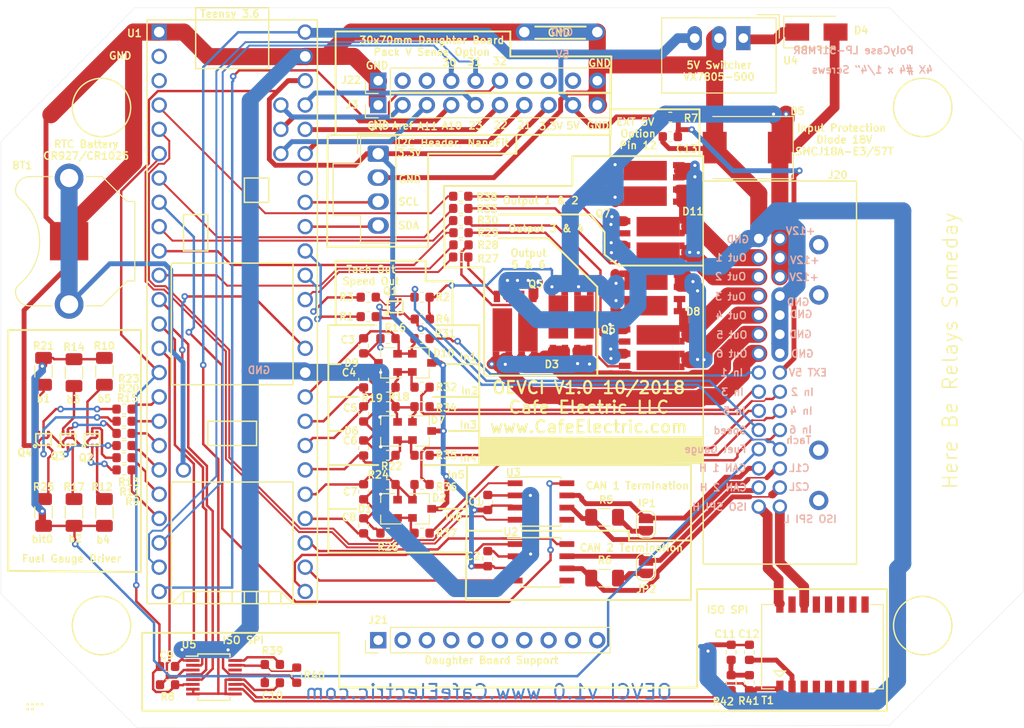
<source format=kicad_pcb>
(kicad_pcb (version 20171130) (host pcbnew "(5.0.1-3-g963ef8bb5)")

  (general
    (thickness 1.5875)
    (drawings 183)
    (tracks 1287)
    (zones 0)
    (modules 96)
    (nets 164)
  )

  (page USLetter)
  (title_block
    (title Smoother)
    (date 2018-09-11)
    (company "Cafe Electric LLC")
  )

  (layers
    (0 F.Cu signal)
    (31 B.Cu signal)
    (36 B.SilkS user)
    (37 F.SilkS user)
    (38 B.Mask user hide)
    (39 F.Mask user hide)
    (40 Dwgs.User user hide)
    (41 Cmts.User user hide)
    (44 Edge.Cuts user)
    (45 Margin user hide)
    (46 B.CrtYd user hide)
    (47 F.CrtYd user hide)
    (48 B.Fab user hide)
    (49 F.Fab user hide)
  )

  (setup
    (last_trace_width 0.1524)
    (user_trace_width 0.2032)
    (user_trace_width 0.254)
    (user_trace_width 0.508)
    (user_trace_width 0.762)
    (user_trace_width 1.016)
    (user_trace_width 1.778)
    (trace_clearance 0.1524)
    (zone_clearance 0.508)
    (zone_45_only no)
    (trace_min 0.1524)
    (segment_width 0.2)
    (edge_width 0.0254)
    (via_size 0.6858)
    (via_drill 0.3302)
    (via_min_size 0.508)
    (via_min_drill 0.254)
    (uvia_size 0.6858)
    (uvia_drill 0.3302)
    (uvias_allowed no)
    (uvia_min_size 0.2)
    (uvia_min_drill 0.1)
    (pcb_text_width 0.1524)
    (pcb_text_size 0.762 0.762)
    (mod_edge_width 0.15)
    (mod_text_size 0.762 0.762)
    (mod_text_width 0.1524)
    (pad_size 1.6 1.6)
    (pad_drill 0)
    (pad_to_mask_clearance 0.0508)
    (solder_mask_min_width 0.25)
    (aux_axis_origin 0 0)
    (visible_elements FFFFFF7F)
    (pcbplotparams
      (layerselection 0x010fc_ffffffff)
      (usegerberextensions false)
      (usegerberattributes false)
      (usegerberadvancedattributes false)
      (creategerberjobfile false)
      (excludeedgelayer true)
      (linewidth 0.100000)
      (plotframeref false)
      (viasonmask false)
      (mode 1)
      (useauxorigin false)
      (hpglpennumber 1)
      (hpglpenspeed 20)
      (hpglpendiameter 15.000000)
      (psnegative false)
      (psa4output false)
      (plotreference true)
      (plotvalue true)
      (plotinvisibletext false)
      (padsonsilk false)
      (subtractmaskfromsilk false)
      (outputformat 1)
      (mirror false)
      (drillshape 1)
      (scaleselection 1)
      (outputdirectory ""))
  )

  (net 0 "")
  (net 1 GND)
  (net 2 "Net-(BT1-Pad1)")
  (net 3 +3V3)
  (net 4 I1)
  (net 5 I2)
  (net 6 I3)
  (net 7 I4)
  (net 8 I5)
  (net 9 I6)
  (net 10 +12V)
  (net 11 OUT6)
  (net 12 OUT5)
  (net 13 "Net-(D4-Pad1)")
  (net 14 OUT3)
  (net 15 OUT4)
  (net 16 OUT2)
  (net 17 OUT1)
  (net 18 +5V)
  (net 19 "Net-(J3-Pad2)")
  (net 20 "Net-(J3-Pad3)")
  (net 21 "Net-(J3-Pad4)")
  (net 22 "Net-(J3-Pad5)")
  (net 23 "Net-(J3-Pad6)")
  (net 24 "Net-(J3-Pad7)")
  (net 25 "Net-(J7-Pad3)")
  (net 26 "Net-(J7-Pad4)")
  (net 27 ISOSPIH)
  (net 28 CAN2H)
  (net 29 CAN1H)
  (net 30 GAS_GAUGE)
  (net 31 SPEED_OUT)
  (net 32 IN6)
  (net 33 IN4)
  (net 34 IN2)
  (net 35 ISOSPIL)
  (net 36 CAN2L)
  (net 37 CAN1L)
  (net 38 TACH_OUT)
  (net 39 IN5)
  (net 40 IN3)
  (net 41 IN1)
  (net 42 "Net-(J20-Pad3)")
  (net 43 "Net-(J20-Pad4)")
  (net 44 "Net-(J20-Pad2)")
  (net 45 "Net-(J20-Pad1)")
  (net 46 "Net-(Q1-Pad2)")
  (net 47 "Net-(Q1-Pad5)")
  (net 48 "Net-(Q2-Pad3)")
  (net 49 "Net-(Q2-Pad5)")
  (net 50 "Net-(Q2-Pad2)")
  (net 51 "Net-(Q2-Pad6)")
  (net 52 "Net-(Q3-Pad6)")
  (net 53 "Net-(Q3-Pad2)")
  (net 54 "Net-(Q3-Pad5)")
  (net 55 "Net-(Q3-Pad3)")
  (net 56 "Net-(Q4-Pad3)")
  (net 57 "Net-(Q4-Pad5)")
  (net 58 "Net-(Q4-Pad2)")
  (net 59 "Net-(Q4-Pad6)")
  (net 60 "Net-(Q5-Pad4)")
  (net 61 "Net-(Q5-Pad2)")
  (net 62 "Net-(Q6-Pad2)")
  (net 63 "Net-(Q6-Pad4)")
  (net 64 "Net-(Q7-Pad4)")
  (net 65 "Net-(Q7-Pad2)")
  (net 66 Speed)
  (net 67 Tach)
  (net 68 G6)
  (net 69 G5)
  (net 70 G4)
  (net 71 G3)
  (net 72 G2)
  (net 73 G1)
  (net 74 O5)
  (net 75 O4)
  (net 76 O3)
  (net 77 O2)
  (net 78 O1)
  (net 79 "Net-(U1-Pad26)")
  (net 80 "Net-(U1-Pad27)")
  (net 81 "Net-(U1-Pad28)")
  (net 82 "Net-(U1-Pad29)")
  (net 83 "Net-(U1-Pad30)")
  (net 84 "Net-(U1-Pad31)")
  (net 85 "Net-(U1-Pad32)")
  (net 86 "Net-(U1-Pad8)")
  (net 87 "Net-(U1-Pad6)")
  (net 88 "Net-(U1-Pad5)")
  (net 89 "Net-(U1-Pad3)")
  (net 90 "Net-(U1-Pad2)")
  (net 91 I7)
  (net 92 O6_Fuel_Lt)
  (net 93 I8)
  (net 94 "Net-(U1-Pad54)")
  (net 95 "Net-(U1-Pad63)")
  (net 96 "Net-(U1-Pad64)")
  (net 97 "Net-(U1-Pad65)")
  (net 98 "Net-(U1-Pad66)")
  (net 99 "Net-(U1-Pad67)")
  (net 100 "Net-(U1-Pad68)")
  (net 101 "Net-(U1-Pad69)")
  (net 102 "Net-(U1-Pad70)")
  (net 103 "Net-(U1-Pad71)")
  (net 104 "Net-(U1-Pad72)")
  (net 105 "Net-(U1-Pad73)")
  (net 106 "Net-(U1-Pad74)")
  (net 107 "Net-(U1-Pad75)")
  (net 108 "Net-(U1-Pad76)")
  (net 109 "Net-(U1-Pad77)")
  (net 110 "Net-(U1-Pad78)")
  (net 111 "Net-(U1-Pad79)")
  (net 112 "Net-(U1-Pad80)")
  (net 113 "Net-(U1-Pad81)")
  (net 114 "Net-(U1-Pad82)")
  (net 115 "Net-(U1-Pad83)")
  (net 116 "Net-(U1-Pad84)")
  (net 117 "Net-(U1-Pad85)")
  (net 118 "Net-(U1-Pad86)")
  (net 119 "Net-(U1-Pad58)")
  (net 120 "Net-(U1-Pad59)")
  (net 121 "Net-(U1-Pad60)")
  (net 122 "Net-(U1-Pad61)")
  (net 123 "Net-(U1-Pad62)")
  (net 124 "Net-(U2-Pad5)")
  (net 125 "Net-(U3-Pad5)")
  (net 126 "Net-(J21-Pad1)")
  (net 127 "Net-(J21-Pad2)")
  (net 128 "Net-(J21-Pad3)")
  (net 129 "Net-(J21-Pad4)")
  (net 130 "Net-(J21-Pad5)")
  (net 131 "Net-(J21-Pad6)")
  (net 132 "Net-(J21-Pad7)")
  (net 133 "Net-(J22-Pad6)")
  (net 134 "Net-(J22-Pad5)")
  (net 135 "Net-(J22-Pad4)")
  (net 136 "Net-(J22-Pad3)")
  (net 137 "Net-(J22-Pad2)")
  (net 138 "Net-(J21-Pad10)")
  (net 139 "Net-(J21-Pad9)")
  (net 140 "Net-(J21-Pad8)")
  (net 141 "Net-(J22-Pad7)")
  (net 142 "Net-(J22-Pad8)")
  (net 143 "Net-(J22-Pad9)")
  (net 144 EXT5V)
  (net 145 "Net-(JP1-Pad2)")
  (net 146 "Net-(JP2-Pad2)")
  (net 147 "Net-(C11-Pad1)")
  (net 148 "Net-(C12-Pad1)")
  (net 149 MISO)
  (net 150 "Net-(R39-Pad2)")
  (net 151 "Net-(R39-Pad1)")
  (net 152 "Net-(R41-Pad1)")
  (net 153 "Net-(R42-Pad1)")
  (net 154 "Net-(T1-Pad6)")
  (net 155 "Net-(T1-Pad7)")
  (net 156 "Net-(T1-Pad8)")
  (net 157 "Net-(T1-Pad9)")
  (net 158 "Net-(T1-Pad10)")
  (net 159 "Net-(T1-Pad11)")
  (net 160 "Net-(T1-Pad15)")
  (net 161 MOSI)
  (net 162 CS)
  (net 163 SCK)

  (net_class Default "This is the default net class."
    (clearance 0.1524)
    (trace_width 0.1524)
    (via_dia 0.6858)
    (via_drill 0.3302)
    (uvia_dia 0.6858)
    (uvia_drill 0.3302)
    (add_net +12V)
    (add_net +3V3)
    (add_net +5V)
    (add_net CAN1H)
    (add_net CAN1L)
    (add_net CAN2H)
    (add_net CAN2L)
    (add_net CS)
    (add_net EXT5V)
    (add_net G1)
    (add_net G2)
    (add_net G3)
    (add_net G4)
    (add_net G5)
    (add_net G6)
    (add_net GAS_GAUGE)
    (add_net GND)
    (add_net I1)
    (add_net I2)
    (add_net I3)
    (add_net I4)
    (add_net I5)
    (add_net I6)
    (add_net I7)
    (add_net I8)
    (add_net IN1)
    (add_net IN2)
    (add_net IN3)
    (add_net IN4)
    (add_net IN5)
    (add_net IN6)
    (add_net ISOSPIH)
    (add_net ISOSPIL)
    (add_net MISO)
    (add_net MOSI)
    (add_net "Net-(BT1-Pad1)")
    (add_net "Net-(C11-Pad1)")
    (add_net "Net-(C12-Pad1)")
    (add_net "Net-(D4-Pad1)")
    (add_net "Net-(J20-Pad1)")
    (add_net "Net-(J20-Pad2)")
    (add_net "Net-(J20-Pad3)")
    (add_net "Net-(J20-Pad4)")
    (add_net "Net-(J21-Pad1)")
    (add_net "Net-(J21-Pad10)")
    (add_net "Net-(J21-Pad2)")
    (add_net "Net-(J21-Pad3)")
    (add_net "Net-(J21-Pad4)")
    (add_net "Net-(J21-Pad5)")
    (add_net "Net-(J21-Pad6)")
    (add_net "Net-(J21-Pad7)")
    (add_net "Net-(J21-Pad8)")
    (add_net "Net-(J21-Pad9)")
    (add_net "Net-(J22-Pad2)")
    (add_net "Net-(J22-Pad3)")
    (add_net "Net-(J22-Pad4)")
    (add_net "Net-(J22-Pad5)")
    (add_net "Net-(J22-Pad6)")
    (add_net "Net-(J22-Pad7)")
    (add_net "Net-(J22-Pad8)")
    (add_net "Net-(J22-Pad9)")
    (add_net "Net-(J3-Pad2)")
    (add_net "Net-(J3-Pad3)")
    (add_net "Net-(J3-Pad4)")
    (add_net "Net-(J3-Pad5)")
    (add_net "Net-(J3-Pad6)")
    (add_net "Net-(J3-Pad7)")
    (add_net "Net-(J7-Pad3)")
    (add_net "Net-(J7-Pad4)")
    (add_net "Net-(JP1-Pad2)")
    (add_net "Net-(JP2-Pad2)")
    (add_net "Net-(Q1-Pad2)")
    (add_net "Net-(Q1-Pad5)")
    (add_net "Net-(Q2-Pad2)")
    (add_net "Net-(Q2-Pad3)")
    (add_net "Net-(Q2-Pad5)")
    (add_net "Net-(Q2-Pad6)")
    (add_net "Net-(Q3-Pad2)")
    (add_net "Net-(Q3-Pad3)")
    (add_net "Net-(Q3-Pad5)")
    (add_net "Net-(Q3-Pad6)")
    (add_net "Net-(Q4-Pad2)")
    (add_net "Net-(Q4-Pad3)")
    (add_net "Net-(Q4-Pad5)")
    (add_net "Net-(Q4-Pad6)")
    (add_net "Net-(Q5-Pad2)")
    (add_net "Net-(Q5-Pad4)")
    (add_net "Net-(Q6-Pad2)")
    (add_net "Net-(Q6-Pad4)")
    (add_net "Net-(Q7-Pad2)")
    (add_net "Net-(Q7-Pad4)")
    (add_net "Net-(R39-Pad1)")
    (add_net "Net-(R39-Pad2)")
    (add_net "Net-(R41-Pad1)")
    (add_net "Net-(R42-Pad1)")
    (add_net "Net-(T1-Pad10)")
    (add_net "Net-(T1-Pad11)")
    (add_net "Net-(T1-Pad15)")
    (add_net "Net-(T1-Pad6)")
    (add_net "Net-(T1-Pad7)")
    (add_net "Net-(T1-Pad8)")
    (add_net "Net-(T1-Pad9)")
    (add_net "Net-(U1-Pad2)")
    (add_net "Net-(U1-Pad26)")
    (add_net "Net-(U1-Pad27)")
    (add_net "Net-(U1-Pad28)")
    (add_net "Net-(U1-Pad29)")
    (add_net "Net-(U1-Pad3)")
    (add_net "Net-(U1-Pad30)")
    (add_net "Net-(U1-Pad31)")
    (add_net "Net-(U1-Pad32)")
    (add_net "Net-(U1-Pad5)")
    (add_net "Net-(U1-Pad54)")
    (add_net "Net-(U1-Pad58)")
    (add_net "Net-(U1-Pad59)")
    (add_net "Net-(U1-Pad6)")
    (add_net "Net-(U1-Pad60)")
    (add_net "Net-(U1-Pad61)")
    (add_net "Net-(U1-Pad62)")
    (add_net "Net-(U1-Pad63)")
    (add_net "Net-(U1-Pad64)")
    (add_net "Net-(U1-Pad65)")
    (add_net "Net-(U1-Pad66)")
    (add_net "Net-(U1-Pad67)")
    (add_net "Net-(U1-Pad68)")
    (add_net "Net-(U1-Pad69)")
    (add_net "Net-(U1-Pad70)")
    (add_net "Net-(U1-Pad71)")
    (add_net "Net-(U1-Pad72)")
    (add_net "Net-(U1-Pad73)")
    (add_net "Net-(U1-Pad74)")
    (add_net "Net-(U1-Pad75)")
    (add_net "Net-(U1-Pad76)")
    (add_net "Net-(U1-Pad77)")
    (add_net "Net-(U1-Pad78)")
    (add_net "Net-(U1-Pad79)")
    (add_net "Net-(U1-Pad8)")
    (add_net "Net-(U1-Pad80)")
    (add_net "Net-(U1-Pad81)")
    (add_net "Net-(U1-Pad82)")
    (add_net "Net-(U1-Pad83)")
    (add_net "Net-(U1-Pad84)")
    (add_net "Net-(U1-Pad85)")
    (add_net "Net-(U1-Pad86)")
    (add_net "Net-(U2-Pad5)")
    (add_net "Net-(U3-Pad5)")
    (add_net O1)
    (add_net O2)
    (add_net O3)
    (add_net O4)
    (add_net O5)
    (add_net O6_Fuel_Lt)
    (add_net OUT1)
    (add_net OUT2)
    (add_net OUT3)
    (add_net OUT4)
    (add_net OUT5)
    (add_net OUT6)
    (add_net SCK)
    (add_net SPEED_OUT)
    (add_net Speed)
    (add_net TACH_OUT)
    (add_net Tach)
  )

  (net_class +12V ""
    (clearance 0.1524)
    (trace_width 0.889)
    (via_dia 0.6858)
    (via_drill 0.3302)
    (uvia_dia 0.6858)
    (uvia_drill 0.3302)
  )

  (net_class GND ""
    (clearance 0.1524)
    (trace_width 1.016)
    (via_dia 0.6858)
    (via_drill 0.3302)
    (uvia_dia 0.6858)
    (uvia_drill 0.3302)
  )

  (module Custom:Keystone_3001_1x12mm-CoinCell (layer F.Cu) (tedit 5BD8FB1F) (tstamp 5BDB7EDC)
    (at 26.162 42.16 270)
    (descr http://www.keyelco.com/product-pdf.cfm?p=778)
    (tags "Keystone type 3001 coin cell retainer")
    (path /5BA54632)
    (fp_text reference BT1 (at -7.9081 4.8895) (layer F.SilkS)
      (effects (font (size 0.762 0.762) (thickness 0.1524)))
    )
    (fp_text value Battery_Cell (at 0 7.5 270) (layer F.Fab)
      (effects (font (size 1 1) (thickness 0.15)))
    )
    (fp_arc (start 0 0) (end 0 6.75) (angle 36.6) (layer F.CrtYd) (width 0.05))
    (fp_arc (start 0.11 9.15) (end 4.22 5.65) (angle -3.1) (layer F.CrtYd) (width 0.05))
    (fp_arc (start 0.11 9.15) (end -4.22 5.65) (angle 3.1) (layer F.CrtYd) (width 0.05))
    (fp_arc (start 0 0) (end 0 6.75) (angle -36.6) (layer F.CrtYd) (width 0.05))
    (fp_arc (start 5.25 4.1) (end 5.3 6.1) (angle -90) (layer F.CrtYd) (width 0.05))
    (fp_arc (start 5.29 4.6) (end 4.22 5.65) (angle -54.1) (layer F.CrtYd) (width 0.05))
    (fp_arc (start -5.29 4.6) (end -4.22 5.65) (angle 54.1) (layer F.CrtYd) (width 0.05))
    (fp_arc (start 6.6 0) (end 7.25 1.95) (angle -143) (layer F.CrtYd) (width 0.05))
    (fp_arc (start -6.6 0) (end -7.25 1.95) (angle 143) (layer F.CrtYd) (width 0.05))
    (fp_circle (center 0 0) (end 0 6.25) (layer Dwgs.User) (width 0.15))
    (fp_arc (start 5.29 4.6) (end 4.5 5.2) (angle -60) (layer F.SilkS) (width 0.12))
    (fp_arc (start -5.29 4.6) (end -4.5 5.2) (angle 60) (layer F.SilkS) (width 0.12))
    (fp_arc (start 0 8.9) (end -4.5 5.2) (angle 101) (layer F.SilkS) (width 0.12))
    (fp_arc (start 5.29 4.6) (end 4.6 5.1) (angle -60) (layer F.Fab) (width 0.1))
    (fp_arc (start -5.29 4.6) (end -4.6 5.1) (angle 60) (layer F.Fab) (width 0.1))
    (fp_arc (start 0 8.9) (end -4.6 5.1) (angle 101) (layer F.Fab) (width 0.1))
    (fp_arc (start 5.25 4.1) (end 5.3 5.6) (angle -90) (layer F.SilkS) (width 0.12))
    (fp_arc (start -5.25 4.1) (end -5.3 5.6) (angle 90) (layer F.SilkS) (width 0.12))
    (fp_arc (start -5.25 4.1) (end -5.3 6.1) (angle 90) (layer F.CrtYd) (width 0.05))
    (fp_line (start -7.25 1.95) (end -7.25 4.1) (layer F.CrtYd) (width 0.05))
    (fp_line (start 7.25 1.95) (end 7.25 4.1) (layer F.CrtYd) (width 0.05))
    (fp_line (start 6.75 1.8) (end 6.75 4.1) (layer F.SilkS) (width 0.12))
    (fp_line (start -6.75 1.8) (end -6.75 4.1) (layer F.SilkS) (width 0.12))
    (fp_arc (start 5.25 4.1) (end 5.3 5.45) (angle -90) (layer F.Fab) (width 0.1))
    (fp_line (start 7.25 -1.95) (end 7.25 -3.8) (layer F.CrtYd) (width 0.05))
    (fp_line (start 7.25 -3.8) (end 4.65 -6.4) (layer F.CrtYd) (width 0.05))
    (fp_line (start 4.65 -6.4) (end 4.65 -7.35) (layer F.CrtYd) (width 0.05))
    (fp_line (start -4.65 -7.35) (end 4.65 -7.35) (layer F.CrtYd) (width 0.05))
    (fp_line (start -4.65 -6.4) (end -4.65 -7.35) (layer F.CrtYd) (width 0.05))
    (fp_line (start -7.25 -3.8) (end -4.65 -6.4) (layer F.CrtYd) (width 0.05))
    (fp_line (start -7.25 -1.95) (end -7.25 -3.8) (layer F.CrtYd) (width 0.05))
    (fp_line (start -6.75 -1.8) (end -6.75 -3.45) (layer F.SilkS) (width 0.12))
    (fp_line (start -6.75 -3.45) (end -4.15 -6.05) (layer F.SilkS) (width 0.12))
    (fp_line (start -4.15 -6.05) (end -4.15 -6.85) (layer F.SilkS) (width 0.12))
    (fp_line (start -4.15 -6.85) (end 4.15 -6.85) (layer F.SilkS) (width 0.12))
    (fp_line (start 4.15 -6.85) (end 4.15 -6.05) (layer F.SilkS) (width 0.12))
    (fp_line (start 4.15 -6.05) (end 6.75 -3.45) (layer F.SilkS) (width 0.12))
    (fp_line (start 6.75 -3.45) (end 6.75 -1.8) (layer F.SilkS) (width 0.12))
    (fp_arc (start -5.25 4.1) (end -5.3 5.45) (angle 90) (layer F.Fab) (width 0.1))
    (fp_line (start 6.6 -3.4) (end 6.6 4.1) (layer F.Fab) (width 0.1))
    (fp_line (start -6.6 -3.4) (end -6.6 4.1) (layer F.Fab) (width 0.1))
    (fp_line (start 4 -6) (end 6.6 -3.4) (layer F.Fab) (width 0.1))
    (fp_line (start -4 -6) (end -6.6 -3.4) (layer F.Fab) (width 0.1))
    (fp_line (start 4 -6.7) (end 4 -6) (layer F.Fab) (width 0.1))
    (fp_line (start -4 -6.7) (end -4 -6) (layer F.Fab) (width 0.1))
    (fp_line (start -4 -6.7) (end 4 -6.7) (layer F.Fab) (width 0.1))
    (pad 1 thru_hole circle (at -6.6 0 270) (size 3 3) (drill 1.9) (layers *.Cu *.Mask)
      (net 2 "Net-(BT1-Pad1)"))
    (pad 1 thru_hole circle (at 6.6 0 270) (size 3 3) (drill 1.9) (layers *.Cu *.Mask)
      (net 2 "Net-(BT1-Pad1)"))
    (pad 2 smd rect (at 0 0 270) (size 4 4) (layers F.Cu F.Mask)
      (net 1 GND))
    (model /Users/otmar/Documents/Ots_Kicad/0tsLibraries/Custom.pretty/Keystone_3001_1x12mm-CoinCell.wrl
      (at (xyz 0 0 0))
      (scale (xyz 1 1 1))
      (rotate (xyz 0 0 0))
    )
  )

  (module Custom:SOT563 (layer F.Cu) (tedit 5BD8F636) (tstamp 5BDB8182)
    (at 60.198 49.022 90)
    (descr SOT563)
    (path /5BEB3F1E)
    (solder_mask_margin 0.0762)
    (solder_paste_margin -0.0254)
    (attr smd)
    (fp_text reference Q1 (at 1.651 -0.508 180) (layer F.SilkS)
      (effects (font (size 0.762 0.762) (thickness 0.1524)))
    )
    (fp_text value Dual_Fet_Sm_30V_400mA_NX3008NBKV (at 0 0 90) (layer F.SilkS) hide
      (effects (font (size 0.762 0.762) (thickness 0.1524)))
    )
    (fp_circle (center -0.7 -0.9) (end -0.8 -1) (layer F.SilkS) (width 0.1778))
    (fp_line (start -0.6 -0.5) (end -0.6 0.8) (layer F.SilkS) (width 0.1778))
    (fp_line (start -0.3 -0.8) (end 0.6 -0.8) (layer F.SilkS) (width 0.1778))
    (fp_line (start -0.6 -0.5) (end -0.3 -0.8) (layer F.SilkS) (width 0.1778))
    (fp_line (start -0.6 0.8) (end 0.6 0.8) (layer F.SilkS) (width 0.1778))
    (fp_line (start 0.6 0.8) (end 0.6 -0.8) (layer F.SilkS) (width 0.1778))
    (pad 1 smd rect (at -0.675 -0.5 90) (size 0.45 0.3) (layers F.Cu F.Paste F.Mask)
      (net 1 GND))
    (pad 3 smd rect (at -0.675 0.5 90) (size 0.45 0.3) (layers F.Cu F.Paste F.Mask)
      (net 38 TACH_OUT))
    (pad 5 smd rect (at 0.675 0 90) (size 0.45 0.3) (layers F.Cu F.Paste F.Mask)
      (net 47 "Net-(Q1-Pad5)"))
    (pad 2 smd rect (at -0.675 0 90) (size 0.45 0.3) (layers F.Cu F.Paste F.Mask)
      (net 46 "Net-(Q1-Pad2)"))
    (pad 4 smd rect (at 0.675 0.5 90) (size 0.45 0.3) (layers F.Cu F.Paste F.Mask)
      (net 1 GND))
    (pad 6 smd rect (at 0.675 -0.5 90) (size 0.45 0.3) (layers F.Cu F.Paste F.Mask)
      (net 31 SPEED_OUT))
    (model /Users/otmar/Documents/Ots_Kicad/0tsLibraries/Custom.pretty/SOT-563.wrl
      (at (xyz 0 0 0))
      (scale (xyz 1 1 1))
      (rotate (xyz 0 0 0))
    )
  )

  (module Custom:SOT563 (layer F.Cu) (tedit 5BD8F636) (tstamp 5BEA0175)
    (at 28.575 62.865 90)
    (descr SOT563)
    (path /5BD24FC1)
    (solder_mask_margin 0.0762)
    (solder_paste_margin -0.0254)
    (attr smd)
    (fp_text reference Q2 (at -1.905 -0.635 180) (layer F.SilkS)
      (effects (font (size 0.762 0.762) (thickness 0.1524)))
    )
    (fp_text value Dual_Fet_Sm_30V_400mA_NX3008NBKV (at 0 0 90) (layer F.SilkS) hide
      (effects (font (size 0.762 0.762) (thickness 0.1524)))
    )
    (fp_circle (center -0.7 -0.9) (end -0.8 -1) (layer F.SilkS) (width 0.1778))
    (fp_line (start -0.6 -0.5) (end -0.6 0.8) (layer F.SilkS) (width 0.1778))
    (fp_line (start -0.3 -0.8) (end 0.6 -0.8) (layer F.SilkS) (width 0.1778))
    (fp_line (start -0.6 -0.5) (end -0.3 -0.8) (layer F.SilkS) (width 0.1778))
    (fp_line (start -0.6 0.8) (end 0.6 0.8) (layer F.SilkS) (width 0.1778))
    (fp_line (start 0.6 0.8) (end 0.6 -0.8) (layer F.SilkS) (width 0.1778))
    (pad 1 smd rect (at -0.675 -0.5 90) (size 0.45 0.3) (layers F.Cu F.Paste F.Mask)
      (net 1 GND))
    (pad 3 smd rect (at -0.675 0.5 90) (size 0.45 0.3) (layers F.Cu F.Paste F.Mask)
      (net 48 "Net-(Q2-Pad3)"))
    (pad 5 smd rect (at 0.675 0 90) (size 0.45 0.3) (layers F.Cu F.Paste F.Mask)
      (net 49 "Net-(Q2-Pad5)"))
    (pad 2 smd rect (at -0.675 0 90) (size 0.45 0.3) (layers F.Cu F.Paste F.Mask)
      (net 50 "Net-(Q2-Pad2)"))
    (pad 4 smd rect (at 0.675 0.5 90) (size 0.45 0.3) (layers F.Cu F.Paste F.Mask)
      (net 1 GND))
    (pad 6 smd rect (at 0.675 -0.5 90) (size 0.45 0.3) (layers F.Cu F.Paste F.Mask)
      (net 51 "Net-(Q2-Pad6)"))
    (model /Users/otmar/Documents/Ots_Kicad/0tsLibraries/Custom.pretty/SOT-563.wrl
      (at (xyz 0 0 0))
      (scale (xyz 1 1 1))
      (rotate (xyz 0 0 0))
    )
  )

  (module Custom:SOT563 (layer F.Cu) (tedit 5BD8F636) (tstamp 5BEA0148)
    (at 26.035 62.865 90)
    (descr SOT563)
    (path /5BD7DA5C)
    (solder_mask_margin 0.0762)
    (solder_paste_margin -0.0254)
    (attr smd)
    (fp_text reference Q3 (at -1.7399 -1.0541 180) (layer F.SilkS)
      (effects (font (size 0.762 0.762) (thickness 0.1524)))
    )
    (fp_text value Dual_Fet_Sm_30V_400mA_NX3008NBKV (at 0 0 90) (layer F.SilkS) hide
      (effects (font (size 0.762 0.762) (thickness 0.1524)))
    )
    (fp_circle (center -0.7 -0.9) (end -0.8 -1) (layer F.SilkS) (width 0.1778))
    (fp_line (start -0.6 -0.5) (end -0.6 0.8) (layer F.SilkS) (width 0.1778))
    (fp_line (start -0.3 -0.8) (end 0.6 -0.8) (layer F.SilkS) (width 0.1778))
    (fp_line (start -0.6 -0.5) (end -0.3 -0.8) (layer F.SilkS) (width 0.1778))
    (fp_line (start -0.6 0.8) (end 0.6 0.8) (layer F.SilkS) (width 0.1778))
    (fp_line (start 0.6 0.8) (end 0.6 -0.8) (layer F.SilkS) (width 0.1778))
    (pad 1 smd rect (at -0.675 -0.5 90) (size 0.45 0.3) (layers F.Cu F.Paste F.Mask)
      (net 1 GND))
    (pad 3 smd rect (at -0.675 0.5 90) (size 0.45 0.3) (layers F.Cu F.Paste F.Mask)
      (net 55 "Net-(Q3-Pad3)"))
    (pad 5 smd rect (at 0.675 0 90) (size 0.45 0.3) (layers F.Cu F.Paste F.Mask)
      (net 54 "Net-(Q3-Pad5)"))
    (pad 2 smd rect (at -0.675 0 90) (size 0.45 0.3) (layers F.Cu F.Paste F.Mask)
      (net 53 "Net-(Q3-Pad2)"))
    (pad 4 smd rect (at 0.675 0.5 90) (size 0.45 0.3) (layers F.Cu F.Paste F.Mask)
      (net 1 GND))
    (pad 6 smd rect (at 0.675 -0.5 90) (size 0.45 0.3) (layers F.Cu F.Paste F.Mask)
      (net 52 "Net-(Q3-Pad6)"))
    (model /Users/otmar/Documents/Ots_Kicad/0tsLibraries/Custom.pretty/SOT-563.wrl
      (at (xyz 0 0 0))
      (scale (xyz 1 1 1))
      (rotate (xyz 0 0 0))
    )
  )

  (module Custom:SOT563 (layer F.Cu) (tedit 5BD8F636) (tstamp 5BEA011B)
    (at 23.495 62.865 90)
    (descr SOT563)
    (path /5BD8A1F3)
    (solder_mask_margin 0.0762)
    (solder_paste_margin -0.0254)
    (attr smd)
    (fp_text reference Q4 (at -1.3843 -1.9558 180) (layer F.SilkS)
      (effects (font (size 0.762 0.762) (thickness 0.1524)))
    )
    (fp_text value Dual_Fet_Sm_30V_400mA_NX3008NBKV (at 0 0 90) (layer F.SilkS) hide
      (effects (font (size 0.762 0.762) (thickness 0.1524)))
    )
    (fp_circle (center -0.7 -0.9) (end -0.8 -1) (layer F.SilkS) (width 0.1778))
    (fp_line (start -0.6 -0.5) (end -0.6 0.8) (layer F.SilkS) (width 0.1778))
    (fp_line (start -0.3 -0.8) (end 0.6 -0.8) (layer F.SilkS) (width 0.1778))
    (fp_line (start -0.6 -0.5) (end -0.3 -0.8) (layer F.SilkS) (width 0.1778))
    (fp_line (start -0.6 0.8) (end 0.6 0.8) (layer F.SilkS) (width 0.1778))
    (fp_line (start 0.6 0.8) (end 0.6 -0.8) (layer F.SilkS) (width 0.1778))
    (pad 1 smd rect (at -0.675 -0.5 90) (size 0.45 0.3) (layers F.Cu F.Paste F.Mask)
      (net 1 GND))
    (pad 3 smd rect (at -0.675 0.5 90) (size 0.45 0.3) (layers F.Cu F.Paste F.Mask)
      (net 56 "Net-(Q4-Pad3)"))
    (pad 5 smd rect (at 0.675 0 90) (size 0.45 0.3) (layers F.Cu F.Paste F.Mask)
      (net 57 "Net-(Q4-Pad5)"))
    (pad 2 smd rect (at -0.675 0 90) (size 0.45 0.3) (layers F.Cu F.Paste F.Mask)
      (net 58 "Net-(Q4-Pad2)"))
    (pad 4 smd rect (at 0.675 0.5 90) (size 0.45 0.3) (layers F.Cu F.Paste F.Mask)
      (net 1 GND))
    (pad 6 smd rect (at 0.675 -0.5 90) (size 0.45 0.3) (layers F.Cu F.Paste F.Mask)
      (net 59 "Net-(Q4-Pad6)"))
    (model /Users/otmar/Documents/Ots_Kicad/0tsLibraries/Custom.pretty/SOT-563.wrl
      (at (xyz 0 0 0))
      (scale (xyz 1 1 1))
      (rotate (xyz 0 0 0))
    )
  )

  (module Custom:PG-TDSON-8-4-FP (layer F.Cu) (tedit 5BD8F4E9) (tstamp 5BDB7FAA)
    (at 78.54696 50.7492)
    (descr "PG-TDSON-8 FL")
    (tags "PG-TDSON-8 FL")
    (path /5BD7ACCD)
    (solder_mask_margin 0.05)
    (attr smd)
    (fp_text reference D3 (at -2.01676 4.2672) (layer F.SilkS)
      (effects (font (size 0.762 0.762) (thickness 0.1524)))
    )
    (fp_text value Dual_Diode_Lg_Schottky_V6KL45DU (at 0.5 -0.515) (layer F.Fab) hide
      (effects (font (size 0.5 0.5) (thickness 0.125)))
    )
    (fp_line (start 1.65 -3.16) (end 1.65 -3.16) (layer F.Mask) (width 0.15))
    (fp_line (start 2.5 -3) (end -2.5 -3) (layer F.Fab) (width 0.15))
    (fp_line (start -2.5 -3) (end -2.5 3) (layer F.Fab) (width 0.15))
    (fp_line (start -2.5 3) (end 2.5 3) (layer F.Fab) (width 0.15))
    (fp_line (start 2.5 3) (end 2.5 -3) (layer F.Fab) (width 0.15))
    (fp_line (start -2 2.235) (end -1.5 2.735) (layer F.Fab) (width 0.15))
    (fp_line (start -1.5 2.735) (end -1 2.235) (layer F.Fab) (width 0.15))
    (fp_line (start -1 2.235) (end -2 2.235) (layer F.Fab) (width 0.15))
    (fp_line (start 2.75 -3.75) (end -2.75 -3.75) (layer F.CrtYd) (width 0.05))
    (fp_line (start 2.75 -3.75) (end 2.75 3.75) (layer F.CrtYd) (width 0.05))
    (fp_line (start 2.75 3.75) (end -2.75 3.75) (layer F.CrtYd) (width 0.05))
    (fp_line (start -2.75 3.75) (end -2.75 -3.75) (layer F.CrtYd) (width 0.05))
    (fp_text user %R (at 0.25 -0.265) (layer F.Fab)
      (effects (font (size 1 1) (thickness 0.15)))
    )
    (fp_text user H=1mm (at 0.9 0.635) (layer F.Fab)
      (effects (font (size 0.5 0.5) (thickness 0.05)))
    )
    (pad "" smd rect (at 1.33858 -0.6731) (size 2.035 4.5) (layers F.Cu F.Paste F.Mask)
      (solder_paste_margin_ratio -0.11))
    (pad 4 smd rect (at 1.905 2.825) (size 0.65 1.2) (layers F.Cu F.Paste F.Mask)
      (net 11 OUT6))
    (pad 3 smd rect (at 0.635 2.825) (size 0.65 1.2) (layers F.Cu F.Paste F.Mask)
      (net 11 OUT6))
    (pad 2 smd rect (at -0.635 2.825) (size 0.65 1.2) (layers F.Cu F.Paste F.Mask)
      (net 12 OUT5))
    (pad 1 smd rect (at -1.905 2.825) (size 0.65 1.2) (layers F.Cu F.Paste F.Mask)
      (net 12 OUT5))
    (pad 5 smd rect (at 2 -3.175) (size 0.7 0.5) (layers F.Cu F.Paste F.Mask)
      (net 10 +12V))
    (pad 6 smd rect (at 0.67 -3.175) (size 0.7 0.5) (layers F.Cu F.Paste F.Mask)
      (net 10 +12V))
    (pad 7 smd rect (at -0.67 -3.175) (size 0.7 0.5) (layers F.Cu F.Paste F.Mask)
      (net 10 +12V))
    (pad 8 smd rect (at -2 -3.175) (size 0.7 0.5) (layers F.Cu F.Paste F.Mask)
      (net 10 +12V))
    (pad "" smd rect (at -1.33096 -0.67564) (size 2.035 4.5) (layers F.Cu F.Paste F.Mask)
      (solder_paste_margin_ratio -0.11))
    (model /Users/otmar/Documents/Ots_Kicad/0tsLibraries/Custom.pretty/TDSON_8_4.wrl
      (at (xyz 0 0 0))
      (scale (xyz 1 1 1))
      (rotate (xyz 0 0 0))
    )
  )

  (module Custom:PG-TDSON-8-4-FP (layer F.Cu) (tedit 5BD8F4E9) (tstamp 5BDB8024)
    (at 87.03564 47.56404 90)
    (descr "PG-TDSON-8 FL")
    (tags "PG-TDSON-8 FL")
    (path /5BD7B66E)
    (solder_mask_margin 0.05)
    (attr smd)
    (fp_text reference D8 (at -1.94056 4.25196 180) (layer F.SilkS)
      (effects (font (size 0.762 0.762) (thickness 0.1524)))
    )
    (fp_text value Dual_Diode_Lg_Schottky_V6KL45DU (at 0.5 -0.515 90) (layer F.Fab) hide
      (effects (font (size 0.5 0.5) (thickness 0.125)))
    )
    (fp_line (start 1.65 -3.16) (end 1.65 -3.16) (layer F.Mask) (width 0.15))
    (fp_line (start 2.5 -3) (end -2.5 -3) (layer F.Fab) (width 0.15))
    (fp_line (start -2.5 -3) (end -2.5 3) (layer F.Fab) (width 0.15))
    (fp_line (start -2.5 3) (end 2.5 3) (layer F.Fab) (width 0.15))
    (fp_line (start 2.5 3) (end 2.5 -3) (layer F.Fab) (width 0.15))
    (fp_line (start -2 2.235) (end -1.5 2.735) (layer F.Fab) (width 0.15))
    (fp_line (start -1.5 2.735) (end -1 2.235) (layer F.Fab) (width 0.15))
    (fp_line (start -1 2.235) (end -2 2.235) (layer F.Fab) (width 0.15))
    (fp_line (start 2.75 -3.75) (end -2.75 -3.75) (layer F.CrtYd) (width 0.05))
    (fp_line (start 2.75 -3.75) (end 2.75 3.75) (layer F.CrtYd) (width 0.05))
    (fp_line (start 2.75 3.75) (end -2.75 3.75) (layer F.CrtYd) (width 0.05))
    (fp_line (start -2.75 3.75) (end -2.75 -3.75) (layer F.CrtYd) (width 0.05))
    (fp_text user %R (at 0.25 -0.265 90) (layer F.Fab)
      (effects (font (size 1 1) (thickness 0.15)))
    )
    (fp_text user H=1mm (at 0.9 0.635 90) (layer F.Fab)
      (effects (font (size 0.5 0.5) (thickness 0.05)))
    )
    (pad "" smd rect (at 1.33858 -0.6731 90) (size 2.035 4.5) (layers F.Cu F.Paste F.Mask)
      (solder_paste_margin_ratio -0.11))
    (pad 4 smd rect (at 1.905 2.825 90) (size 0.65 1.2) (layers F.Cu F.Paste F.Mask)
      (net 15 OUT4))
    (pad 3 smd rect (at 0.635 2.825 90) (size 0.65 1.2) (layers F.Cu F.Paste F.Mask)
      (net 15 OUT4))
    (pad 2 smd rect (at -0.635 2.825 90) (size 0.65 1.2) (layers F.Cu F.Paste F.Mask)
      (net 14 OUT3))
    (pad 1 smd rect (at -1.905 2.825 90) (size 0.65 1.2) (layers F.Cu F.Paste F.Mask)
      (net 14 OUT3))
    (pad 5 smd rect (at 2 -3.175 90) (size 0.7 0.5) (layers F.Cu F.Paste F.Mask)
      (net 10 +12V))
    (pad 6 smd rect (at 0.67 -3.175 90) (size 0.7 0.5) (layers F.Cu F.Paste F.Mask)
      (net 10 +12V))
    (pad 7 smd rect (at -0.67 -3.175 90) (size 0.7 0.5) (layers F.Cu F.Paste F.Mask)
      (net 10 +12V))
    (pad 8 smd rect (at -2 -3.175 90) (size 0.7 0.5) (layers F.Cu F.Paste F.Mask)
      (net 10 +12V))
    (pad "" smd rect (at -1.33096 -0.67564 90) (size 2.035 4.5) (layers F.Cu F.Paste F.Mask)
      (solder_paste_margin_ratio -0.11))
    (model /Users/otmar/Documents/Ots_Kicad/0tsLibraries/Custom.pretty/TDSON_8_4.wrl
      (at (xyz 0 0 0))
      (scale (xyz 1 1 1))
      (rotate (xyz 0 0 0))
    )
  )

  (module Custom:PG-TDSON-8-4-FP (layer F.Cu) (tedit 5BD8F4E9) (tstamp 5BDB806A)
    (at 86.9569 36.12642 90)
    (descr "PG-TDSON-8 FL")
    (tags "PG-TDSON-8 FL")
    (path /5BD87E28)
    (solder_mask_margin 0.05)
    (attr smd)
    (fp_text reference D11 (at -2.92608 4.2926 180) (layer F.SilkS)
      (effects (font (size 0.762 0.762) (thickness 0.1524)))
    )
    (fp_text value Dual_Diode_Lg_Schottky_V6KL45DU (at 0.5 -0.515 90) (layer F.Fab) hide
      (effects (font (size 0.5 0.5) (thickness 0.125)))
    )
    (fp_line (start 1.65 -3.16) (end 1.65 -3.16) (layer F.Mask) (width 0.15))
    (fp_line (start 2.5 -3) (end -2.5 -3) (layer F.Fab) (width 0.15))
    (fp_line (start -2.5 -3) (end -2.5 3) (layer F.Fab) (width 0.15))
    (fp_line (start -2.5 3) (end 2.5 3) (layer F.Fab) (width 0.15))
    (fp_line (start 2.5 3) (end 2.5 -3) (layer F.Fab) (width 0.15))
    (fp_line (start -2 2.235) (end -1.5 2.735) (layer F.Fab) (width 0.15))
    (fp_line (start -1.5 2.735) (end -1 2.235) (layer F.Fab) (width 0.15))
    (fp_line (start -1 2.235) (end -2 2.235) (layer F.Fab) (width 0.15))
    (fp_line (start 2.75 -3.75) (end -2.75 -3.75) (layer F.CrtYd) (width 0.05))
    (fp_line (start 2.75 -3.75) (end 2.75 3.75) (layer F.CrtYd) (width 0.05))
    (fp_line (start 2.75 3.75) (end -2.75 3.75) (layer F.CrtYd) (width 0.05))
    (fp_line (start -2.75 3.75) (end -2.75 -3.75) (layer F.CrtYd) (width 0.05))
    (fp_text user %R (at 0.25 -0.265 90) (layer F.Fab)
      (effects (font (size 1 1) (thickness 0.15)))
    )
    (fp_text user H=1mm (at 0.9 0.635 90) (layer F.Fab)
      (effects (font (size 0.5 0.5) (thickness 0.05)))
    )
    (pad "" smd rect (at 1.33858 -0.6731 90) (size 2.035 4.5) (layers F.Cu F.Paste F.Mask)
      (solder_paste_margin_ratio -0.11))
    (pad 4 smd rect (at 1.905 2.825 90) (size 0.65 1.2) (layers F.Cu F.Paste F.Mask)
      (net 16 OUT2))
    (pad 3 smd rect (at 0.635 2.825 90) (size 0.65 1.2) (layers F.Cu F.Paste F.Mask)
      (net 16 OUT2))
    (pad 2 smd rect (at -0.635 2.825 90) (size 0.65 1.2) (layers F.Cu F.Paste F.Mask)
      (net 17 OUT1))
    (pad 1 smd rect (at -1.905 2.825 90) (size 0.65 1.2) (layers F.Cu F.Paste F.Mask)
      (net 17 OUT1))
    (pad 5 smd rect (at 2 -3.175 90) (size 0.7 0.5) (layers F.Cu F.Paste F.Mask)
      (net 10 +12V))
    (pad 6 smd rect (at 0.67 -3.175 90) (size 0.7 0.5) (layers F.Cu F.Paste F.Mask)
      (net 10 +12V))
    (pad 7 smd rect (at -0.67 -3.175 90) (size 0.7 0.5) (layers F.Cu F.Paste F.Mask)
      (net 10 +12V))
    (pad 8 smd rect (at -2 -3.175 90) (size 0.7 0.5) (layers F.Cu F.Paste F.Mask)
      (net 10 +12V))
    (pad "" smd rect (at -1.33096 -0.67564 90) (size 2.035 4.5) (layers F.Cu F.Paste F.Mask)
      (solder_paste_margin_ratio -0.11))
    (model /Users/otmar/Documents/Ots_Kicad/0tsLibraries/Custom.pretty/TDSON_8_4.wrl
      (at (xyz 0 0 0))
      (scale (xyz 1 1 1))
      (rotate (xyz 0 0 0))
    )
  )

  (module Custom:PG-TDSON-8-4-FP (layer F.Cu) (tedit 5BD8F4E9) (tstamp 5BDB81CE)
    (at 72.71004 50.7492 180)
    (descr "PG-TDSON-8 FL")
    (tags "PG-TDSON-8 FL")
    (path /5BCE6E07)
    (solder_mask_margin 0.05)
    (attr smd)
    (fp_text reference Q5 (at -2.14376 4.1021 180) (layer F.SilkS)
      (effects (font (size 0.762 0.762) (thickness 0.1524)))
    )
    (fp_text value DualFetLg_40V_20A_IPG20N04S4L11ATMA1 (at 0.5 -0.515 180) (layer F.Fab) hide
      (effects (font (size 0.5 0.5) (thickness 0.125)))
    )
    (fp_line (start 1.65 -3.16) (end 1.65 -3.16) (layer F.Mask) (width 0.15))
    (fp_line (start 2.5 -3) (end -2.5 -3) (layer F.Fab) (width 0.15))
    (fp_line (start -2.5 -3) (end -2.5 3) (layer F.Fab) (width 0.15))
    (fp_line (start -2.5 3) (end 2.5 3) (layer F.Fab) (width 0.15))
    (fp_line (start 2.5 3) (end 2.5 -3) (layer F.Fab) (width 0.15))
    (fp_line (start -2 2.235) (end -1.5 2.735) (layer F.Fab) (width 0.15))
    (fp_line (start -1.5 2.735) (end -1 2.235) (layer F.Fab) (width 0.15))
    (fp_line (start -1 2.235) (end -2 2.235) (layer F.Fab) (width 0.15))
    (fp_line (start 2.75 -3.75) (end -2.75 -3.75) (layer F.CrtYd) (width 0.05))
    (fp_line (start 2.75 -3.75) (end 2.75 3.75) (layer F.CrtYd) (width 0.05))
    (fp_line (start 2.75 3.75) (end -2.75 3.75) (layer F.CrtYd) (width 0.05))
    (fp_line (start -2.75 3.75) (end -2.75 -3.75) (layer F.CrtYd) (width 0.05))
    (fp_text user %R (at 0.25 -0.265 180) (layer F.Fab)
      (effects (font (size 1 1) (thickness 0.15)))
    )
    (fp_text user H=1mm (at 0.9 0.635 180) (layer F.Fab)
      (effects (font (size 0.5 0.5) (thickness 0.05)))
    )
    (pad "" smd rect (at 1.33858 -0.6731 180) (size 2.035 4.5) (layers F.Cu F.Paste F.Mask)
      (solder_paste_margin_ratio -0.11))
    (pad 4 smd rect (at 1.905 2.825 180) (size 0.65 1.2) (layers F.Cu F.Paste F.Mask)
      (net 60 "Net-(Q5-Pad4)"))
    (pad 3 smd rect (at 0.635 2.825 180) (size 0.65 1.2) (layers F.Cu F.Paste F.Mask)
      (net 1 GND))
    (pad 2 smd rect (at -0.635 2.825 180) (size 0.65 1.2) (layers F.Cu F.Paste F.Mask)
      (net 61 "Net-(Q5-Pad2)"))
    (pad 1 smd rect (at -1.905 2.825 180) (size 0.65 1.2) (layers F.Cu F.Paste F.Mask)
      (net 1 GND))
    (pad 5 smd rect (at 2 -3.175 180) (size 0.7 0.5) (layers F.Cu F.Paste F.Mask)
      (net 11 OUT6))
    (pad 6 smd rect (at 0.67 -3.175 180) (size 0.7 0.5) (layers F.Cu F.Paste F.Mask)
      (net 11 OUT6))
    (pad 7 smd rect (at -0.67 -3.175 180) (size 0.7 0.5) (layers F.Cu F.Paste F.Mask)
      (net 12 OUT5))
    (pad 8 smd rect (at -2 -3.175 180) (size 0.7 0.5) (layers F.Cu F.Paste F.Mask)
      (net 12 OUT5))
    (pad "" smd rect (at -1.33096 -0.67564 180) (size 2.035 4.5) (layers F.Cu F.Paste F.Mask)
      (solder_paste_margin_ratio -0.11))
    (model /Users/otmar/Documents/Ots_Kicad/0tsLibraries/Custom.pretty/TDSON_8_4.wrl
      (at (xyz 0 0 0))
      (scale (xyz 1 1 1))
      (rotate (xyz 0 0 0))
    )
  )

  (module Custom:PG-TDSON-8-4-FP (layer F.Cu) (tedit 5BD8F4E9) (tstamp 5BDB81EA)
    (at 86.9569 53.27142 270)
    (descr "PG-TDSON-8 FL")
    (tags "PG-TDSON-8 FL")
    (path /5BD1A2E3)
    (solder_mask_margin 0.05)
    (attr smd)
    (fp_text reference Q6 (at -1.88722 4.5339) (layer F.SilkS)
      (effects (font (size 0.762 0.762) (thickness 0.1524)))
    )
    (fp_text value DualFetLg_40V_20A_IPG20N04S4L11ATMA1 (at 0.5 -0.515 270) (layer F.Fab) hide
      (effects (font (size 0.5 0.5) (thickness 0.125)))
    )
    (fp_line (start 1.65 -3.16) (end 1.65 -3.16) (layer F.Mask) (width 0.15))
    (fp_line (start 2.5 -3) (end -2.5 -3) (layer F.Fab) (width 0.15))
    (fp_line (start -2.5 -3) (end -2.5 3) (layer F.Fab) (width 0.15))
    (fp_line (start -2.5 3) (end 2.5 3) (layer F.Fab) (width 0.15))
    (fp_line (start 2.5 3) (end 2.5 -3) (layer F.Fab) (width 0.15))
    (fp_line (start -2 2.235) (end -1.5 2.735) (layer F.Fab) (width 0.15))
    (fp_line (start -1.5 2.735) (end -1 2.235) (layer F.Fab) (width 0.15))
    (fp_line (start -1 2.235) (end -2 2.235) (layer F.Fab) (width 0.15))
    (fp_line (start 2.75 -3.75) (end -2.75 -3.75) (layer F.CrtYd) (width 0.05))
    (fp_line (start 2.75 -3.75) (end 2.75 3.75) (layer F.CrtYd) (width 0.05))
    (fp_line (start 2.75 3.75) (end -2.75 3.75) (layer F.CrtYd) (width 0.05))
    (fp_line (start -2.75 3.75) (end -2.75 -3.75) (layer F.CrtYd) (width 0.05))
    (fp_text user %R (at 0.25 -0.265 270) (layer F.Fab)
      (effects (font (size 1 1) (thickness 0.15)))
    )
    (fp_text user H=1mm (at 0.9 0.635 270) (layer F.Fab)
      (effects (font (size 0.5 0.5) (thickness 0.05)))
    )
    (pad "" smd rect (at 1.33858 -0.6731 270) (size 2.035 4.5) (layers F.Cu F.Paste F.Mask)
      (solder_paste_margin_ratio -0.11))
    (pad 4 smd rect (at 1.905 2.825 270) (size 0.65 1.2) (layers F.Cu F.Paste F.Mask)
      (net 63 "Net-(Q6-Pad4)"))
    (pad 3 smd rect (at 0.635 2.825 270) (size 0.65 1.2) (layers F.Cu F.Paste F.Mask)
      (net 1 GND))
    (pad 2 smd rect (at -0.635 2.825 270) (size 0.65 1.2) (layers F.Cu F.Paste F.Mask)
      (net 62 "Net-(Q6-Pad2)"))
    (pad 1 smd rect (at -1.905 2.825 270) (size 0.65 1.2) (layers F.Cu F.Paste F.Mask)
      (net 1 GND))
    (pad 5 smd rect (at 2 -3.175 270) (size 0.7 0.5) (layers F.Cu F.Paste F.Mask)
      (net 15 OUT4))
    (pad 6 smd rect (at 0.67 -3.175 270) (size 0.7 0.5) (layers F.Cu F.Paste F.Mask)
      (net 15 OUT4))
    (pad 7 smd rect (at -0.67 -3.175 270) (size 0.7 0.5) (layers F.Cu F.Paste F.Mask)
      (net 14 OUT3))
    (pad 8 smd rect (at -2 -3.175 270) (size 0.7 0.5) (layers F.Cu F.Paste F.Mask)
      (net 14 OUT3))
    (pad "" smd rect (at -1.33096 -0.67564 270) (size 2.035 4.5) (layers F.Cu F.Paste F.Mask)
      (solder_paste_margin_ratio -0.11))
    (model /Users/otmar/Documents/Ots_Kicad/0tsLibraries/Custom.pretty/TDSON_8_4.wrl
      (at (xyz 0 0 0))
      (scale (xyz 1 1 1))
      (rotate (xyz 0 0 0))
    )
  )

  (module Custom:PG-TDSON-8-4-FP (layer F.Cu) (tedit 5BD8F4E9) (tstamp 5BDB8206)
    (at 86.95436 41.97096 270)
    (descr "PG-TDSON-8 FL")
    (tags "PG-TDSON-8 FL")
    (path /5BD26A7F)
    (solder_mask_margin 0.05)
    (attr smd)
    (fp_text reference Q7 (at -2.67716 5.09016) (layer F.SilkS)
      (effects (font (size 0.762 0.762) (thickness 0.1524)))
    )
    (fp_text value DualFetLg_40V_20A_IPG20N04S4L11ATMA1 (at 0.5 -0.515 270) (layer F.Fab) hide
      (effects (font (size 0.5 0.5) (thickness 0.125)))
    )
    (fp_line (start 1.65 -3.16) (end 1.65 -3.16) (layer F.Mask) (width 0.15))
    (fp_line (start 2.5 -3) (end -2.5 -3) (layer F.Fab) (width 0.15))
    (fp_line (start -2.5 -3) (end -2.5 3) (layer F.Fab) (width 0.15))
    (fp_line (start -2.5 3) (end 2.5 3) (layer F.Fab) (width 0.15))
    (fp_line (start 2.5 3) (end 2.5 -3) (layer F.Fab) (width 0.15))
    (fp_line (start -2 2.235) (end -1.5 2.735) (layer F.Fab) (width 0.15))
    (fp_line (start -1.5 2.735) (end -1 2.235) (layer F.Fab) (width 0.15))
    (fp_line (start -1 2.235) (end -2 2.235) (layer F.Fab) (width 0.15))
    (fp_line (start 2.75 -3.75) (end -2.75 -3.75) (layer F.CrtYd) (width 0.05))
    (fp_line (start 2.75 -3.75) (end 2.75 3.75) (layer F.CrtYd) (width 0.05))
    (fp_line (start 2.75 3.75) (end -2.75 3.75) (layer F.CrtYd) (width 0.05))
    (fp_line (start -2.75 3.75) (end -2.75 -3.75) (layer F.CrtYd) (width 0.05))
    (fp_text user %R (at 0.25 -0.265 270) (layer F.Fab)
      (effects (font (size 1 1) (thickness 0.15)))
    )
    (fp_text user H=1mm (at 0.9 0.635 270) (layer F.Fab)
      (effects (font (size 0.5 0.5) (thickness 0.05)))
    )
    (pad "" smd rect (at 1.33858 -0.6731 270) (size 2.035 4.5) (layers F.Cu F.Paste F.Mask)
      (solder_paste_margin_ratio -0.11))
    (pad 4 smd rect (at 1.905 2.825 270) (size 0.65 1.2) (layers F.Cu F.Paste F.Mask)
      (net 64 "Net-(Q7-Pad4)"))
    (pad 3 smd rect (at 0.635 2.825 270) (size 0.65 1.2) (layers F.Cu F.Paste F.Mask)
      (net 1 GND))
    (pad 2 smd rect (at -0.635 2.825 270) (size 0.65 1.2) (layers F.Cu F.Paste F.Mask)
      (net 65 "Net-(Q7-Pad2)"))
    (pad 1 smd rect (at -1.905 2.825 270) (size 0.65 1.2) (layers F.Cu F.Paste F.Mask)
      (net 1 GND))
    (pad 5 smd rect (at 2 -3.175 270) (size 0.7 0.5) (layers F.Cu F.Paste F.Mask)
      (net 16 OUT2))
    (pad 6 smd rect (at 0.67 -3.175 270) (size 0.7 0.5) (layers F.Cu F.Paste F.Mask)
      (net 16 OUT2))
    (pad 7 smd rect (at -0.67 -3.175 270) (size 0.7 0.5) (layers F.Cu F.Paste F.Mask)
      (net 17 OUT1))
    (pad 8 smd rect (at -2 -3.175 270) (size 0.7 0.5) (layers F.Cu F.Paste F.Mask)
      (net 17 OUT1))
    (pad "" smd rect (at -1.33096 -0.67564 270) (size 2.035 4.5) (layers F.Cu F.Paste F.Mask)
      (solder_paste_margin_ratio -0.11))
    (model /Users/otmar/Documents/Ots_Kicad/0tsLibraries/Custom.pretty/TDSON_8_4.wrl
      (at (xyz 0 0 0))
      (scale (xyz 1 1 1))
      (rotate (xyz 0 0 0))
    )
  )

  (module Custom:Teensy36_custom_fewpads_2 (layer F.Cu) (tedit 5BD8E736) (tstamp 5BD4450F)
    (at 43.18 49.53 270)
    (path /5B9AB2F7)
    (fp_text reference U1 (at -29.083 10.1981) (layer F.SilkS)
      (effects (font (size 0.762 0.762) (thickness 0.1524)))
    )
    (fp_text value "TEENSY 3.6" (at 0 10.16 270) (layer F.Fab)
      (effects (font (size 1 1) (thickness 0.15)))
    )
    (fp_line (start -13.97 -3.81) (end -13.97 -1.27) (layer F.SilkS) (width 0.15))
    (fp_line (start -13.97 -1.27) (end -11.43 -1.27) (layer F.SilkS) (width 0.15))
    (fp_line (start -11.43 -1.27) (end -11.43 -3.81) (layer F.SilkS) (width 0.15))
    (fp_line (start -11.43 -3.81) (end -13.97 -3.81) (layer F.SilkS) (width 0.15))
    (fp_line (start -6.35 5.08) (end -10.16 5.08) (layer F.SilkS) (width 0.15))
    (fp_line (start -10.16 5.08) (end -10.16 2.54) (layer F.SilkS) (width 0.15))
    (fp_line (start -10.16 2.54) (end -6.35 2.54) (layer F.SilkS) (width 0.15))
    (fp_line (start -6.35 2.54) (end -6.35 5.08) (layer F.SilkS) (width 0.15))
    (fp_line (start 7.62 6.35) (end 7.62 -6.35) (layer F.SilkS) (width 0.15))
    (fp_line (start -5.08 -6.35) (end -5.08 6.35) (layer F.SilkS) (width 0.15))
    (fp_line (start -5.08 6.35) (end 7.62 6.35) (layer F.SilkS) (width 0.15))
    (fp_line (start -5.08 -6.35) (end 7.62 -6.35) (layer F.SilkS) (width 0.15))
    (fp_line (start 29.21 5.08) (end 30.48 5.08) (layer F.SilkS) (width 0.15))
    (fp_line (start 29.21 3.81) (end 30.48 3.81) (layer F.SilkS) (width 0.15))
    (fp_line (start 29.21 2.54) (end 30.48 2.54) (layer F.SilkS) (width 0.15))
    (fp_line (start 29.21 1.27) (end 30.48 1.27) (layer F.SilkS) (width 0.15))
    (fp_line (start 29.21 0) (end 30.48 0) (layer F.SilkS) (width 0.15))
    (fp_line (start 29.21 -1.27) (end 30.48 -1.27) (layer F.SilkS) (width 0.15))
    (fp_line (start 29.21 -2.54) (end 30.48 -2.54) (layer F.SilkS) (width 0.15))
    (fp_line (start 29.21 -3.81) (end 30.48 -3.81) (layer F.SilkS) (width 0.15))
    (fp_line (start 29.21 -5.08) (end 30.48 -5.08) (layer F.SilkS) (width 0.15))
    (fp_line (start 30.48 6.35) (end 29.21 5.08) (layer F.SilkS) (width 0.15))
    (fp_line (start 29.21 5.08) (end 29.21 -5.08) (layer F.SilkS) (width 0.15))
    (fp_line (start 29.21 -5.08) (end 30.48 -6.35) (layer F.SilkS) (width 0.15))
    (fp_line (start 30.48 -6.35) (end 17.78 -6.35) (layer F.SilkS) (width 0.15))
    (fp_line (start 17.78 -6.35) (end 17.78 6.35) (layer F.SilkS) (width 0.15))
    (fp_line (start 17.78 6.35) (end 30.48 6.35) (layer F.SilkS) (width 0.15))
    (fp_line (start 30.48 -8.89) (end -30.48 -8.89) (layer F.SilkS) (width 0.15))
    (fp_line (start -30.48 8.89) (end 30.48 8.89) (layer F.SilkS) (width 0.15))
    (fp_line (start -30.48 3.81) (end -31.75 3.81) (layer F.SilkS) (width 0.15))
    (fp_line (start -31.75 3.81) (end -31.75 -3.81) (layer F.SilkS) (width 0.15))
    (fp_line (start -31.75 -3.81) (end -30.48 -3.81) (layer F.SilkS) (width 0.15))
    (fp_line (start -25.4 3.81) (end -25.4 -3.81) (layer F.SilkS) (width 0.15))
    (fp_line (start -25.4 -3.81) (end -30.48 -3.81) (layer F.SilkS) (width 0.15))
    (fp_line (start -25.4 3.81) (end -30.48 3.81) (layer F.SilkS) (width 0.15))
    (fp_line (start 13.97 -2.54) (end 13.97 2.54) (layer F.SilkS) (width 0.15))
    (fp_line (start 13.97 2.54) (end 11.43 2.54) (layer F.SilkS) (width 0.15))
    (fp_line (start 11.43 2.54) (end 11.43 -2.54) (layer F.SilkS) (width 0.15))
    (fp_line (start 11.43 -2.54) (end 13.97 -2.54) (layer F.SilkS) (width 0.15))
    (fp_line (start 30.48 -8.89) (end 30.48 8.89) (layer F.SilkS) (width 0.15))
    (fp_line (start -30.48 8.89) (end -30.48 -8.89) (layer F.SilkS) (width 0.15))
    (pad 17 thru_hole circle (at 11.43 7.62 270) (size 1.6 1.6) (drill 1.1) (layers *.Cu *.Mask)
      (net 72 G2))
    (pad 18 thru_hole circle (at 13.97 7.62 270) (size 1.6 1.6) (drill 1.1) (layers *.Cu *.Mask)
      (net 71 G3))
    (pad 19 thru_hole circle (at 16.51 7.62 270) (size 1.6 1.6) (drill 1.1) (layers *.Cu *.Mask)
      (net 70 G4))
    (pad 20 thru_hole circle (at 19.05 7.62 270) (size 1.6 1.6) (drill 1.1) (layers *.Cu *.Mask)
      (net 69 G5))
    (pad 16 thru_hole circle (at 8.89 7.62 270) (size 1.6 1.6) (drill 1.1) (layers *.Cu *.Mask)
      (net 73 G1))
    (pad 15 thru_hole circle (at 6.35 7.62 270) (size 1.6 1.6) (drill 1.1) (layers *.Cu *.Mask)
      (net 3 +3V3))
    (pad 14 thru_hole circle (at 3.81 7.62 270) (size 1.6 1.6) (drill 1.1) (layers *.Cu *.Mask)
      (net 149 MISO))
    (pad 21 thru_hole circle (at 21.59 7.62 270) (size 1.6 1.6) (drill 1.1) (layers *.Cu *.Mask)
      (net 68 G6))
    (pad 22 thru_hole circle (at 24.13 7.62 270) (size 1.6 1.6) (drill 1.1) (layers *.Cu *.Mask)
      (net 135 "Net-(J22-Pad4)"))
    (pad 23 thru_hole circle (at 26.67 7.62 270) (size 1.6 1.6) (drill 1.1) (layers *.Cu *.Mask)
      (net 134 "Net-(J22-Pad5)"))
    (pad 24 thru_hole circle (at 29.21 7.62 270) (size 1.6 1.6) (drill 1.1) (layers *.Cu *.Mask)
      (net 133 "Net-(J22-Pad6)"))
    (pad 25 thru_hole circle (at 16.51 5.08 270) (size 1.6 1.6) (drill 1.1) (layers *.Cu *.Mask)
      (net 2 "Net-(BT1-Pad1)"))
    (pad 26 connect circle (at 16.51 2.54 270) (size 1.6 1.6) (layers Dwgs.User)
      (net 79 "Net-(U1-Pad26)"))
    (pad 27 connect circle (at 16.51 0 270) (size 1.6 1.6) (layers Dwgs.User)
      (net 80 "Net-(U1-Pad27)"))
    (pad 28 connect circle (at 16.51 -2.54 270) (size 1.6 1.6) (layers Dwgs.User)
      (net 81 "Net-(U1-Pad28)"))
    (pad 29 connect circle (at 16.51 -5.08 270) (size 1.6 1.6) (layers Dwgs.User)
      (net 82 "Net-(U1-Pad29)"))
    (pad 30 thru_hole circle (at 29.21 -7.62 270) (size 1.6 1.6) (drill 1.1) (layers *.Cu *.Mask)
      (net 83 "Net-(U1-Pad30)"))
    (pad 31 thru_hole circle (at 26.67 -7.62 270) (size 1.6 1.6) (drill 1.1) (layers *.Cu *.Mask)
      (net 84 "Net-(U1-Pad31)"))
    (pad 32 thru_hole circle (at 24.13 -7.62 270) (size 1.6 1.6) (drill 1.1) (layers *.Cu *.Mask)
      (net 85 "Net-(U1-Pad32)"))
    (pad 33 thru_hole circle (at 21.59 -7.62 270) (size 1.6 1.6) (drill 1.1) (layers *.Cu *.Mask)
      (net 9 I6))
    (pad 34 thru_hole circle (at 19.05 -7.62 270) (size 1.6 1.6) (drill 1.1) (layers *.Cu *.Mask)
      (net 8 I5))
    (pad 35 thru_hole circle (at 16.51 -7.62 270) (size 1.6 1.6) (drill 1.1) (layers *.Cu *.Mask)
      (net 7 I4))
    (pad 36 thru_hole circle (at 13.97 -7.62 270) (size 1.6 1.6) (drill 1.1) (layers *.Cu *.Mask)
      (net 6 I3))
    (pad 37 thru_hole circle (at 11.43 -7.62 270) (size 1.6 1.6) (drill 1.1) (layers *.Cu *.Mask)
      (net 5 I2))
    (pad 13 thru_hole circle (at 1.27 7.62 270) (size 1.6 1.6) (drill 1.1) (layers *.Cu *.Mask)
      (net 161 MOSI))
    (pad 12 thru_hole circle (at -1.27 7.62 270) (size 1.6 1.6) (drill 1.1) (layers *.Cu *.Mask)
      (net 162 CS))
    (pad 11 thru_hole circle (at -3.81 7.62 270) (size 1.6 1.6) (drill 1.1) (layers *.Cu *.Mask)
      (net 74 O5))
    (pad 10 thru_hole circle (at -6.35 7.62 270) (size 1.6 1.6) (drill 1.1) (layers *.Cu *.Mask)
      (net 75 O4))
    (pad 9 thru_hole circle (at -8.89 7.62 270) (size 1.6 1.6) (drill 1.1) (layers *.Cu *.Mask)
      (net 76 O3))
    (pad 8 thru_hole circle (at -11.43 7.62 270) (size 1.6 1.6) (drill 1.1) (layers *.Cu *.Mask)
      (net 86 "Net-(U1-Pad8)"))
    (pad 7 thru_hole circle (at -13.97 7.62 270) (size 1.6 1.6) (drill 1.1) (layers *.Cu *.Mask)
      (net 77 O2))
    (pad 6 thru_hole circle (at -16.51 7.62 270) (size 1.6 1.6) (drill 1.1) (layers *.Cu *.Mask)
      (net 87 "Net-(U1-Pad6)"))
    (pad 5 thru_hole circle (at -19.05 7.62 270) (size 1.6 1.6) (drill 1.1) (layers *.Cu *.Mask)
      (net 88 "Net-(U1-Pad5)"))
    (pad 4 thru_hole circle (at -21.59 7.62 270) (size 1.6 1.6) (drill 1.1) (layers *.Cu *.Mask)
      (net 78 O1))
    (pad 3 thru_hole circle (at -24.13 7.62 270) (size 1.6 1.6) (drill 1.1) (layers *.Cu *.Mask)
      (net 89 "Net-(U1-Pad3)"))
    (pad 2 thru_hole circle (at -26.67 7.62 270) (size 1.6 1.6) (drill 1.1) (layers *.Cu *.Mask)
      (net 90 "Net-(U1-Pad2)"))
    (pad 1 thru_hole rect (at -29.21 7.62 270) (size 1.6 1.6) (drill 1.1) (layers *.Cu *.Mask)
      (net 1 GND))
    (pad 38 thru_hole circle (at 8.89 -7.62 270) (size 1.6 1.6) (drill 1.1) (layers *.Cu *.Mask)
      (net 4 I1))
    (pad 39 thru_hole circle (at 6.35 -7.62 270) (size 1.6 1.6) (drill 1.1) (layers *.Cu *.Mask)
      (net 1 GND))
    (pad 40 thru_hole circle (at 3.81 -7.62 270) (size 1.6 1.6) (drill 1.1) (layers *.Cu *.Mask)
      (net 163 SCK))
    (pad 41 thru_hole circle (at 1.27 -7.62 270) (size 1.6 1.6) (drill 1.1) (layers *.Cu *.Mask)
      (net 91 I7))
    (pad 42 thru_hole circle (at -1.27 -7.62 270) (size 1.6 1.6) (drill 1.1) (layers *.Cu *.Mask)
      (net 92 O6_Fuel_Lt))
    (pad 43 thru_hole circle (at -3.81 -7.62 270) (size 1.6 1.6) (drill 1.1) (layers *.Cu *.Mask)
      (net 67 Tach))
    (pad 44 thru_hole circle (at -6.35 -7.62 270) (size 1.6 1.6) (drill 1.1) (layers *.Cu *.Mask)
      (net 66 Speed))
    (pad 45 thru_hole circle (at -8.89 -7.62 270) (size 1.6 1.6) (drill 1.1) (layers *.Cu *.Mask)
      (net 26 "Net-(J7-Pad4)"))
    (pad 46 thru_hole circle (at -11.43 -7.62 270) (size 1.6 1.6) (drill 1.1) (layers *.Cu *.Mask)
      (net 25 "Net-(J7-Pad3)"))
    (pad 47 thru_hole circle (at -13.97 -7.62 270) (size 1.6 1.6) (drill 1.1) (layers *.Cu *.Mask)
      (net 93 I8))
    (pad 48 thru_hole circle (at -16.51 -7.62 270) (size 1.6 1.6) (drill 1.1) (layers *.Cu *.Mask)
      (net 24 "Net-(J3-Pad7)"))
    (pad 49 thru_hole circle (at -19.05 -7.62 270) (size 1.6 1.6) (drill 1.1) (layers *.Cu *.Mask)
      (net 23 "Net-(J3-Pad6)"))
    (pad 50 thru_hole circle (at -21.59 -7.62 270) (size 1.6 1.6) (drill 1.1) (layers *.Cu *.Mask)
      (net 22 "Net-(J3-Pad5)"))
    (pad 51 thru_hole circle (at -24.13 -7.62 270) (size 1.6 1.6) (drill 1.1) (layers *.Cu *.Mask)
      (net 3 +3V3))
    (pad 52 thru_hole circle (at -26.67 -7.62 270) (size 1.6 1.6) (drill 1.1) (layers *.Cu *.Mask)
      (net 1 GND))
    (pad 53 thru_hole circle (at -29.21 -7.62 270) (size 1.6 1.6) (drill 1.1) (layers *.Cu *.Mask)
      (net 18 +5V))
    (pad 54 connect circle (at -26.67 -5.08 270) (size 1.6 1.6) (layers Dwgs.User)
      (net 94 "Net-(U1-Pad54)"))
    (pad 55 thru_hole circle (at -21.59 -5.08 270) (size 1.6 1.6) (drill 1.1) (layers *.Cu *.Mask)
      (net 19 "Net-(J3-Pad2)"))
    (pad 56 thru_hole circle (at -19.05 -5.08 270) (size 1.6 1.6) (drill 1.1) (layers *.Cu *.Mask)
      (net 21 "Net-(J3-Pad4)"))
    (pad 57 thru_hole circle (at -16.51 -5.08 270) (size 1.6 1.6) (drill 1.1) (layers *.Cu *.Mask)
      (net 20 "Net-(J3-Pad3)"))
    (pad 63 connect circle (at -13.97 0 270) (size 1.6 1.6) (layers Dwgs.User)
      (net 95 "Net-(U1-Pad63)"))
    (pad 64 connect circle (at -11.43 0 270) (size 1.6 1.6) (layers Dwgs.User)
      (net 96 "Net-(U1-Pad64)"))
    (pad 65 connect circle (at -8.89 0 270) (size 1.6 1.6) (layers Dwgs.User)
      (net 97 "Net-(U1-Pad65)"))
    (pad 66 connect circle (at -6.35 0 270) (size 1.6 1.6) (layers Dwgs.User)
      (net 98 "Net-(U1-Pad66)"))
    (pad 67 connect circle (at 8.89 0 270) (size 1.6 1.6) (layers Dwgs.User)
      (net 99 "Net-(U1-Pad67)"))
    (pad 68 connect circle (at 11.43 0 270) (size 1.6 1.6) (layers Dwgs.User)
      (net 100 "Net-(U1-Pad68)"))
    (pad 69 connect circle (at 13.97 0 270) (size 1.6 1.6) (layers Dwgs.User)
      (net 101 "Net-(U1-Pad69)"))
    (pad 70 connect circle (at 19.05 0 270) (size 1.6 1.6) (layers Dwgs.User)
      (net 102 "Net-(U1-Pad70)"))
    (pad 71 connect circle (at 21.59 0 270) (size 1.6 1.6) (layers Dwgs.User)
      (net 103 "Net-(U1-Pad71)"))
    (pad 72 connect circle (at 24.13 0 270) (size 1.6 1.6) (layers Dwgs.User)
      (net 104 "Net-(U1-Pad72)"))
    (pad 73 connect circle (at 26.67 0 270) (size 1.6 1.6) (layers Dwgs.User)
      (net 105 "Net-(U1-Pad73)"))
    (pad 74 connect circle (at 29.21 0 270) (size 1.6 1.6) (layers Dwgs.User)
      (net 106 "Net-(U1-Pad74)"))
    (pad 75 connect circle (at 29.21 -2.54 270) (size 1.6 1.6) (layers Dwgs.User)
      (net 107 "Net-(U1-Pad75)"))
    (pad 76 connect circle (at 26.67 -2.54 270) (size 1.6 1.6) (layers Dwgs.User)
      (net 108 "Net-(U1-Pad76)"))
    (pad 77 connect circle (at 24.13 -2.54 270) (size 1.6 1.6) (layers Dwgs.User)
      (net 109 "Net-(U1-Pad77)"))
    (pad 78 connect circle (at 21.59 -2.54 270) (size 1.6 1.6) (layers Dwgs.User)
      (net 110 "Net-(U1-Pad78)"))
    (pad 79 connect circle (at 19.05 -2.54 270) (size 1.6 1.6) (layers Dwgs.User)
      (net 111 "Net-(U1-Pad79)"))
    (pad 80 connect circle (at 13.97 -2.54 270) (size 1.6 1.6) (layers Dwgs.User)
      (net 112 "Net-(U1-Pad80)"))
    (pad 81 connect circle (at 11.43 -2.54 270) (size 1.6 1.6) (layers Dwgs.User)
      (net 113 "Net-(U1-Pad81)"))
    (pad 82 connect circle (at 8.89 -2.54 270) (size 1.6 1.6) (layers Dwgs.User)
      (net 114 "Net-(U1-Pad82)"))
    (pad 83 connect circle (at -6.35 -2.54 270) (size 1.6 1.6) (layers Dwgs.User)
      (net 115 "Net-(U1-Pad83)"))
    (pad 84 connect circle (at -8.89 -2.54 270) (size 1.6 1.6) (layers Dwgs.User)
      (net 116 "Net-(U1-Pad84)"))
    (pad 85 connect circle (at -11.43 -2.54 270) (size 1.6 1.6) (layers Dwgs.User)
      (net 117 "Net-(U1-Pad85)"))
    (pad 86 connect circle (at -13.97 -2.54 270) (size 1.6 1.6) (layers Dwgs.User)
      (net 118 "Net-(U1-Pad86)"))
    (pad 58 connect circle (at -22.86 4.62 270) (size 1.6 1.6) (layers Dwgs.User)
      (net 119 "Net-(U1-Pad58)"))
    (pad 59 connect circle (at -20.32 4.62 270) (size 1.6 1.6) (layers Dwgs.User)
      (net 120 "Net-(U1-Pad59)"))
    (pad 60 connect circle (at -17.78 4.62 270) (size 1.6 1.6) (layers Dwgs.User)
      (net 121 "Net-(U1-Pad60)"))
    (pad 61 connect circle (at -15.24 4.62 270) (size 1.6 1.6) (layers Dwgs.User)
      (net 122 "Net-(U1-Pad61)"))
    (pad 62 connect circle (at -12.7 4.62 270) (size 1.6 1.6) (layers Dwgs.User)
      (net 123 "Net-(U1-Pad62)"))
    (model /Users/otmar/Documents/Ots_Kicad/0tsLibraries/Custom.pretty/Teensy36.wrl
      (at (xyz 0 0 0))
      (scale (xyz 1 1 1))
      (rotate (xyz 0 0 0))
    )
  )

  (module Custom:SignalCommunications-7490100111A (layer F.Cu) (tedit 5BD8DD68) (tstamp 5BD67F3A)
    (at 104.775 84.50072 90)
    (path /5C7DD493)
    (attr smd)
    (fp_text reference T1 (at -5.60578 -5.715 180) (layer F.SilkS)
      (effects (font (size 0.762 0.762) (thickness 0.1524)))
    )
    (fp_text value WE-LAN_7490100111A (at 1.36906 7.6835 90) (layer F.SilkS) hide
      (effects (font (size 1.27 1.27) (thickness 0.1016)))
    )
    (fp_text user 16 (at 2.71272 -4.69392 90) (layer Dwgs.User)
      (effects (font (size 0.8128 0.8128) (thickness 0.0762)))
    )
    (fp_text user 9 (at 2.95402 4.4831 90) (layer Dwgs.User)
      (effects (font (size 0.8128 0.8128) (thickness 0.0762)))
    )
    (fp_text user 8 (at -2.39268 4.44246 90) (layer Dwgs.User)
      (effects (font (size 0.8128 0.8128) (thickness 0.0762)))
    )
    (fp_poly (pts (xy 5.59816 -6.59892) (xy 5.59816 6.69798) (xy -5.59816 6.69798) (xy -5.59816 -6.59892)
      (xy 5.59816 -6.59892)) (layer Dwgs.User) (width 0.127))
    (fp_poly (pts (xy 3.29946 -5.99948) (xy 3.29946 6.09854) (xy -3.29946 6.09854) (xy -3.29946 -6.09854)
      (xy 3.19786 -6.09854) (xy 3.29946 -5.99948)) (layer Dwgs.User) (width 0.127))
    (fp_line (start -3.16484 -4.46278) (end -2.52984 -3.82778) (layer F.SilkS) (width 0.127))
    (fp_line (start -2.52984 -5.09778) (end -3.16484 -4.46278) (layer F.SilkS) (width 0.127))
    (fp_line (start -2.52984 -3.82778) (end -2.52984 -5.09778) (layer F.SilkS) (width 0.127))
    (fp_line (start -3.16484 -4.46278) (end -2.52984 -3.82778) (layer Dwgs.User) (width 0.127))
    (fp_line (start -2.52984 -5.09778) (end -3.16484 -4.46278) (layer Dwgs.User) (width 0.127))
    (fp_line (start -2.52984 -3.82778) (end -2.52984 -5.09778) (layer Dwgs.User) (width 0.127))
    (fp_line (start -4.39928 -5.0292) (end -4.39928 -6.35) (layer F.SilkS) (width 0.127))
    (fp_line (start -4.39928 6.35) (end -4.39928 5.0292) (layer F.SilkS) (width 0.127))
    (fp_line (start 4.39928 6.35) (end 4.39928 5.0292) (layer F.SilkS) (width 0.127))
    (fp_line (start 4.39928 -5.0292) (end 4.39928 -6.35) (layer F.SilkS) (width 0.127))
    (fp_line (start -4.39928 -6.35) (end 4.39928 -6.35) (layer F.SilkS) (width 0.127))
    (fp_line (start -4.39928 6.35) (end -4.39928 -6.35) (layer Dwgs.User) (width 0.127))
    (fp_line (start 4.39928 6.35) (end -4.39928 6.35) (layer F.SilkS) (width 0.127))
    (fp_line (start 4.39928 -6.35) (end 4.39928 6.35) (layer Dwgs.User) (width 0.127))
    (pad 16 smd rect (at 4.39928 -4.445 90) (size 1.69926 0.75946) (layers F.Cu F.Paste F.Mask)
      (net 27 ISOSPIH))
    (pad 15 smd rect (at 4.39928 -3.175 90) (size 1.69926 0.75946) (layers F.Cu F.Paste F.Mask)
      (net 160 "Net-(T1-Pad15)"))
    (pad 14 smd rect (at 4.39928 -1.905 90) (size 1.69926 0.75946) (layers F.Cu F.Paste F.Mask)
      (net 35 ISOSPIL))
    (pad 13 smd rect (at 4.39928 -0.635 90) (size 1.69926 0.75946) (layers F.Cu F.Paste F.Mask))
    (pad 12 smd rect (at 4.39928 0.635 90) (size 1.69926 0.75946) (layers F.Cu F.Paste F.Mask))
    (pad 11 smd rect (at 4.39928 1.905 90) (size 1.69926 0.75946) (layers F.Cu F.Paste F.Mask)
      (net 159 "Net-(T1-Pad11)"))
    (pad 10 smd rect (at 4.39928 3.175 90) (size 1.69926 0.75946) (layers F.Cu F.Paste F.Mask)
      (net 158 "Net-(T1-Pad10)"))
    (pad 9 smd rect (at 4.39928 4.445 90) (size 1.69926 0.75946) (layers F.Cu F.Paste F.Mask)
      (net 157 "Net-(T1-Pad9)"))
    (pad 8 smd rect (at -4.39928 4.445 90) (size 1.69926 0.75946) (layers F.Cu F.Paste F.Mask)
      (net 156 "Net-(T1-Pad8)"))
    (pad 7 smd rect (at -4.39928 3.175 90) (size 1.69926 0.75946) (layers F.Cu F.Paste F.Mask)
      (net 155 "Net-(T1-Pad7)"))
    (pad 6 smd rect (at -4.39928 1.905 90) (size 1.69926 0.75946) (layers F.Cu F.Paste F.Mask)
      (net 154 "Net-(T1-Pad6)"))
    (pad 5 smd rect (at -4.39928 0.635 90) (size 1.69926 0.75946) (layers F.Cu F.Paste F.Mask))
    (pad 4 smd rect (at -4.39928 -0.635 90) (size 1.69926 0.75946) (layers F.Cu F.Paste F.Mask))
    (pad 3 smd rect (at -4.39928 -1.905 90) (size 1.69926 0.75946) (layers F.Cu F.Paste F.Mask)
      (net 153 "Net-(R42-Pad1)"))
    (pad 2 smd rect (at -4.39928 -3.175 90) (size 1.69926 0.75946) (layers F.Cu F.Paste F.Mask)
      (net 148 "Net-(C12-Pad1)"))
    (pad 1 smd rect (at -4.39928 -4.445 90) (size 1.69926 0.75946) (layers F.Cu F.Paste F.Mask)
      (net 152 "Net-(R41-Pad1)"))
    (model /Users/otmar/Documents/Ots_Kicad/0tsLibraries/Custom.pretty/7490100111A.wrl
      (at (xyz 0 0 0))
      (scale (xyz 1 1 1))
      (rotate (xyz 0 0 0))
    )
  )

  (module Custom:LP-51 locked (layer F.Cu) (tedit 5BCE991B) (tstamp 5BDB812D)
    (at 72.39 55.245)
    (path /5BA1C7DC)
    (fp_text reference J14 (at 0 0.5) (layer F.SilkS) hide
      (effects (font (size 0.762 0.762) (thickness 0.1524)))
    )
    (fp_text value "Polycase 4.55\" x 3.29\" x 1.25\" " (at 0 -0.5) (layer F.Fab) hide
      (effects (font (size 1 1) (thickness 0.15)))
    )
    (fp_circle (center 42.8498 27.051) (end 45.8978 27.051) (layer F.SilkS) (width 0.15))
    (fp_circle (center -42.8498 27.051) (end -39.8018 27.051) (layer F.SilkS) (width 0.15))
    (fp_circle (center 42.8498 -27.051) (end 45.8978 -27.051) (layer F.SilkS) (width 0.15))
    (fp_circle (center -42.8498 -27.051) (end -39.8018 -27.051) (layer F.SilkS) (width 0.15))
    (fp_line (start 39.37 37.4904) (end 53.3654 23.5966) (layer F.CrtYd) (width 0.15))
    (fp_line (start 39.3446 -37.4904) (end 53.3654 -23.5966) (layer F.CrtYd) (width 0.15))
    (fp_line (start -39.37 -37.4904) (end -53.3654 -23.6474) (layer F.CrtYd) (width 0.15))
    (fp_line (start -53.3654 23.5966) (end -53.3654 -23.5966) (layer F.CrtYd) (width 0.15))
    (fp_line (start -39.37 37.4904) (end -53.3654 23.5966) (layer F.CrtYd) (width 0.15))
    (fp_line (start 39.37 37.4904) (end -39.37 37.4904) (layer F.CrtYd) (width 0.15))
    (fp_line (start 53.3654 -23.5966) (end 53.3654 23.5966) (layer F.CrtYd) (width 0.15))
    (fp_line (start -39.37 -37.4904) (end 39.37 -37.4904) (layer F.CrtYd) (width 0.15))
    (pad "" np_thru_hole circle (at 42.8498 27.051) (size 3.175 3.175) (drill 3.175) (layers *.Cu))
    (pad "" np_thru_hole circle (at 42.8498 -27.051) (size 3.175 3.175) (drill 3.175) (layers *.Cu))
    (pad "" np_thru_hole circle (at -42.8498 27.051) (size 3.175 3.175) (drill 3.175) (layers *.Cu))
    (pad "" np_thru_hole circle (at -42.8498 -27.051) (size 3.175 3.175) (drill 3.175) (layers *.Cu))
  )

  (module Capacitor_SMD:C_0603_1608Metric (layer F.Cu) (tedit 5B301BBE) (tstamp 5BDB7EED)
    (at 69.85 69.4435 270)
    (descr "Capacitor SMD 0603 (1608 Metric), square (rectangular) end terminal, IPC_7351 nominal, (Body size source: http://www.tortai-tech.com/upload/download/2011102023233369053.pdf), generated with kicad-footprint-generator")
    (tags capacitor)
    (path /5BDF20FC)
    (attr smd)
    (fp_text reference C1 (at -0.1015 1.27) (layer F.SilkS)
      (effects (font (size 0.762 0.762) (thickness 0.1524)))
    )
    (fp_text value 100nF (at 0 1.43 270) (layer F.Fab)
      (effects (font (size 1 1) (thickness 0.15)))
    )
    (fp_text user %R (at 0 0 270) (layer F.Fab)
      (effects (font (size 0.4 0.4) (thickness 0.06)))
    )
    (fp_line (start 1.48 0.73) (end -1.48 0.73) (layer F.CrtYd) (width 0.05))
    (fp_line (start 1.48 -0.73) (end 1.48 0.73) (layer F.CrtYd) (width 0.05))
    (fp_line (start -1.48 -0.73) (end 1.48 -0.73) (layer F.CrtYd) (width 0.05))
    (fp_line (start -1.48 0.73) (end -1.48 -0.73) (layer F.CrtYd) (width 0.05))
    (fp_line (start -0.162779 0.51) (end 0.162779 0.51) (layer F.SilkS) (width 0.12))
    (fp_line (start -0.162779 -0.51) (end 0.162779 -0.51) (layer F.SilkS) (width 0.12))
    (fp_line (start 0.8 0.4) (end -0.8 0.4) (layer F.Fab) (width 0.1))
    (fp_line (start 0.8 -0.4) (end 0.8 0.4) (layer F.Fab) (width 0.1))
    (fp_line (start -0.8 -0.4) (end 0.8 -0.4) (layer F.Fab) (width 0.1))
    (fp_line (start -0.8 0.4) (end -0.8 -0.4) (layer F.Fab) (width 0.1))
    (pad 2 smd roundrect (at 0.7875 0 270) (size 0.875 0.95) (layers F.Cu F.Paste F.Mask) (roundrect_rratio 0.25)
      (net 3 +3V3))
    (pad 1 smd roundrect (at -0.7875 0 270) (size 0.875 0.95) (layers F.Cu F.Paste F.Mask) (roundrect_rratio 0.25)
      (net 1 GND))
    (model ${KISYS3DMOD}/Capacitor_SMD.3dshapes/C_0603_1608Metric.wrl
      (at (xyz 0 0 0))
      (scale (xyz 1 1 1))
      (rotate (xyz 0 0 0))
    )
  )

  (module Capacitor_SMD:C_0603_1608Metric (layer F.Cu) (tedit 5B301BBE) (tstamp 5BDB7EFE)
    (at 69.85 75.311 270)
    (descr "Capacitor SMD 0603 (1608 Metric), square (rectangular) end terminal, IPC_7351 nominal, (Body size source: http://www.tortai-tech.com/upload/download/2011102023233369053.pdf), generated with kicad-footprint-generator")
    (tags capacitor)
    (path /5BDFB23F)
    (attr smd)
    (fp_text reference C2 (at -0.254 1.524) (layer F.SilkS)
      (effects (font (size 0.762 0.762) (thickness 0.1524)))
    )
    (fp_text value 100nF (at 0 1.43 270) (layer F.Fab)
      (effects (font (size 1 1) (thickness 0.15)))
    )
    (fp_text user %R (at 0 0 270) (layer F.Fab)
      (effects (font (size 0.4 0.4) (thickness 0.06)))
    )
    (fp_line (start 1.48 0.73) (end -1.48 0.73) (layer F.CrtYd) (width 0.05))
    (fp_line (start 1.48 -0.73) (end 1.48 0.73) (layer F.CrtYd) (width 0.05))
    (fp_line (start -1.48 -0.73) (end 1.48 -0.73) (layer F.CrtYd) (width 0.05))
    (fp_line (start -1.48 0.73) (end -1.48 -0.73) (layer F.CrtYd) (width 0.05))
    (fp_line (start -0.162779 0.51) (end 0.162779 0.51) (layer F.SilkS) (width 0.12))
    (fp_line (start -0.162779 -0.51) (end 0.162779 -0.51) (layer F.SilkS) (width 0.12))
    (fp_line (start 0.8 0.4) (end -0.8 0.4) (layer F.Fab) (width 0.1))
    (fp_line (start 0.8 -0.4) (end 0.8 0.4) (layer F.Fab) (width 0.1))
    (fp_line (start -0.8 -0.4) (end 0.8 -0.4) (layer F.Fab) (width 0.1))
    (fp_line (start -0.8 0.4) (end -0.8 -0.4) (layer F.Fab) (width 0.1))
    (pad 2 smd roundrect (at 0.7875 0 270) (size 0.875 0.95) (layers F.Cu F.Paste F.Mask) (roundrect_rratio 0.25)
      (net 3 +3V3))
    (pad 1 smd roundrect (at -0.7875 0 270) (size 0.875 0.95) (layers F.Cu F.Paste F.Mask) (roundrect_rratio 0.25)
      (net 1 GND))
    (model ${KISYS3DMOD}/Capacitor_SMD.3dshapes/C_0603_1608Metric.wrl
      (at (xyz 0 0 0))
      (scale (xyz 1 1 1))
      (rotate (xyz 0 0 0))
    )
  )

  (module Capacitor_SMD:C_0603_1608Metric (layer F.Cu) (tedit 5B301BBE) (tstamp 5BDB7F0F)
    (at 56.896 53.086 270)
    (descr "Capacitor SMD 0603 (1608 Metric), square (rectangular) end terminal, IPC_7351 nominal, (Body size source: http://www.tortai-tech.com/upload/download/2011102023233369053.pdf), generated with kicad-footprint-generator")
    (tags capacitor)
    (path /5C5D2364)
    (attr smd)
    (fp_text reference C3 (at -0.635 1.651) (layer F.SilkS)
      (effects (font (size 0.762 0.762) (thickness 0.1524)))
    )
    (fp_text value 100nF (at 0 1.43 270) (layer F.Fab)
      (effects (font (size 1 1) (thickness 0.15)))
    )
    (fp_text user %R (at 0 0 270) (layer F.Fab)
      (effects (font (size 0.4 0.4) (thickness 0.06)))
    )
    (fp_line (start 1.48 0.73) (end -1.48 0.73) (layer F.CrtYd) (width 0.05))
    (fp_line (start 1.48 -0.73) (end 1.48 0.73) (layer F.CrtYd) (width 0.05))
    (fp_line (start -1.48 -0.73) (end 1.48 -0.73) (layer F.CrtYd) (width 0.05))
    (fp_line (start -1.48 0.73) (end -1.48 -0.73) (layer F.CrtYd) (width 0.05))
    (fp_line (start -0.162779 0.51) (end 0.162779 0.51) (layer F.SilkS) (width 0.12))
    (fp_line (start -0.162779 -0.51) (end 0.162779 -0.51) (layer F.SilkS) (width 0.12))
    (fp_line (start 0.8 0.4) (end -0.8 0.4) (layer F.Fab) (width 0.1))
    (fp_line (start 0.8 -0.4) (end 0.8 0.4) (layer F.Fab) (width 0.1))
    (fp_line (start -0.8 -0.4) (end 0.8 -0.4) (layer F.Fab) (width 0.1))
    (fp_line (start -0.8 0.4) (end -0.8 -0.4) (layer F.Fab) (width 0.1))
    (pad 2 smd roundrect (at 0.7875 0 270) (size 0.875 0.95) (layers F.Cu F.Paste F.Mask) (roundrect_rratio 0.25)
      (net 1 GND))
    (pad 1 smd roundrect (at -0.7875 0 270) (size 0.875 0.95) (layers F.Cu F.Paste F.Mask) (roundrect_rratio 0.25)
      (net 4 I1))
    (model ${KISYS3DMOD}/Capacitor_SMD.3dshapes/C_0603_1608Metric.wrl
      (at (xyz 0 0 0))
      (scale (xyz 1 1 1))
      (rotate (xyz 0 0 0))
    )
  )

  (module Capacitor_SMD:C_0603_1608Metric (layer F.Cu) (tedit 5B301BBE) (tstamp 5BDDBDA8)
    (at 56.896 56.642 90)
    (descr "Capacitor SMD 0603 (1608 Metric), square (rectangular) end terminal, IPC_7351 nominal, (Body size source: http://www.tortai-tech.com/upload/download/2011102023233369053.pdf), generated with kicad-footprint-generator")
    (tags capacitor)
    (path /5C4AEA5F)
    (attr smd)
    (fp_text reference C4 (at 0.762 -1.524 180) (layer F.SilkS)
      (effects (font (size 0.762 0.762) (thickness 0.1524)))
    )
    (fp_text value 100nF (at 0 1.43 90) (layer F.Fab)
      (effects (font (size 1 1) (thickness 0.15)))
    )
    (fp_text user %R (at 0 0 90) (layer F.Fab)
      (effects (font (size 0.4 0.4) (thickness 0.06)))
    )
    (fp_line (start 1.48 0.73) (end -1.48 0.73) (layer F.CrtYd) (width 0.05))
    (fp_line (start 1.48 -0.73) (end 1.48 0.73) (layer F.CrtYd) (width 0.05))
    (fp_line (start -1.48 -0.73) (end 1.48 -0.73) (layer F.CrtYd) (width 0.05))
    (fp_line (start -1.48 0.73) (end -1.48 -0.73) (layer F.CrtYd) (width 0.05))
    (fp_line (start -0.162779 0.51) (end 0.162779 0.51) (layer F.SilkS) (width 0.12))
    (fp_line (start -0.162779 -0.51) (end 0.162779 -0.51) (layer F.SilkS) (width 0.12))
    (fp_line (start 0.8 0.4) (end -0.8 0.4) (layer F.Fab) (width 0.1))
    (fp_line (start 0.8 -0.4) (end 0.8 0.4) (layer F.Fab) (width 0.1))
    (fp_line (start -0.8 -0.4) (end 0.8 -0.4) (layer F.Fab) (width 0.1))
    (fp_line (start -0.8 0.4) (end -0.8 -0.4) (layer F.Fab) (width 0.1))
    (pad 2 smd roundrect (at 0.7875 0 90) (size 0.875 0.95) (layers F.Cu F.Paste F.Mask) (roundrect_rratio 0.25)
      (net 1 GND))
    (pad 1 smd roundrect (at -0.7875 0 90) (size 0.875 0.95) (layers F.Cu F.Paste F.Mask) (roundrect_rratio 0.25)
      (net 5 I2))
    (model ${KISYS3DMOD}/Capacitor_SMD.3dshapes/C_0603_1608Metric.wrl
      (at (xyz 0 0 0))
      (scale (xyz 1 1 1))
      (rotate (xyz 0 0 0))
    )
  )

  (module Capacitor_SMD:C_0603_1608Metric (layer F.Cu) (tedit 5B301BBE) (tstamp 5BDB7F31)
    (at 56.896 60.198 270)
    (descr "Capacitor SMD 0603 (1608 Metric), square (rectangular) end terminal, IPC_7351 nominal, (Body size source: http://www.tortai-tech.com/upload/download/2011102023233369053.pdf), generated with kicad-footprint-generator")
    (tags capacitor)
    (path /5C4A2DDF)
    (attr smd)
    (fp_text reference C5 (at -0.635 1.397) (layer F.SilkS)
      (effects (font (size 0.762 0.762) (thickness 0.1524)))
    )
    (fp_text value 100nF (at 0 1.43 270) (layer F.Fab)
      (effects (font (size 1 1) (thickness 0.15)))
    )
    (fp_text user %R (at 0 0 270) (layer F.Fab)
      (effects (font (size 0.4 0.4) (thickness 0.06)))
    )
    (fp_line (start 1.48 0.73) (end -1.48 0.73) (layer F.CrtYd) (width 0.05))
    (fp_line (start 1.48 -0.73) (end 1.48 0.73) (layer F.CrtYd) (width 0.05))
    (fp_line (start -1.48 -0.73) (end 1.48 -0.73) (layer F.CrtYd) (width 0.05))
    (fp_line (start -1.48 0.73) (end -1.48 -0.73) (layer F.CrtYd) (width 0.05))
    (fp_line (start -0.162779 0.51) (end 0.162779 0.51) (layer F.SilkS) (width 0.12))
    (fp_line (start -0.162779 -0.51) (end 0.162779 -0.51) (layer F.SilkS) (width 0.12))
    (fp_line (start 0.8 0.4) (end -0.8 0.4) (layer F.Fab) (width 0.1))
    (fp_line (start 0.8 -0.4) (end 0.8 0.4) (layer F.Fab) (width 0.1))
    (fp_line (start -0.8 -0.4) (end 0.8 -0.4) (layer F.Fab) (width 0.1))
    (fp_line (start -0.8 0.4) (end -0.8 -0.4) (layer F.Fab) (width 0.1))
    (pad 2 smd roundrect (at 0.7875 0 270) (size 0.875 0.95) (layers F.Cu F.Paste F.Mask) (roundrect_rratio 0.25)
      (net 1 GND))
    (pad 1 smd roundrect (at -0.7875 0 270) (size 0.875 0.95) (layers F.Cu F.Paste F.Mask) (roundrect_rratio 0.25)
      (net 6 I3))
    (model ${KISYS3DMOD}/Capacitor_SMD.3dshapes/C_0603_1608Metric.wrl
      (at (xyz 0 0 0))
      (scale (xyz 1 1 1))
      (rotate (xyz 0 0 0))
    )
  )

  (module Capacitor_SMD:C_0603_1608Metric (layer F.Cu) (tedit 5B301BBE) (tstamp 5BDB7F42)
    (at 56.896 63.754 90)
    (descr "Capacitor SMD 0603 (1608 Metric), square (rectangular) end terminal, IPC_7351 nominal, (Body size source: http://www.tortai-tech.com/upload/download/2011102023233369053.pdf), generated with kicad-footprint-generator")
    (tags capacitor)
    (path /5C4970F3)
    (attr smd)
    (fp_text reference C6 (at 0.762 -1.397 180) (layer F.SilkS)
      (effects (font (size 0.762 0.762) (thickness 0.1524)))
    )
    (fp_text value 100nF (at 0 1.43 90) (layer F.Fab)
      (effects (font (size 1 1) (thickness 0.15)))
    )
    (fp_text user %R (at 0 0 90) (layer F.Fab)
      (effects (font (size 0.4 0.4) (thickness 0.06)))
    )
    (fp_line (start 1.48 0.73) (end -1.48 0.73) (layer F.CrtYd) (width 0.05))
    (fp_line (start 1.48 -0.73) (end 1.48 0.73) (layer F.CrtYd) (width 0.05))
    (fp_line (start -1.48 -0.73) (end 1.48 -0.73) (layer F.CrtYd) (width 0.05))
    (fp_line (start -1.48 0.73) (end -1.48 -0.73) (layer F.CrtYd) (width 0.05))
    (fp_line (start -0.162779 0.51) (end 0.162779 0.51) (layer F.SilkS) (width 0.12))
    (fp_line (start -0.162779 -0.51) (end 0.162779 -0.51) (layer F.SilkS) (width 0.12))
    (fp_line (start 0.8 0.4) (end -0.8 0.4) (layer F.Fab) (width 0.1))
    (fp_line (start 0.8 -0.4) (end 0.8 0.4) (layer F.Fab) (width 0.1))
    (fp_line (start -0.8 -0.4) (end 0.8 -0.4) (layer F.Fab) (width 0.1))
    (fp_line (start -0.8 0.4) (end -0.8 -0.4) (layer F.Fab) (width 0.1))
    (pad 2 smd roundrect (at 0.7875 0 90) (size 0.875 0.95) (layers F.Cu F.Paste F.Mask) (roundrect_rratio 0.25)
      (net 1 GND))
    (pad 1 smd roundrect (at -0.7875 0 90) (size 0.875 0.95) (layers F.Cu F.Paste F.Mask) (roundrect_rratio 0.25)
      (net 7 I4))
    (model ${KISYS3DMOD}/Capacitor_SMD.3dshapes/C_0603_1608Metric.wrl
      (at (xyz 0 0 0))
      (scale (xyz 1 1 1))
      (rotate (xyz 0 0 0))
    )
  )

  (module Capacitor_SMD:C_0603_1608Metric (layer F.Cu) (tedit 5B301BBE) (tstamp 5BDB7F53)
    (at 56.896 68.326 270)
    (descr "Capacitor SMD 0603 (1608 Metric), square (rectangular) end terminal, IPC_7351 nominal, (Body size source: http://www.tortai-tech.com/upload/download/2011102023233369053.pdf), generated with kicad-footprint-generator")
    (tags capacitor)
    (path /5C465ACC)
    (attr smd)
    (fp_text reference C7 (at 0 1.397) (layer F.SilkS)
      (effects (font (size 0.762 0.762) (thickness 0.1524)))
    )
    (fp_text value 100nF (at 0 1.43 270) (layer F.Fab)
      (effects (font (size 1 1) (thickness 0.15)))
    )
    (fp_text user %R (at 0 0 270) (layer F.Fab)
      (effects (font (size 0.4 0.4) (thickness 0.06)))
    )
    (fp_line (start 1.48 0.73) (end -1.48 0.73) (layer F.CrtYd) (width 0.05))
    (fp_line (start 1.48 -0.73) (end 1.48 0.73) (layer F.CrtYd) (width 0.05))
    (fp_line (start -1.48 -0.73) (end 1.48 -0.73) (layer F.CrtYd) (width 0.05))
    (fp_line (start -1.48 0.73) (end -1.48 -0.73) (layer F.CrtYd) (width 0.05))
    (fp_line (start -0.162779 0.51) (end 0.162779 0.51) (layer F.SilkS) (width 0.12))
    (fp_line (start -0.162779 -0.51) (end 0.162779 -0.51) (layer F.SilkS) (width 0.12))
    (fp_line (start 0.8 0.4) (end -0.8 0.4) (layer F.Fab) (width 0.1))
    (fp_line (start 0.8 -0.4) (end 0.8 0.4) (layer F.Fab) (width 0.1))
    (fp_line (start -0.8 -0.4) (end 0.8 -0.4) (layer F.Fab) (width 0.1))
    (fp_line (start -0.8 0.4) (end -0.8 -0.4) (layer F.Fab) (width 0.1))
    (pad 2 smd roundrect (at 0.7875 0 270) (size 0.875 0.95) (layers F.Cu F.Paste F.Mask) (roundrect_rratio 0.25)
      (net 1 GND))
    (pad 1 smd roundrect (at -0.7875 0 270) (size 0.875 0.95) (layers F.Cu F.Paste F.Mask) (roundrect_rratio 0.25)
      (net 8 I5))
    (model ${KISYS3DMOD}/Capacitor_SMD.3dshapes/C_0603_1608Metric.wrl
      (at (xyz 0 0 0))
      (scale (xyz 1 1 1))
      (rotate (xyz 0 0 0))
    )
  )

  (module Capacitor_SMD:C_0603_1608Metric (layer F.Cu) (tedit 5B301BBE) (tstamp 5BDB7F64)
    (at 56.896 71.882 90)
    (descr "Capacitor SMD 0603 (1608 Metric), square (rectangular) end terminal, IPC_7351 nominal, (Body size source: http://www.tortai-tech.com/upload/download/2011102023233369053.pdf), generated with kicad-footprint-generator")
    (tags capacitor)
    (path /5BDBD581)
    (attr smd)
    (fp_text reference C8 (at 0.889 -1.524 180) (layer F.SilkS)
      (effects (font (size 0.762 0.762) (thickness 0.1524)))
    )
    (fp_text value 100nF (at 0 1.43 90) (layer F.Fab)
      (effects (font (size 1 1) (thickness 0.15)))
    )
    (fp_text user %R (at 0 0 90) (layer F.Fab)
      (effects (font (size 0.4 0.4) (thickness 0.06)))
    )
    (fp_line (start 1.48 0.73) (end -1.48 0.73) (layer F.CrtYd) (width 0.05))
    (fp_line (start 1.48 -0.73) (end 1.48 0.73) (layer F.CrtYd) (width 0.05))
    (fp_line (start -1.48 -0.73) (end 1.48 -0.73) (layer F.CrtYd) (width 0.05))
    (fp_line (start -1.48 0.73) (end -1.48 -0.73) (layer F.CrtYd) (width 0.05))
    (fp_line (start -0.162779 0.51) (end 0.162779 0.51) (layer F.SilkS) (width 0.12))
    (fp_line (start -0.162779 -0.51) (end 0.162779 -0.51) (layer F.SilkS) (width 0.12))
    (fp_line (start 0.8 0.4) (end -0.8 0.4) (layer F.Fab) (width 0.1))
    (fp_line (start 0.8 -0.4) (end 0.8 0.4) (layer F.Fab) (width 0.1))
    (fp_line (start -0.8 -0.4) (end 0.8 -0.4) (layer F.Fab) (width 0.1))
    (fp_line (start -0.8 0.4) (end -0.8 -0.4) (layer F.Fab) (width 0.1))
    (pad 2 smd roundrect (at 0.7875 0 90) (size 0.875 0.95) (layers F.Cu F.Paste F.Mask) (roundrect_rratio 0.25)
      (net 1 GND))
    (pad 1 smd roundrect (at -0.7875 0 90) (size 0.875 0.95) (layers F.Cu F.Paste F.Mask) (roundrect_rratio 0.25)
      (net 9 I6))
    (model ${KISYS3DMOD}/Capacitor_SMD.3dshapes/C_0603_1608Metric.wrl
      (at (xyz 0 0 0))
      (scale (xyz 1 1 1))
      (rotate (xyz 0 0 0))
    )
  )

  (module Package_TO_SOT_SMD:SOT-23 (layer F.Cu) (tedit 5A02FF57) (tstamp 5BDB7F79)
    (at 59.436 70.104 180)
    (descr "SOT-23, Standard")
    (tags SOT-23)
    (path /5C459D54)
    (attr smd)
    (fp_text reference D1 (at 2.413 0 180) (layer F.SilkS)
      (effects (font (size 0.762 0.762) (thickness 0.1524)))
    )
    (fp_text value Diode_Dual_Shottkey_Sm_CA_bas40-06hmfh (at 0 2.5 180) (layer F.Fab)
      (effects (font (size 1 1) (thickness 0.15)))
    )
    (fp_line (start 0.76 1.58) (end -0.7 1.58) (layer F.SilkS) (width 0.12))
    (fp_line (start 0.76 -1.58) (end -1.4 -1.58) (layer F.SilkS) (width 0.12))
    (fp_line (start -1.7 1.75) (end -1.7 -1.75) (layer F.CrtYd) (width 0.05))
    (fp_line (start 1.7 1.75) (end -1.7 1.75) (layer F.CrtYd) (width 0.05))
    (fp_line (start 1.7 -1.75) (end 1.7 1.75) (layer F.CrtYd) (width 0.05))
    (fp_line (start -1.7 -1.75) (end 1.7 -1.75) (layer F.CrtYd) (width 0.05))
    (fp_line (start 0.76 -1.58) (end 0.76 -0.65) (layer F.SilkS) (width 0.12))
    (fp_line (start 0.76 1.58) (end 0.76 0.65) (layer F.SilkS) (width 0.12))
    (fp_line (start -0.7 1.52) (end 0.7 1.52) (layer F.Fab) (width 0.1))
    (fp_line (start 0.7 -1.52) (end 0.7 1.52) (layer F.Fab) (width 0.1))
    (fp_line (start -0.7 -0.95) (end -0.15 -1.52) (layer F.Fab) (width 0.1))
    (fp_line (start -0.15 -1.52) (end 0.7 -1.52) (layer F.Fab) (width 0.1))
    (fp_line (start -0.7 -0.95) (end -0.7 1.5) (layer F.Fab) (width 0.1))
    (fp_text user %R (at 0 0 270) (layer F.Fab)
      (effects (font (size 0.5 0.5) (thickness 0.075)))
    )
    (pad 3 smd rect (at 1 0 180) (size 0.9 0.8) (layers F.Cu F.Paste F.Mask)
      (net 1 GND))
    (pad 2 smd rect (at -1 0.95 180) (size 0.9 0.8) (layers F.Cu F.Paste F.Mask)
      (net 8 I5))
    (pad 1 smd rect (at -1 -0.95 180) (size 0.9 0.8) (layers F.Cu F.Paste F.Mask)
      (net 9 I6))
    (model ${KISYS3DMOD}/Package_TO_SOT_SMD.3dshapes/SOT-23.wrl
      (at (xyz 0 0 0))
      (scale (xyz 1 1 1))
      (rotate (xyz 0 0 0))
    )
  )

  (module Package_TO_SOT_SMD:SOT-23 (layer F.Cu) (tedit 5A02FF57) (tstamp 5BDDAEBB)
    (at 62.992 70.104)
    (descr "SOT-23, Standard")
    (tags SOT-23)
    (path /5C459D5B)
    (attr smd)
    (fp_text reference D2 (at 1.778 -1.143) (layer F.SilkS)
      (effects (font (size 0.762 0.762) (thickness 0.1524)))
    )
    (fp_text value Diode_Dual_Shottkey_Sm_CK_bas40-05hmfh (at 0 2.5) (layer F.Fab)
      (effects (font (size 1 1) (thickness 0.15)))
    )
    (fp_line (start 0.76 1.58) (end -0.7 1.58) (layer F.SilkS) (width 0.12))
    (fp_line (start 0.76 -1.58) (end -1.4 -1.58) (layer F.SilkS) (width 0.12))
    (fp_line (start -1.7 1.75) (end -1.7 -1.75) (layer F.CrtYd) (width 0.05))
    (fp_line (start 1.7 1.75) (end -1.7 1.75) (layer F.CrtYd) (width 0.05))
    (fp_line (start 1.7 -1.75) (end 1.7 1.75) (layer F.CrtYd) (width 0.05))
    (fp_line (start -1.7 -1.75) (end 1.7 -1.75) (layer F.CrtYd) (width 0.05))
    (fp_line (start 0.76 -1.58) (end 0.76 -0.65) (layer F.SilkS) (width 0.12))
    (fp_line (start 0.76 1.58) (end 0.76 0.65) (layer F.SilkS) (width 0.12))
    (fp_line (start -0.7 1.52) (end 0.7 1.52) (layer F.Fab) (width 0.1))
    (fp_line (start 0.7 -1.52) (end 0.7 1.52) (layer F.Fab) (width 0.1))
    (fp_line (start -0.7 -0.95) (end -0.15 -1.52) (layer F.Fab) (width 0.1))
    (fp_line (start -0.15 -1.52) (end 0.7 -1.52) (layer F.Fab) (width 0.1))
    (fp_line (start -0.7 -0.95) (end -0.7 1.5) (layer F.Fab) (width 0.1))
    (fp_text user %R (at 0 0 90) (layer F.Fab)
      (effects (font (size 0.5 0.5) (thickness 0.075)))
    )
    (pad 3 smd rect (at 1 0) (size 0.9 0.8) (layers F.Cu F.Paste F.Mask)
      (net 3 +3V3))
    (pad 2 smd rect (at -1 0.95) (size 0.9 0.8) (layers F.Cu F.Paste F.Mask)
      (net 9 I6))
    (pad 1 smd rect (at -1 -0.95) (size 0.9 0.8) (layers F.Cu F.Paste F.Mask)
      (net 8 I5))
    (model ${KISYS3DMOD}/Package_TO_SOT_SMD.3dshapes/SOT-23.wrl
      (at (xyz 0 0 0))
      (scale (xyz 1 1 1))
      (rotate (xyz 0 0 0))
    )
  )

  (module Diode_SMD:D_SMC (layer F.Cu) (tedit 5864295D) (tstamp 5BDB7FDE)
    (at 96.93 32.385 180)
    (descr "Diode SMC (DO-214AB)")
    (tags "Diode SMC (DO-214AB)")
    (path /5B986B4F)
    (attr smd)
    (fp_text reference D5 (at -5.2415 3.81) (layer F.SilkS)
      (effects (font (size 0.762 0.762) (thickness 0.1524)))
    )
    (fp_text value SMCJ18A-E3/57T (at 0 4.2 180) (layer F.Fab)
      (effects (font (size 1 1) (thickness 0.15)))
    )
    (fp_line (start -4.8 -3.25) (end 3.6 -3.25) (layer F.SilkS) (width 0.12))
    (fp_line (start -4.8 3.25) (end 3.6 3.25) (layer F.SilkS) (width 0.12))
    (fp_line (start -0.64944 0.00102) (end 0.50118 -0.79908) (layer F.Fab) (width 0.1))
    (fp_line (start -0.64944 0.00102) (end 0.50118 0.75032) (layer F.Fab) (width 0.1))
    (fp_line (start 0.50118 0.75032) (end 0.50118 -0.79908) (layer F.Fab) (width 0.1))
    (fp_line (start -0.64944 -0.79908) (end -0.64944 0.80112) (layer F.Fab) (width 0.1))
    (fp_line (start 0.50118 0.00102) (end 1.4994 0.00102) (layer F.Fab) (width 0.1))
    (fp_line (start -0.64944 0.00102) (end -1.55114 0.00102) (layer F.Fab) (width 0.1))
    (fp_line (start -4.9 3.35) (end -4.9 -3.35) (layer F.CrtYd) (width 0.05))
    (fp_line (start 4.9 3.35) (end -4.9 3.35) (layer F.CrtYd) (width 0.05))
    (fp_line (start 4.9 -3.35) (end 4.9 3.35) (layer F.CrtYd) (width 0.05))
    (fp_line (start -4.9 -3.35) (end 4.9 -3.35) (layer F.CrtYd) (width 0.05))
    (fp_line (start 3.55 -3.1) (end -3.55 -3.1) (layer F.Fab) (width 0.1))
    (fp_line (start 3.55 -3.1) (end 3.55 3.1) (layer F.Fab) (width 0.1))
    (fp_line (start -3.55 3.1) (end -3.55 -3.1) (layer F.Fab) (width 0.1))
    (fp_line (start 3.55 3.1) (end -3.55 3.1) (layer F.Fab) (width 0.1))
    (fp_line (start -4.8 3.25) (end -4.8 -3.25) (layer F.SilkS) (width 0.12))
    (fp_text user %R (at 0 -1.9 180) (layer F.Fab)
      (effects (font (size 1 1) (thickness 0.15)))
    )
    (pad 2 smd rect (at 3.4 0 270) (size 3.3 2.5) (layers F.Cu F.Paste F.Mask)
      (net 1 GND))
    (pad 1 smd rect (at -3.4 0 270) (size 3.3 2.5) (layers F.Cu F.Paste F.Mask)
      (net 10 +12V))
    (model ${KISYS3DMOD}/Diode_SMD.3dshapes/D_SMC.wrl
      (at (xyz 0 0 0))
      (scale (xyz 1 1 1))
      (rotate (xyz 0 0 0))
    )
  )

  (module Package_TO_SOT_SMD:SOT-23 (layer F.Cu) (tedit 5A02FF57) (tstamp 5BDB7FF3)
    (at 59.436 61.976 180)
    (descr "SOT-23, Standard")
    (tags SOT-23)
    (path /5BD0A86D)
    (attr smd)
    (fp_text reference D6 (at 3.81 0 180) (layer F.SilkS)
      (effects (font (size 0.762 0.762) (thickness 0.1524)))
    )
    (fp_text value Diode_Dual_Shottkey_Sm_CA_bas40-06hmfh (at 0 2.5 180) (layer F.Fab)
      (effects (font (size 1 1) (thickness 0.15)))
    )
    (fp_line (start 0.76 1.58) (end -0.7 1.58) (layer F.SilkS) (width 0.12))
    (fp_line (start 0.76 -1.58) (end -1.4 -1.58) (layer F.SilkS) (width 0.12))
    (fp_line (start -1.7 1.75) (end -1.7 -1.75) (layer F.CrtYd) (width 0.05))
    (fp_line (start 1.7 1.75) (end -1.7 1.75) (layer F.CrtYd) (width 0.05))
    (fp_line (start 1.7 -1.75) (end 1.7 1.75) (layer F.CrtYd) (width 0.05))
    (fp_line (start -1.7 -1.75) (end 1.7 -1.75) (layer F.CrtYd) (width 0.05))
    (fp_line (start 0.76 -1.58) (end 0.76 -0.65) (layer F.SilkS) (width 0.12))
    (fp_line (start 0.76 1.58) (end 0.76 0.65) (layer F.SilkS) (width 0.12))
    (fp_line (start -0.7 1.52) (end 0.7 1.52) (layer F.Fab) (width 0.1))
    (fp_line (start 0.7 -1.52) (end 0.7 1.52) (layer F.Fab) (width 0.1))
    (fp_line (start -0.7 -0.95) (end -0.15 -1.52) (layer F.Fab) (width 0.1))
    (fp_line (start -0.15 -1.52) (end 0.7 -1.52) (layer F.Fab) (width 0.1))
    (fp_line (start -0.7 -0.95) (end -0.7 1.5) (layer F.Fab) (width 0.1))
    (fp_text user %R (at 0 0 270) (layer F.Fab)
      (effects (font (size 0.5 0.5) (thickness 0.075)))
    )
    (pad 3 smd rect (at 1 0 180) (size 0.9 0.8) (layers F.Cu F.Paste F.Mask)
      (net 1 GND))
    (pad 2 smd rect (at -1 0.95 180) (size 0.9 0.8) (layers F.Cu F.Paste F.Mask)
      (net 6 I3))
    (pad 1 smd rect (at -1 -0.95 180) (size 0.9 0.8) (layers F.Cu F.Paste F.Mask)
      (net 7 I4))
    (model ${KISYS3DMOD}/Package_TO_SOT_SMD.3dshapes/SOT-23.wrl
      (at (xyz 0 0 0))
      (scale (xyz 1 1 1))
      (rotate (xyz 0 0 0))
    )
  )

  (module Package_TO_SOT_SMD:SOT-23 (layer F.Cu) (tedit 5A02FF57) (tstamp 5BDB8008)
    (at 62.992 61.976)
    (descr "SOT-23, Standard")
    (tags SOT-23)
    (path /5BD0AA02)
    (attr smd)
    (fp_text reference D7 (at 1.651 -1.143) (layer F.SilkS)
      (effects (font (size 0.762 0.762) (thickness 0.1524)))
    )
    (fp_text value Diode_Dual_Shottkey_Sm_CK_bas40-05hmfh (at 0 2.5) (layer F.Fab)
      (effects (font (size 1 1) (thickness 0.15)))
    )
    (fp_line (start 0.76 1.58) (end -0.7 1.58) (layer F.SilkS) (width 0.12))
    (fp_line (start 0.76 -1.58) (end -1.4 -1.58) (layer F.SilkS) (width 0.12))
    (fp_line (start -1.7 1.75) (end -1.7 -1.75) (layer F.CrtYd) (width 0.05))
    (fp_line (start 1.7 1.75) (end -1.7 1.75) (layer F.CrtYd) (width 0.05))
    (fp_line (start 1.7 -1.75) (end 1.7 1.75) (layer F.CrtYd) (width 0.05))
    (fp_line (start -1.7 -1.75) (end 1.7 -1.75) (layer F.CrtYd) (width 0.05))
    (fp_line (start 0.76 -1.58) (end 0.76 -0.65) (layer F.SilkS) (width 0.12))
    (fp_line (start 0.76 1.58) (end 0.76 0.65) (layer F.SilkS) (width 0.12))
    (fp_line (start -0.7 1.52) (end 0.7 1.52) (layer F.Fab) (width 0.1))
    (fp_line (start 0.7 -1.52) (end 0.7 1.52) (layer F.Fab) (width 0.1))
    (fp_line (start -0.7 -0.95) (end -0.15 -1.52) (layer F.Fab) (width 0.1))
    (fp_line (start -0.15 -1.52) (end 0.7 -1.52) (layer F.Fab) (width 0.1))
    (fp_line (start -0.7 -0.95) (end -0.7 1.5) (layer F.Fab) (width 0.1))
    (fp_text user %R (at 0 0 90) (layer F.Fab)
      (effects (font (size 0.5 0.5) (thickness 0.075)))
    )
    (pad 3 smd rect (at 1 0) (size 0.9 0.8) (layers F.Cu F.Paste F.Mask)
      (net 3 +3V3))
    (pad 2 smd rect (at -1 0.95) (size 0.9 0.8) (layers F.Cu F.Paste F.Mask)
      (net 7 I4))
    (pad 1 smd rect (at -1 -0.95) (size 0.9 0.8) (layers F.Cu F.Paste F.Mask)
      (net 6 I3))
    (model ${KISYS3DMOD}/Package_TO_SOT_SMD.3dshapes/SOT-23.wrl
      (at (xyz 0 0 0))
      (scale (xyz 1 1 1))
      (rotate (xyz 0 0 0))
    )
  )

  (module Package_TO_SOT_SMD:SOT-23 (layer F.Cu) (tedit 5A02FF57) (tstamp 5BDB8039)
    (at 59.436 54.864 180)
    (descr "SOT-23, Standard")
    (tags SOT-23)
    (path /5C44D841)
    (attr smd)
    (fp_text reference D9 (at 3.81 0 180) (layer F.SilkS)
      (effects (font (size 0.762 0.762) (thickness 0.1524)))
    )
    (fp_text value Diode_Dual_Shottkey_Sm_CA_bas40-06hmfh (at 0 2.5 180) (layer F.Fab)
      (effects (font (size 1 1) (thickness 0.15)))
    )
    (fp_line (start 0.76 1.58) (end -0.7 1.58) (layer F.SilkS) (width 0.12))
    (fp_line (start 0.76 -1.58) (end -1.4 -1.58) (layer F.SilkS) (width 0.12))
    (fp_line (start -1.7 1.75) (end -1.7 -1.75) (layer F.CrtYd) (width 0.05))
    (fp_line (start 1.7 1.75) (end -1.7 1.75) (layer F.CrtYd) (width 0.05))
    (fp_line (start 1.7 -1.75) (end 1.7 1.75) (layer F.CrtYd) (width 0.05))
    (fp_line (start -1.7 -1.75) (end 1.7 -1.75) (layer F.CrtYd) (width 0.05))
    (fp_line (start 0.76 -1.58) (end 0.76 -0.65) (layer F.SilkS) (width 0.12))
    (fp_line (start 0.76 1.58) (end 0.76 0.65) (layer F.SilkS) (width 0.12))
    (fp_line (start -0.7 1.52) (end 0.7 1.52) (layer F.Fab) (width 0.1))
    (fp_line (start 0.7 -1.52) (end 0.7 1.52) (layer F.Fab) (width 0.1))
    (fp_line (start -0.7 -0.95) (end -0.15 -1.52) (layer F.Fab) (width 0.1))
    (fp_line (start -0.15 -1.52) (end 0.7 -1.52) (layer F.Fab) (width 0.1))
    (fp_line (start -0.7 -0.95) (end -0.7 1.5) (layer F.Fab) (width 0.1))
    (fp_text user %R (at 0 0 270) (layer F.Fab)
      (effects (font (size 0.5 0.5) (thickness 0.075)))
    )
    (pad 3 smd rect (at 1 0 180) (size 0.9 0.8) (layers F.Cu F.Paste F.Mask)
      (net 1 GND))
    (pad 2 smd rect (at -1 0.95 180) (size 0.9 0.8) (layers F.Cu F.Paste F.Mask)
      (net 4 I1))
    (pad 1 smd rect (at -1 -0.95 180) (size 0.9 0.8) (layers F.Cu F.Paste F.Mask)
      (net 5 I2))
    (model ${KISYS3DMOD}/Package_TO_SOT_SMD.3dshapes/SOT-23.wrl
      (at (xyz 0 0 0))
      (scale (xyz 1 1 1))
      (rotate (xyz 0 0 0))
    )
  )

  (module Package_TO_SOT_SMD:SOT-23 (layer F.Cu) (tedit 5A02FF57) (tstamp 5BDB804E)
    (at 62.976 54.864)
    (descr "SOT-23, Standard")
    (tags SOT-23)
    (path /5C44D848)
    (attr smd)
    (fp_text reference D10 (at 2.302 -1.016) (layer F.SilkS)
      (effects (font (size 0.762 0.762) (thickness 0.1524)))
    )
    (fp_text value Diode_Dual_Shottkey_Sm_CK_bas40-05hmfh (at 0 2.5) (layer F.Fab)
      (effects (font (size 1 1) (thickness 0.15)))
    )
    (fp_line (start 0.76 1.58) (end -0.7 1.58) (layer F.SilkS) (width 0.12))
    (fp_line (start 0.76 -1.58) (end -1.4 -1.58) (layer F.SilkS) (width 0.12))
    (fp_line (start -1.7 1.75) (end -1.7 -1.75) (layer F.CrtYd) (width 0.05))
    (fp_line (start 1.7 1.75) (end -1.7 1.75) (layer F.CrtYd) (width 0.05))
    (fp_line (start 1.7 -1.75) (end 1.7 1.75) (layer F.CrtYd) (width 0.05))
    (fp_line (start -1.7 -1.75) (end 1.7 -1.75) (layer F.CrtYd) (width 0.05))
    (fp_line (start 0.76 -1.58) (end 0.76 -0.65) (layer F.SilkS) (width 0.12))
    (fp_line (start 0.76 1.58) (end 0.76 0.65) (layer F.SilkS) (width 0.12))
    (fp_line (start -0.7 1.52) (end 0.7 1.52) (layer F.Fab) (width 0.1))
    (fp_line (start 0.7 -1.52) (end 0.7 1.52) (layer F.Fab) (width 0.1))
    (fp_line (start -0.7 -0.95) (end -0.15 -1.52) (layer F.Fab) (width 0.1))
    (fp_line (start -0.15 -1.52) (end 0.7 -1.52) (layer F.Fab) (width 0.1))
    (fp_line (start -0.7 -0.95) (end -0.7 1.5) (layer F.Fab) (width 0.1))
    (fp_text user %R (at 0 0 90) (layer F.Fab)
      (effects (font (size 0.5 0.5) (thickness 0.075)))
    )
    (pad 3 smd rect (at 1 0) (size 0.9 0.8) (layers F.Cu F.Paste F.Mask)
      (net 3 +3V3))
    (pad 2 smd rect (at -1 0.95) (size 0.9 0.8) (layers F.Cu F.Paste F.Mask)
      (net 5 I2))
    (pad 1 smd rect (at -1 -0.95) (size 0.9 0.8) (layers F.Cu F.Paste F.Mask)
      (net 4 I1))
    (model ${KISYS3DMOD}/Package_TO_SOT_SMD.3dshapes/SOT-23.wrl
      (at (xyz 0 0 0))
      (scale (xyz 1 1 1))
      (rotate (xyz 0 0 0))
    )
  )

  (module Custom:Single_43_63_PTH (layer F.Cu) (tedit 5B9B2E79) (tstamp 5BDB80A2)
    (at 81.28 20.32)
    (path /5BBCA5F5)
    (fp_text reference J2 (at 0 0.5) (layer F.SilkS) hide
      (effects (font (size 0.762 0.762) (thickness 0.1524)))
    )
    (fp_text value Single_Pin (at 0 -0.5) (layer F.Fab) hide
      (effects (font (size 1 1) (thickness 0.15)))
    )
    (pad 1 thru_hole circle (at 0 0) (size 1.6002 1.6002) (drill 1.0922) (layers *.Cu *.Mask)
      (net 1 GND))
  )

  (module Connector_PinHeader_2.54mm:PinHeader_1x10_P2.54mm_Vertical (layer F.Cu) (tedit 59FED5CC) (tstamp 5BDB80C0)
    (at 58.42 27.94 90)
    (descr "Through hole straight pin header, 1x10, 2.54mm pitch, single row")
    (tags "Through hole pin header THT 1x10 2.54mm single row")
    (path /5C017897)
    (fp_text reference J3 (at 0.0381 -2.7432 180) (layer F.SilkS)
      (effects (font (size 0.762 0.762) (thickness 0.1524)))
    )
    (fp_text value Conn_01x10 (at 0 25.19 90) (layer F.Fab)
      (effects (font (size 1 1) (thickness 0.15)))
    )
    (fp_text user %R (at 0 11.43 180) (layer F.Fab)
      (effects (font (size 1 1) (thickness 0.15)))
    )
    (fp_line (start 1.8 -1.8) (end -1.8 -1.8) (layer F.CrtYd) (width 0.05))
    (fp_line (start 1.8 24.65) (end 1.8 -1.8) (layer F.CrtYd) (width 0.05))
    (fp_line (start -1.8 24.65) (end 1.8 24.65) (layer F.CrtYd) (width 0.05))
    (fp_line (start -1.8 -1.8) (end -1.8 24.65) (layer F.CrtYd) (width 0.05))
    (fp_line (start -1.33 -1.33) (end 0 -1.33) (layer F.SilkS) (width 0.12))
    (fp_line (start -1.33 0) (end -1.33 -1.33) (layer F.SilkS) (width 0.12))
    (fp_line (start -1.33 1.27) (end 1.33 1.27) (layer F.SilkS) (width 0.12))
    (fp_line (start 1.33 1.27) (end 1.33 24.19) (layer F.SilkS) (width 0.12))
    (fp_line (start -1.33 1.27) (end -1.33 24.19) (layer F.SilkS) (width 0.12))
    (fp_line (start -1.33 24.19) (end 1.33 24.19) (layer F.SilkS) (width 0.12))
    (fp_line (start -1.27 -0.635) (end -0.635 -1.27) (layer F.Fab) (width 0.1))
    (fp_line (start -1.27 24.13) (end -1.27 -0.635) (layer F.Fab) (width 0.1))
    (fp_line (start 1.27 24.13) (end -1.27 24.13) (layer F.Fab) (width 0.1))
    (fp_line (start 1.27 -1.27) (end 1.27 24.13) (layer F.Fab) (width 0.1))
    (fp_line (start -0.635 -1.27) (end 1.27 -1.27) (layer F.Fab) (width 0.1))
    (pad 10 thru_hole oval (at 0 22.86 90) (size 1.7 1.7) (drill 1) (layers *.Cu *.Mask)
      (net 1 GND))
    (pad 9 thru_hole oval (at 0 20.32 90) (size 1.7 1.7) (drill 1) (layers *.Cu *.Mask)
      (net 18 +5V))
    (pad 8 thru_hole oval (at 0 17.78 90) (size 1.7 1.7) (drill 1) (layers *.Cu *.Mask)
      (net 3 +3V3))
    (pad 7 thru_hole oval (at 0 15.24 90) (size 1.7 1.7) (drill 1) (layers *.Cu *.Mask)
      (net 24 "Net-(J3-Pad7)"))
    (pad 6 thru_hole oval (at 0 12.7 90) (size 1.7 1.7) (drill 1) (layers *.Cu *.Mask)
      (net 23 "Net-(J3-Pad6)"))
    (pad 5 thru_hole oval (at 0 10.16 90) (size 1.7 1.7) (drill 1) (layers *.Cu *.Mask)
      (net 22 "Net-(J3-Pad5)"))
    (pad 4 thru_hole oval (at 0 7.62 90) (size 1.7 1.7) (drill 1) (layers *.Cu *.Mask)
      (net 21 "Net-(J3-Pad4)"))
    (pad 3 thru_hole oval (at 0 5.08 90) (size 1.7 1.7) (drill 1) (layers *.Cu *.Mask)
      (net 20 "Net-(J3-Pad3)"))
    (pad 2 thru_hole oval (at 0 2.54 90) (size 1.7 1.7) (drill 1) (layers *.Cu *.Mask)
      (net 19 "Net-(J3-Pad2)"))
    (pad 1 thru_hole rect (at 0 0 90) (size 1.7 1.7) (drill 1) (layers *.Cu *.Mask)
      (net 1 GND))
    (model ${KISYS3DMOD}/Connector_PinHeader_2.54mm.3dshapes/PinHeader_1x10_P2.54mm_Vertical.wrl
      (at (xyz 0 0 0))
      (scale (xyz 1 1 1))
      (rotate (xyz 0 0 0))
    )
  )

  (module Custom:Non_Placed_Part (layer F.Cu) (tedit 5BA0871D) (tstamp 5BDB811D)
    (at 21.84 90.52)
    (path /5BA9BB67)
    (fp_text reference J13 (at 0 0.5) (layer F.SilkS) hide
      (effects (font (size 0.762 0.762) (thickness 0.1524)))
    )
    (fp_text value "PCB Screws, #4 x 1/4\" QTY 4" (at 0 -0.5) (layer F.Fab) hide
      (effects (font (size 1 1) (thickness 0.15)))
    )
    (fp_circle (center 0 0) (end 0 0) (layer F.SilkS) (width 0.15))
  )

  (module Custom:Non_Placed_Part (layer F.Cu) (tedit 5BA0871D) (tstamp 5BDB8132)
    (at 23.34 90.52)
    (path /5BA4B143)
    (fp_text reference J15 (at 0 0.5) (layer F.SilkS) hide
      (effects (font (size 0.762 0.762) (thickness 0.1524)))
    )
    (fp_text value "Mating Connector 34 pin" (at 0 -0.5) (layer F.Fab) hide
      (effects (font (size 1 1) (thickness 0.15)))
    )
    (fp_circle (center 0 0) (end 0 0) (layer F.SilkS) (width 0.15))
  )

  (module Custom:Non_Placed_Part (layer F.Cu) (tedit 5BA0871D) (tstamp 5BDB8137)
    (at 22.34 91.02)
    (path /5BA55F15)
    (fp_text reference J16 (at 0 0.5) (layer F.SilkS) hide
      (effects (font (size 0.762 0.762) (thickness 0.1524)))
    )
    (fp_text value "Mating Terminals sm QTY 30" (at 0 -0.5) (layer F.Fab) hide
      (effects (font (size 1 1) (thickness 0.15)))
    )
    (fp_circle (center 0 0) (end 0 0) (layer F.SilkS) (width 0.15))
  )

  (module Custom:Non_Placed_Part (layer F.Cu) (tedit 5BA0871D) (tstamp 5BDB813C)
    (at 22.84 90.52)
    (path /5BA60CE8)
    (fp_text reference J17 (at 0 0.5) (layer F.SilkS) hide
      (effects (font (size 0.762 0.762) (thickness 0.1524)))
    )
    (fp_text value "Mating Termianls LG QTY 4" (at 0 -0.5) (layer F.Fab) hide
      (effects (font (size 1 1) (thickness 0.15)))
    )
    (fp_circle (center 0 0) (end 0 0) (layer F.SilkS) (width 0.15))
  )

  (module Custom:Non_Placed_Part (layer F.Cu) (tedit 5BA0871D) (tstamp 5BDB8141)
    (at 21.84 91.02)
    (path /5BACFF63)
    (fp_text reference J18 (at 0 0.5) (layer F.SilkS) hide
      (effects (font (size 0.762 0.762) (thickness 0.1524)))
    )
    (fp_text value "Coin Cell CR927 or CR1025" (at 0 -0.5) (layer F.Fab) hide
      (effects (font (size 1 1) (thickness 0.15)))
    )
    (fp_circle (center 0 0) (end 0 0) (layer F.SilkS) (width 0.15))
  )

  (module Custom:Non_Placed_Part (layer F.Cu) (tedit 5BA0871D) (tstamp 5BDB8146)
    (at 22.34 90.52)
    (path /5BADB968)
    (fp_text reference J19 (at 0 0.5) (layer F.SilkS) hide
      (effects (font (size 0.762 0.762) (thickness 0.1524)))
    )
    (fp_text value "0.1 headers for Teensy Mount" (at 0 -0.5) (layer F.Fab) hide
      (effects (font (size 1 1) (thickness 0.15)))
    )
    (fp_circle (center 0 0) (end 0 0) (layer F.SilkS) (width 0.15))
  )

  (module Custom:349580340 (layer F.Cu) (tedit 5BD8D025) (tstamp 5BD857D5)
    (at 100.33 55.88 270)
    (path /5BCB97D8)
    (fp_text reference J20 (at -20.6375 -6.0325) (layer F.SilkS)
      (effects (font (size 0.762 0.762) (thickness 0.1524)))
    )
    (fp_text value MOLEX_34958_X34X (at -4.40642 -11.56462 270) (layer F.Fab)
      (effects (font (size 1 1) (thickness 0.15)))
    )
    (fp_line (start -20 8) (end -20 -8) (layer F.SilkS) (width 0.15))
    (fp_line (start 20 8) (end -20 8) (layer F.SilkS) (width 0.15))
    (fp_line (start 20 -8) (end 20 8) (layer F.SilkS) (width 0.15))
    (fp_line (start -20 -8) (end 20 -8) (layer F.SilkS) (width 0.15))
    (pad "" np_thru_hole circle (at -16.15 5.91 270) (size 2.15 2.15) (drill 2.15) (layers *.Cu *.Mask))
    (pad "" np_thru_hole circle (at 16.15 5.91 270) (size 2.15 2.15) (drill 2.15) (layers *.Cu *.Mask))
    (pad 1 thru_hole circle (at -13.35 -4.06 270) (size 2 2) (drill 1.2) (layers *.Cu *.Mask)
      (net 45 "Net-(J20-Pad1)"))
    (pad 2 thru_hole circle (at -8.1 -4.06 270) (size 2 2) (drill 1.2) (layers *.Cu *.Mask)
      (net 44 "Net-(J20-Pad2)"))
    (pad 4 thru_hole circle (at 13.35 -4.06 270) (size 2 2) (drill 1.2) (layers *.Cu *.Mask)
      (net 43 "Net-(J20-Pad4)"))
    (pad 3 thru_hole circle (at 8.1 -4.06 270) (size 2 2) (drill 1.2) (layers *.Cu *.Mask)
      (net 42 "Net-(J20-Pad3)"))
    (pad 5 thru_hole circle (at -14 0 270) (size 1.5 1.5) (drill 1) (layers *.Cu *.Mask)
      (net 10 +12V))
    (pad 6 thru_hole circle (at -12 0 270) (size 1.5 1.5) (drill 1) (layers *.Cu *.Mask)
      (net 10 +12V))
    (pad 7 thru_hole circle (at -10 0 270) (size 1.5 1.5) (drill 1) (layers *.Cu *.Mask)
      (net 10 +12V))
    (pad 8 thru_hole circle (at -8 0 270) (size 1.5 1.5) (drill 1) (layers *.Cu *.Mask)
      (net 1 GND))
    (pad 9 thru_hole circle (at -6 0 270) (size 1.5 1.5) (drill 1) (layers *.Cu *.Mask)
      (net 1 GND))
    (pad 10 thru_hole circle (at -4 0 270) (size 1.5 1.5) (drill 1) (layers *.Cu *.Mask)
      (net 1 GND))
    (pad 11 thru_hole circle (at -2 0 270) (size 1.5 1.5) (drill 1) (layers *.Cu *.Mask)
      (net 1 GND))
    (pad 12 thru_hole circle (at 0 0 270) (size 1.5 1.5) (drill 1) (layers *.Cu *.Mask)
      (net 144 EXT5V))
    (pad 13 thru_hole circle (at 2 0 270) (size 1.5 1.5) (drill 1) (layers *.Cu *.Mask)
      (net 34 IN2))
    (pad 14 thru_hole circle (at 4 0 270) (size 1.5 1.5) (drill 1) (layers *.Cu *.Mask)
      (net 33 IN4))
    (pad 15 thru_hole circle (at 6 0 270) (size 1.5 1.5) (drill 1) (layers *.Cu *.Mask)
      (net 32 IN6))
    (pad 16 thru_hole circle (at 8 0 270) (size 1.5 1.5) (drill 1) (layers *.Cu *.Mask)
      (net 38 TACH_OUT))
    (pad 17 thru_hole circle (at 10 0 270) (size 1.5 1.5) (drill 1) (layers *.Cu *.Mask)
      (net 37 CAN1L))
    (pad 18 thru_hole circle (at 12 0 270) (size 1.5 1.5) (drill 1) (layers *.Cu *.Mask)
      (net 36 CAN2L))
    (pad 19 thru_hole circle (at 14 0 270) (size 1.5 1.5) (drill 1) (layers *.Cu *.Mask)
      (net 35 ISOSPIL))
    (pad 20 thru_hole circle (at -14 2.2 270) (size 1.5 1.5) (drill 1) (layers *.Cu *.Mask)
      (net 1 GND))
    (pad 21 thru_hole circle (at -12 2.2 270) (size 1.5 1.5) (drill 1) (layers *.Cu *.Mask)
      (net 17 OUT1))
    (pad 22 thru_hole circle (at -10 2.2 270) (size 1.5 1.5) (drill 1) (layers *.Cu *.Mask)
      (net 16 OUT2))
    (pad 23 thru_hole circle (at -8 2.2 270) (size 1.5 1.5) (drill 1) (layers *.Cu *.Mask)
      (net 14 OUT3))
    (pad 24 thru_hole circle (at -6 2.2 270) (size 1.5 1.5) (drill 1) (layers *.Cu *.Mask)
      (net 15 OUT4))
    (pad 25 thru_hole circle (at -4 2.2 270) (size 1.5 1.5) (drill 1) (layers *.Cu *.Mask)
      (net 12 OUT5))
    (pad 26 thru_hole circle (at -2 2.2 270) (size 1.5 1.5) (drill 1) (layers *.Cu *.Mask)
      (net 11 OUT6))
    (pad 27 thru_hole circle (at 0 2.2 270) (size 1.5 1.5) (drill 1) (layers *.Cu *.Mask)
      (net 41 IN1))
    (pad 28 thru_hole circle (at 2 2.2 270) (size 1.5 1.5) (drill 1) (layers *.Cu *.Mask)
      (net 40 IN3))
    (pad 29 thru_hole circle (at 4 2.2 270) (size 1.5 1.5) (drill 1) (layers *.Cu *.Mask)
      (net 39 IN5))
    (pad 30 thru_hole circle (at 6 2.2 270) (size 1.5 1.5) (drill 1) (layers *.Cu *.Mask)
      (net 31 SPEED_OUT))
    (pad 31 thru_hole circle (at 8 2.2 270) (size 1.5 1.5) (drill 1) (layers *.Cu *.Mask)
      (net 30 GAS_GAUGE))
    (pad 32 thru_hole circle (at 10 2.2 270) (size 1.5 1.5) (drill 1) (layers *.Cu *.Mask)
      (net 29 CAN1H))
    (pad 33 thru_hole circle (at 12 2.2 270) (size 1.5 1.5) (drill 1) (layers *.Cu *.Mask)
      (net 28 CAN2H))
    (pad 34 thru_hole circle (at 14 2.2 270) (size 1.5 1.5) (drill 1) (layers *.Cu *.Mask)
      (net 27 ISOSPIH))
    (model /Users/otmar/Documents/Ots_Kicad/0tsLibraries/Custom.pretty/349580340_cp.wrl
      (at (xyz 0 0 0))
      (scale (xyz 1 1 1))
      (rotate (xyz 0 0 0))
    )
  )

  (module Resistor_SMD:R_0603_1608Metric (layer F.Cu) (tedit 5B301BBD) (tstamp 5BDDB04D)
    (at 57.3785 50.038)
    (descr "Resistor SMD 0603 (1608 Metric), square (rectangular) end terminal, IPC_7351 nominal, (Body size source: http://www.tortai-tech.com/upload/download/2011102023233369053.pdf), generated with kicad-footprint-generator")
    (tags resistor)
    (path /5BF8ED7E)
    (attr smd)
    (fp_text reference R1 (at -2.2605 0) (layer F.SilkS)
      (effects (font (size 0.762 0.762) (thickness 0.1524)))
    )
    (fp_text value 2k2 (at 0 1.43) (layer F.Fab)
      (effects (font (size 1 1) (thickness 0.15)))
    )
    (fp_text user %R (at 0 0) (layer F.Fab)
      (effects (font (size 0.4 0.4) (thickness 0.06)))
    )
    (fp_line (start 1.48 0.73) (end -1.48 0.73) (layer F.CrtYd) (width 0.05))
    (fp_line (start 1.48 -0.73) (end 1.48 0.73) (layer F.CrtYd) (width 0.05))
    (fp_line (start -1.48 -0.73) (end 1.48 -0.73) (layer F.CrtYd) (width 0.05))
    (fp_line (start -1.48 0.73) (end -1.48 -0.73) (layer F.CrtYd) (width 0.05))
    (fp_line (start -0.162779 0.51) (end 0.162779 0.51) (layer F.SilkS) (width 0.12))
    (fp_line (start -0.162779 -0.51) (end 0.162779 -0.51) (layer F.SilkS) (width 0.12))
    (fp_line (start 0.8 0.4) (end -0.8 0.4) (layer F.Fab) (width 0.1))
    (fp_line (start 0.8 -0.4) (end 0.8 0.4) (layer F.Fab) (width 0.1))
    (fp_line (start -0.8 -0.4) (end 0.8 -0.4) (layer F.Fab) (width 0.1))
    (fp_line (start -0.8 0.4) (end -0.8 -0.4) (layer F.Fab) (width 0.1))
    (pad 2 smd roundrect (at 0.7875 0) (size 0.875 0.95) (layers F.Cu F.Paste F.Mask) (roundrect_rratio 0.25)
      (net 46 "Net-(Q1-Pad2)"))
    (pad 1 smd roundrect (at -0.7875 0) (size 0.875 0.95) (layers F.Cu F.Paste F.Mask) (roundrect_rratio 0.25)
      (net 66 Speed))
    (model ${KISYS3DMOD}/Resistor_SMD.3dshapes/R_0603_1608Metric.wrl
      (at (xyz 0 0 0))
      (scale (xyz 1 1 1))
      (rotate (xyz 0 0 0))
    )
  )

  (module Resistor_SMD:R_0603_1608Metric (layer F.Cu) (tedit 5B301BBD) (tstamp 5BDB8228)
    (at 62.992 48.006 180)
    (descr "Resistor SMD 0603 (1608 Metric), square (rectangular) end terminal, IPC_7351 nominal, (Body size source: http://www.tortai-tech.com/upload/download/2011102023233369053.pdf), generated with kicad-footprint-generator")
    (tags resistor)
    (path /5BEDD1AB)
    (attr smd)
    (fp_text reference R2 (at -2.159 0 180) (layer F.SilkS)
      (effects (font (size 0.762 0.762) (thickness 0.1524)))
    )
    (fp_text value 2k2 (at 0 1.43 180) (layer F.Fab)
      (effects (font (size 1 1) (thickness 0.15)))
    )
    (fp_text user %R (at 0 0 180) (layer F.Fab)
      (effects (font (size 0.4 0.4) (thickness 0.06)))
    )
    (fp_line (start 1.48 0.73) (end -1.48 0.73) (layer F.CrtYd) (width 0.05))
    (fp_line (start 1.48 -0.73) (end 1.48 0.73) (layer F.CrtYd) (width 0.05))
    (fp_line (start -1.48 -0.73) (end 1.48 -0.73) (layer F.CrtYd) (width 0.05))
    (fp_line (start -1.48 0.73) (end -1.48 -0.73) (layer F.CrtYd) (width 0.05))
    (fp_line (start -0.162779 0.51) (end 0.162779 0.51) (layer F.SilkS) (width 0.12))
    (fp_line (start -0.162779 -0.51) (end 0.162779 -0.51) (layer F.SilkS) (width 0.12))
    (fp_line (start 0.8 0.4) (end -0.8 0.4) (layer F.Fab) (width 0.1))
    (fp_line (start 0.8 -0.4) (end 0.8 0.4) (layer F.Fab) (width 0.1))
    (fp_line (start -0.8 -0.4) (end 0.8 -0.4) (layer F.Fab) (width 0.1))
    (fp_line (start -0.8 0.4) (end -0.8 -0.4) (layer F.Fab) (width 0.1))
    (pad 2 smd roundrect (at 0.7875 0 180) (size 0.875 0.95) (layers F.Cu F.Paste F.Mask) (roundrect_rratio 0.25)
      (net 31 SPEED_OUT))
    (pad 1 smd roundrect (at -0.7875 0 180) (size 0.875 0.95) (layers F.Cu F.Paste F.Mask) (roundrect_rratio 0.25)
      (net 10 +12V))
    (model ${KISYS3DMOD}/Resistor_SMD.3dshapes/R_0603_1608Metric.wrl
      (at (xyz 0 0 0))
      (scale (xyz 1 1 1))
      (rotate (xyz 0 0 0))
    )
  )

  (module Resistor_SMD:R_0603_1608Metric (layer F.Cu) (tedit 5B301BBD) (tstamp 5BDB8239)
    (at 57.3785 48.006)
    (descr "Resistor SMD 0603 (1608 Metric), square (rectangular) end terminal, IPC_7351 nominal, (Body size source: http://www.tortai-tech.com/upload/download/2011102023233369053.pdf), generated with kicad-footprint-generator")
    (tags resistor)
    (path /5BF87D3E)
    (attr smd)
    (fp_text reference R3 (at -2.2605 0) (layer F.SilkS)
      (effects (font (size 0.762 0.762) (thickness 0.1524)))
    )
    (fp_text value 2k2 (at 0 1.43) (layer F.Fab)
      (effects (font (size 1 1) (thickness 0.15)))
    )
    (fp_text user %R (at 0 0) (layer F.Fab)
      (effects (font (size 0.4 0.4) (thickness 0.06)))
    )
    (fp_line (start 1.48 0.73) (end -1.48 0.73) (layer F.CrtYd) (width 0.05))
    (fp_line (start 1.48 -0.73) (end 1.48 0.73) (layer F.CrtYd) (width 0.05))
    (fp_line (start -1.48 -0.73) (end 1.48 -0.73) (layer F.CrtYd) (width 0.05))
    (fp_line (start -1.48 0.73) (end -1.48 -0.73) (layer F.CrtYd) (width 0.05))
    (fp_line (start -0.162779 0.51) (end 0.162779 0.51) (layer F.SilkS) (width 0.12))
    (fp_line (start -0.162779 -0.51) (end 0.162779 -0.51) (layer F.SilkS) (width 0.12))
    (fp_line (start 0.8 0.4) (end -0.8 0.4) (layer F.Fab) (width 0.1))
    (fp_line (start 0.8 -0.4) (end 0.8 0.4) (layer F.Fab) (width 0.1))
    (fp_line (start -0.8 -0.4) (end 0.8 -0.4) (layer F.Fab) (width 0.1))
    (fp_line (start -0.8 0.4) (end -0.8 -0.4) (layer F.Fab) (width 0.1))
    (pad 2 smd roundrect (at 0.7875 0) (size 0.875 0.95) (layers F.Cu F.Paste F.Mask) (roundrect_rratio 0.25)
      (net 47 "Net-(Q1-Pad5)"))
    (pad 1 smd roundrect (at -0.7875 0) (size 0.875 0.95) (layers F.Cu F.Paste F.Mask) (roundrect_rratio 0.25)
      (net 67 Tach))
    (model ${KISYS3DMOD}/Resistor_SMD.3dshapes/R_0603_1608Metric.wrl
      (at (xyz 0 0 0))
      (scale (xyz 1 1 1))
      (rotate (xyz 0 0 0))
    )
  )

  (module Resistor_SMD:R_0603_1608Metric (layer F.Cu) (tedit 5B301BBD) (tstamp 5BDB824A)
    (at 63.0175 50.292 180)
    (descr "Resistor SMD 0603 (1608 Metric), square (rectangular) end terminal, IPC_7351 nominal, (Body size source: http://www.tortai-tech.com/upload/download/2011102023233369053.pdf), generated with kicad-footprint-generator")
    (tags resistor)
    (path /5BEE41E5)
    (attr smd)
    (fp_text reference R4 (at -2.1335 0 180) (layer F.SilkS)
      (effects (font (size 0.762 0.762) (thickness 0.1524)))
    )
    (fp_text value 2k2 (at 0 1.43 180) (layer F.Fab)
      (effects (font (size 1 1) (thickness 0.15)))
    )
    (fp_text user %R (at 0 0 180) (layer F.Fab)
      (effects (font (size 0.4 0.4) (thickness 0.06)))
    )
    (fp_line (start 1.48 0.73) (end -1.48 0.73) (layer F.CrtYd) (width 0.05))
    (fp_line (start 1.48 -0.73) (end 1.48 0.73) (layer F.CrtYd) (width 0.05))
    (fp_line (start -1.48 -0.73) (end 1.48 -0.73) (layer F.CrtYd) (width 0.05))
    (fp_line (start -1.48 0.73) (end -1.48 -0.73) (layer F.CrtYd) (width 0.05))
    (fp_line (start -0.162779 0.51) (end 0.162779 0.51) (layer F.SilkS) (width 0.12))
    (fp_line (start -0.162779 -0.51) (end 0.162779 -0.51) (layer F.SilkS) (width 0.12))
    (fp_line (start 0.8 0.4) (end -0.8 0.4) (layer F.Fab) (width 0.1))
    (fp_line (start 0.8 -0.4) (end 0.8 0.4) (layer F.Fab) (width 0.1))
    (fp_line (start -0.8 -0.4) (end 0.8 -0.4) (layer F.Fab) (width 0.1))
    (fp_line (start -0.8 0.4) (end -0.8 -0.4) (layer F.Fab) (width 0.1))
    (pad 2 smd roundrect (at 0.7875 0 180) (size 0.875 0.95) (layers F.Cu F.Paste F.Mask) (roundrect_rratio 0.25)
      (net 38 TACH_OUT))
    (pad 1 smd roundrect (at -0.7875 0 180) (size 0.875 0.95) (layers F.Cu F.Paste F.Mask) (roundrect_rratio 0.25)
      (net 10 +12V))
    (model ${KISYS3DMOD}/Resistor_SMD.3dshapes/R_0603_1608Metric.wrl
      (at (xyz 0 0 0))
      (scale (xyz 1 1 1))
      (rotate (xyz 0 0 0))
    )
  )

  (module Resistor_SMD:R_1206_3216Metric (layer F.Cu) (tedit 5B301BBD) (tstamp 5BDB825B)
    (at 82.042 70.993 180)
    (descr "Resistor SMD 1206 (3216 Metric), square (rectangular) end terminal, IPC_7351 nominal, (Body size source: http://www.tortai-tech.com/upload/download/2011102023233369053.pdf), generated with kicad-footprint-generator")
    (tags resistor)
    (path /5B9B4931)
    (attr smd)
    (fp_text reference R5 (at -0.1651 1.8288 180) (layer F.SilkS)
      (effects (font (size 0.762 0.762) (thickness 0.1524)))
    )
    (fp_text value "R1206 120 OHM" (at 0 1.82 180) (layer F.Fab)
      (effects (font (size 1 1) (thickness 0.15)))
    )
    (fp_text user %R (at 0 0 180) (layer F.Fab)
      (effects (font (size 0.8 0.8) (thickness 0.12)))
    )
    (fp_line (start 2.28 1.12) (end -2.28 1.12) (layer F.CrtYd) (width 0.05))
    (fp_line (start 2.28 -1.12) (end 2.28 1.12) (layer F.CrtYd) (width 0.05))
    (fp_line (start -2.28 -1.12) (end 2.28 -1.12) (layer F.CrtYd) (width 0.05))
    (fp_line (start -2.28 1.12) (end -2.28 -1.12) (layer F.CrtYd) (width 0.05))
    (fp_line (start -0.602064 0.91) (end 0.602064 0.91) (layer F.SilkS) (width 0.12))
    (fp_line (start -0.602064 -0.91) (end 0.602064 -0.91) (layer F.SilkS) (width 0.12))
    (fp_line (start 1.6 0.8) (end -1.6 0.8) (layer F.Fab) (width 0.1))
    (fp_line (start 1.6 -0.8) (end 1.6 0.8) (layer F.Fab) (width 0.1))
    (fp_line (start -1.6 -0.8) (end 1.6 -0.8) (layer F.Fab) (width 0.1))
    (fp_line (start -1.6 0.8) (end -1.6 -0.8) (layer F.Fab) (width 0.1))
    (pad 2 smd roundrect (at 1.4 0 180) (size 1.25 1.75) (layers F.Cu F.Paste F.Mask) (roundrect_rratio 0.2)
      (net 37 CAN1L))
    (pad 1 smd roundrect (at -1.4 0 180) (size 1.25 1.75) (layers F.Cu F.Paste F.Mask) (roundrect_rratio 0.2)
      (net 145 "Net-(JP1-Pad2)"))
    (model ${KISYS3DMOD}/Resistor_SMD.3dshapes/R_1206_3216Metric.wrl
      (at (xyz 0 0 0))
      (scale (xyz 1 1 1))
      (rotate (xyz 0 0 0))
    )
  )

  (module Resistor_SMD:R_1206_3216Metric (layer F.Cu) (tedit 5B301BBD) (tstamp 5BDB826C)
    (at 82.042 77.343 180)
    (descr "Resistor SMD 1206 (3216 Metric), square (rectangular) end terminal, IPC_7351 nominal, (Body size source: http://www.tortai-tech.com/upload/download/2011102023233369053.pdf), generated with kicad-footprint-generator")
    (tags resistor)
    (path /5B9B4895)
    (attr smd)
    (fp_text reference R6 (at -0.0254 1.8796 180) (layer F.SilkS)
      (effects (font (size 0.762 0.762) (thickness 0.1524)))
    )
    (fp_text value "R1206 120 OHM" (at 0 1.82 180) (layer F.Fab)
      (effects (font (size 1 1) (thickness 0.15)))
    )
    (fp_text user %R (at 0 0 180) (layer F.Fab)
      (effects (font (size 0.8 0.8) (thickness 0.12)))
    )
    (fp_line (start 2.28 1.12) (end -2.28 1.12) (layer F.CrtYd) (width 0.05))
    (fp_line (start 2.28 -1.12) (end 2.28 1.12) (layer F.CrtYd) (width 0.05))
    (fp_line (start -2.28 -1.12) (end 2.28 -1.12) (layer F.CrtYd) (width 0.05))
    (fp_line (start -2.28 1.12) (end -2.28 -1.12) (layer F.CrtYd) (width 0.05))
    (fp_line (start -0.602064 0.91) (end 0.602064 0.91) (layer F.SilkS) (width 0.12))
    (fp_line (start -0.602064 -0.91) (end 0.602064 -0.91) (layer F.SilkS) (width 0.12))
    (fp_line (start 1.6 0.8) (end -1.6 0.8) (layer F.Fab) (width 0.1))
    (fp_line (start 1.6 -0.8) (end 1.6 0.8) (layer F.Fab) (width 0.1))
    (fp_line (start -1.6 -0.8) (end 1.6 -0.8) (layer F.Fab) (width 0.1))
    (fp_line (start -1.6 0.8) (end -1.6 -0.8) (layer F.Fab) (width 0.1))
    (pad 2 smd roundrect (at 1.4 0 180) (size 1.25 1.75) (layers F.Cu F.Paste F.Mask) (roundrect_rratio 0.2)
      (net 36 CAN2L))
    (pad 1 smd roundrect (at -1.4 0 180) (size 1.25 1.75) (layers F.Cu F.Paste F.Mask) (roundrect_rratio 0.2)
      (net 146 "Net-(JP2-Pad2)"))
    (model ${KISYS3DMOD}/Resistor_SMD.3dshapes/R_1206_3216Metric.wrl
      (at (xyz 0 0 0))
      (scale (xyz 1 1 1))
      (rotate (xyz 0 0 0))
    )
  )

  (module Resistor_SMD:R_0603_1608Metric (layer F.Cu) (tedit 5B301BBD) (tstamp 5BDB829F)
    (at 31.9025 66.04 180)
    (descr "Resistor SMD 0603 (1608 Metric), square (rectangular) end terminal, IPC_7351 nominal, (Body size source: http://www.tortai-tech.com/upload/download/2011102023233369053.pdf), generated with kicad-footprint-generator")
    (tags resistor)
    (path /5BF597D5)
    (attr smd)
    (fp_text reference R9 (at -0.8635 -3.302 180) (layer F.SilkS)
      (effects (font (size 0.762 0.762) (thickness 0.1524)))
    )
    (fp_text value 2k2 (at 0 1.43 180) (layer F.Fab)
      (effects (font (size 1 1) (thickness 0.15)))
    )
    (fp_text user %R (at 0 0 180) (layer F.Fab)
      (effects (font (size 0.4 0.4) (thickness 0.06)))
    )
    (fp_line (start 1.48 0.73) (end -1.48 0.73) (layer F.CrtYd) (width 0.05))
    (fp_line (start 1.48 -0.73) (end 1.48 0.73) (layer F.CrtYd) (width 0.05))
    (fp_line (start -1.48 -0.73) (end 1.48 -0.73) (layer F.CrtYd) (width 0.05))
    (fp_line (start -1.48 0.73) (end -1.48 -0.73) (layer F.CrtYd) (width 0.05))
    (fp_line (start -0.162779 0.51) (end 0.162779 0.51) (layer F.SilkS) (width 0.12))
    (fp_line (start -0.162779 -0.51) (end 0.162779 -0.51) (layer F.SilkS) (width 0.12))
    (fp_line (start 0.8 0.4) (end -0.8 0.4) (layer F.Fab) (width 0.1))
    (fp_line (start 0.8 -0.4) (end 0.8 0.4) (layer F.Fab) (width 0.1))
    (fp_line (start -0.8 -0.4) (end 0.8 -0.4) (layer F.Fab) (width 0.1))
    (fp_line (start -0.8 0.4) (end -0.8 -0.4) (layer F.Fab) (width 0.1))
    (pad 2 smd roundrect (at 0.7875 0 180) (size 0.875 0.95) (layers F.Cu F.Paste F.Mask) (roundrect_rratio 0.25)
      (net 50 "Net-(Q2-Pad2)"))
    (pad 1 smd roundrect (at -0.7875 0 180) (size 0.875 0.95) (layers F.Cu F.Paste F.Mask) (roundrect_rratio 0.25)
      (net 68 G6))
    (model ${KISYS3DMOD}/Resistor_SMD.3dshapes/R_0603_1608Metric.wrl
      (at (xyz 0 0 0))
      (scale (xyz 1 1 1))
      (rotate (xyz 0 0 0))
    )
  )

  (module Resistor_SMD:R_1206_3216Metric (layer F.Cu) (tedit 5B301BBD) (tstamp 5BDB82B0)
    (at 29.845 55.75 270)
    (descr "Resistor SMD 1206 (3216 Metric), square (rectangular) end terminal, IPC_7351 nominal, (Body size source: http://www.tortai-tech.com/upload/download/2011102023233369053.pdf), generated with kicad-footprint-generator")
    (tags resistor)
    (path /5BDA6A0F)
    (attr smd)
    (fp_text reference R10 (at -2.664 0.0127) (layer F.SilkS)
      (effects (font (size 0.762 0.762) (thickness 0.1524)))
    )
    (fp_text value 20R0 (at 0 1.82 270) (layer F.Fab)
      (effects (font (size 1 1) (thickness 0.15)))
    )
    (fp_text user %R (at 0 0 270) (layer F.Fab)
      (effects (font (size 0.8 0.8) (thickness 0.12)))
    )
    (fp_line (start 2.28 1.12) (end -2.28 1.12) (layer F.CrtYd) (width 0.05))
    (fp_line (start 2.28 -1.12) (end 2.28 1.12) (layer F.CrtYd) (width 0.05))
    (fp_line (start -2.28 -1.12) (end 2.28 -1.12) (layer F.CrtYd) (width 0.05))
    (fp_line (start -2.28 1.12) (end -2.28 -1.12) (layer F.CrtYd) (width 0.05))
    (fp_line (start -0.602064 0.91) (end 0.602064 0.91) (layer F.SilkS) (width 0.12))
    (fp_line (start -0.602064 -0.91) (end 0.602064 -0.91) (layer F.SilkS) (width 0.12))
    (fp_line (start 1.6 0.8) (end -1.6 0.8) (layer F.Fab) (width 0.1))
    (fp_line (start 1.6 -0.8) (end 1.6 0.8) (layer F.Fab) (width 0.1))
    (fp_line (start -1.6 -0.8) (end 1.6 -0.8) (layer F.Fab) (width 0.1))
    (fp_line (start -1.6 0.8) (end -1.6 -0.8) (layer F.Fab) (width 0.1))
    (pad 2 smd roundrect (at 1.4 0 270) (size 1.25 1.75) (layers F.Cu F.Paste F.Mask) (roundrect_rratio 0.2)
      (net 51 "Net-(Q2-Pad6)"))
    (pad 1 smd roundrect (at -1.4 0 270) (size 1.25 1.75) (layers F.Cu F.Paste F.Mask) (roundrect_rratio 0.2)
      (net 30 GAS_GAUGE))
    (model ${KISYS3DMOD}/Resistor_SMD.3dshapes/R_1206_3216Metric.wrl
      (at (xyz 0 0 0))
      (scale (xyz 1 1 1))
      (rotate (xyz 0 0 0))
    )
  )

  (module Resistor_SMD:R_0603_1608Metric (layer F.Cu) (tedit 5B301BBD) (tstamp 5BDB82C1)
    (at 31.9025 64.77 180)
    (descr "Resistor SMD 0603 (1608 Metric), square (rectangular) end terminal, IPC_7351 nominal, (Body size source: http://www.tortai-tech.com/upload/download/2011102023233369053.pdf), generated with kicad-footprint-generator")
    (tags resistor)
    (path /5BF6080D)
    (attr smd)
    (fp_text reference R11 (at -0.6095 -3.556 180) (layer F.SilkS)
      (effects (font (size 0.762 0.762) (thickness 0.1524)))
    )
    (fp_text value 2k2 (at 0 1.43 180) (layer F.Fab)
      (effects (font (size 1 1) (thickness 0.15)))
    )
    (fp_text user %R (at 0 0 180) (layer F.Fab)
      (effects (font (size 0.4 0.4) (thickness 0.06)))
    )
    (fp_line (start 1.48 0.73) (end -1.48 0.73) (layer F.CrtYd) (width 0.05))
    (fp_line (start 1.48 -0.73) (end 1.48 0.73) (layer F.CrtYd) (width 0.05))
    (fp_line (start -1.48 -0.73) (end 1.48 -0.73) (layer F.CrtYd) (width 0.05))
    (fp_line (start -1.48 0.73) (end -1.48 -0.73) (layer F.CrtYd) (width 0.05))
    (fp_line (start -0.162779 0.51) (end 0.162779 0.51) (layer F.SilkS) (width 0.12))
    (fp_line (start -0.162779 -0.51) (end 0.162779 -0.51) (layer F.SilkS) (width 0.12))
    (fp_line (start 0.8 0.4) (end -0.8 0.4) (layer F.Fab) (width 0.1))
    (fp_line (start 0.8 -0.4) (end 0.8 0.4) (layer F.Fab) (width 0.1))
    (fp_line (start -0.8 -0.4) (end 0.8 -0.4) (layer F.Fab) (width 0.1))
    (fp_line (start -0.8 0.4) (end -0.8 -0.4) (layer F.Fab) (width 0.1))
    (pad 2 smd roundrect (at 0.7875 0 180) (size 0.875 0.95) (layers F.Cu F.Paste F.Mask) (roundrect_rratio 0.25)
      (net 49 "Net-(Q2-Pad5)"))
    (pad 1 smd roundrect (at -0.7875 0 180) (size 0.875 0.95) (layers F.Cu F.Paste F.Mask) (roundrect_rratio 0.25)
      (net 69 G5))
    (model ${KISYS3DMOD}/Resistor_SMD.3dshapes/R_0603_1608Metric.wrl
      (at (xyz 0 0 0))
      (scale (xyz 1 1 1))
      (rotate (xyz 0 0 0))
    )
  )

  (module Resistor_SMD:R_1206_3216Metric (layer F.Cu) (tedit 5B301BBD) (tstamp 5BDB82D2)
    (at 29.845 70.485 90)
    (descr "Resistor SMD 1206 (3216 Metric), square (rectangular) end terminal, IPC_7351 nominal, (Body size source: http://www.tortai-tech.com/upload/download/2011102023233369053.pdf), generated with kicad-footprint-generator")
    (tags resistor)
    (path /5BDB19AA)
    (attr smd)
    (fp_text reference R12 (at 2.667 -0.254 180) (layer F.SilkS)
      (effects (font (size 0.762 0.762) (thickness 0.1524)))
    )
    (fp_text value 40R2 (at 0 1.82 90) (layer F.Fab)
      (effects (font (size 1 1) (thickness 0.15)))
    )
    (fp_text user %R (at 0 0 90) (layer F.Fab)
      (effects (font (size 0.8 0.8) (thickness 0.12)))
    )
    (fp_line (start 2.28 1.12) (end -2.28 1.12) (layer F.CrtYd) (width 0.05))
    (fp_line (start 2.28 -1.12) (end 2.28 1.12) (layer F.CrtYd) (width 0.05))
    (fp_line (start -2.28 -1.12) (end 2.28 -1.12) (layer F.CrtYd) (width 0.05))
    (fp_line (start -2.28 1.12) (end -2.28 -1.12) (layer F.CrtYd) (width 0.05))
    (fp_line (start -0.602064 0.91) (end 0.602064 0.91) (layer F.SilkS) (width 0.12))
    (fp_line (start -0.602064 -0.91) (end 0.602064 -0.91) (layer F.SilkS) (width 0.12))
    (fp_line (start 1.6 0.8) (end -1.6 0.8) (layer F.Fab) (width 0.1))
    (fp_line (start 1.6 -0.8) (end 1.6 0.8) (layer F.Fab) (width 0.1))
    (fp_line (start -1.6 -0.8) (end 1.6 -0.8) (layer F.Fab) (width 0.1))
    (fp_line (start -1.6 0.8) (end -1.6 -0.8) (layer F.Fab) (width 0.1))
    (pad 2 smd roundrect (at 1.4 0 90) (size 1.25 1.75) (layers F.Cu F.Paste F.Mask) (roundrect_rratio 0.2)
      (net 48 "Net-(Q2-Pad3)"))
    (pad 1 smd roundrect (at -1.4 0 90) (size 1.25 1.75) (layers F.Cu F.Paste F.Mask) (roundrect_rratio 0.2)
      (net 30 GAS_GAUGE))
    (model ${KISYS3DMOD}/Resistor_SMD.3dshapes/R_1206_3216Metric.wrl
      (at (xyz 0 0 0))
      (scale (xyz 1 1 1))
      (rotate (xyz 0 0 0))
    )
  )

  (module Resistor_SMD:R_0603_1608Metric (layer F.Cu) (tedit 5B301BBD) (tstamp 5BD82B98)
    (at 31.9025 63.5 180)
    (descr "Resistor SMD 0603 (1608 Metric), square (rectangular) end terminal, IPC_7351 nominal, (Body size source: http://www.tortai-tech.com/upload/download/2011102023233369053.pdf), generated with kicad-footprint-generator")
    (tags resistor)
    (path /5BF67845)
    (attr smd)
    (fp_text reference R13 (at -0.4825 -3.81 180) (layer F.SilkS)
      (effects (font (size 0.762 0.762) (thickness 0.1524)))
    )
    (fp_text value 2k2 (at 0 1.43 180) (layer F.Fab)
      (effects (font (size 1 1) (thickness 0.15)))
    )
    (fp_text user %R (at 0 0 180) (layer F.Fab)
      (effects (font (size 0.4 0.4) (thickness 0.06)))
    )
    (fp_line (start 1.48 0.73) (end -1.48 0.73) (layer F.CrtYd) (width 0.05))
    (fp_line (start 1.48 -0.73) (end 1.48 0.73) (layer F.CrtYd) (width 0.05))
    (fp_line (start -1.48 -0.73) (end 1.48 -0.73) (layer F.CrtYd) (width 0.05))
    (fp_line (start -1.48 0.73) (end -1.48 -0.73) (layer F.CrtYd) (width 0.05))
    (fp_line (start -0.162779 0.51) (end 0.162779 0.51) (layer F.SilkS) (width 0.12))
    (fp_line (start -0.162779 -0.51) (end 0.162779 -0.51) (layer F.SilkS) (width 0.12))
    (fp_line (start 0.8 0.4) (end -0.8 0.4) (layer F.Fab) (width 0.1))
    (fp_line (start 0.8 -0.4) (end 0.8 0.4) (layer F.Fab) (width 0.1))
    (fp_line (start -0.8 -0.4) (end 0.8 -0.4) (layer F.Fab) (width 0.1))
    (fp_line (start -0.8 0.4) (end -0.8 -0.4) (layer F.Fab) (width 0.1))
    (pad 2 smd roundrect (at 0.7875 0 180) (size 0.875 0.95) (layers F.Cu F.Paste F.Mask) (roundrect_rratio 0.25)
      (net 53 "Net-(Q3-Pad2)"))
    (pad 1 smd roundrect (at -0.7875 0 180) (size 0.875 0.95) (layers F.Cu F.Paste F.Mask) (roundrect_rratio 0.25)
      (net 70 G4))
    (model ${KISYS3DMOD}/Resistor_SMD.3dshapes/R_0603_1608Metric.wrl
      (at (xyz 0 0 0))
      (scale (xyz 1 1 1))
      (rotate (xyz 0 0 0))
    )
  )

  (module Resistor_SMD:R_1206_3216Metric (layer F.Cu) (tedit 5B301BBD) (tstamp 5BDB82F4)
    (at 26.67 55.88 270)
    (descr "Resistor SMD 1206 (3216 Metric), square (rectangular) end terminal, IPC_7351 nominal, (Body size source: http://www.tortai-tech.com/upload/download/2011102023233369053.pdf), generated with kicad-footprint-generator")
    (tags resistor)
    (path /5BDBC799)
    (attr smd)
    (fp_text reference R14 (at -2.667 0) (layer F.SilkS)
      (effects (font (size 0.762 0.762) (thickness 0.1524)))
    )
    (fp_text value 80R6 (at 0 1.82 270) (layer F.Fab)
      (effects (font (size 1 1) (thickness 0.15)))
    )
    (fp_text user %R (at 0 0 270) (layer F.Fab)
      (effects (font (size 0.8 0.8) (thickness 0.12)))
    )
    (fp_line (start 2.28 1.12) (end -2.28 1.12) (layer F.CrtYd) (width 0.05))
    (fp_line (start 2.28 -1.12) (end 2.28 1.12) (layer F.CrtYd) (width 0.05))
    (fp_line (start -2.28 -1.12) (end 2.28 -1.12) (layer F.CrtYd) (width 0.05))
    (fp_line (start -2.28 1.12) (end -2.28 -1.12) (layer F.CrtYd) (width 0.05))
    (fp_line (start -0.602064 0.91) (end 0.602064 0.91) (layer F.SilkS) (width 0.12))
    (fp_line (start -0.602064 -0.91) (end 0.602064 -0.91) (layer F.SilkS) (width 0.12))
    (fp_line (start 1.6 0.8) (end -1.6 0.8) (layer F.Fab) (width 0.1))
    (fp_line (start 1.6 -0.8) (end 1.6 0.8) (layer F.Fab) (width 0.1))
    (fp_line (start -1.6 -0.8) (end 1.6 -0.8) (layer F.Fab) (width 0.1))
    (fp_line (start -1.6 0.8) (end -1.6 -0.8) (layer F.Fab) (width 0.1))
    (pad 2 smd roundrect (at 1.4 0 270) (size 1.25 1.75) (layers F.Cu F.Paste F.Mask) (roundrect_rratio 0.2)
      (net 52 "Net-(Q3-Pad6)"))
    (pad 1 smd roundrect (at -1.4 0 270) (size 1.25 1.75) (layers F.Cu F.Paste F.Mask) (roundrect_rratio 0.2)
      (net 30 GAS_GAUGE))
    (model ${KISYS3DMOD}/Resistor_SMD.3dshapes/R_1206_3216Metric.wrl
      (at (xyz 0 0 0))
      (scale (xyz 1 1 1))
      (rotate (xyz 0 0 0))
    )
  )

  (module Resistor_SMD:R_0603_1608Metric (layer F.Cu) (tedit 5B301BBD) (tstamp 5BDB8305)
    (at 31.9025 62.23 180)
    (descr "Resistor SMD 0603 (1608 Metric), square (rectangular) end terminal, IPC_7351 nominal, (Body size source: http://www.tortai-tech.com/upload/download/2011102023233369053.pdf), generated with kicad-footprint-generator")
    (tags resistor)
    (path /5BF6E87E)
    (attr smd)
    (fp_text reference R15 (at -0.3555 3.683 180) (layer F.SilkS)
      (effects (font (size 0.762 0.762) (thickness 0.1524)))
    )
    (fp_text value 2k2 (at 0 1.43 180) (layer F.Fab)
      (effects (font (size 1 1) (thickness 0.15)))
    )
    (fp_text user %R (at 0 0 180) (layer F.Fab)
      (effects (font (size 0.4 0.4) (thickness 0.06)))
    )
    (fp_line (start 1.48 0.73) (end -1.48 0.73) (layer F.CrtYd) (width 0.05))
    (fp_line (start 1.48 -0.73) (end 1.48 0.73) (layer F.CrtYd) (width 0.05))
    (fp_line (start -1.48 -0.73) (end 1.48 -0.73) (layer F.CrtYd) (width 0.05))
    (fp_line (start -1.48 0.73) (end -1.48 -0.73) (layer F.CrtYd) (width 0.05))
    (fp_line (start -0.162779 0.51) (end 0.162779 0.51) (layer F.SilkS) (width 0.12))
    (fp_line (start -0.162779 -0.51) (end 0.162779 -0.51) (layer F.SilkS) (width 0.12))
    (fp_line (start 0.8 0.4) (end -0.8 0.4) (layer F.Fab) (width 0.1))
    (fp_line (start 0.8 -0.4) (end 0.8 0.4) (layer F.Fab) (width 0.1))
    (fp_line (start -0.8 -0.4) (end 0.8 -0.4) (layer F.Fab) (width 0.1))
    (fp_line (start -0.8 0.4) (end -0.8 -0.4) (layer F.Fab) (width 0.1))
    (pad 2 smd roundrect (at 0.7875 0 180) (size 0.875 0.95) (layers F.Cu F.Paste F.Mask) (roundrect_rratio 0.25)
      (net 54 "Net-(Q3-Pad5)"))
    (pad 1 smd roundrect (at -0.7875 0 180) (size 0.875 0.95) (layers F.Cu F.Paste F.Mask) (roundrect_rratio 0.25)
      (net 71 G3))
    (model ${KISYS3DMOD}/Resistor_SMD.3dshapes/R_0603_1608Metric.wrl
      (at (xyz 0 0 0))
      (scale (xyz 1 1 1))
      (rotate (xyz 0 0 0))
    )
  )

  (module Resistor_SMD:R_0603_1608Metric (layer F.Cu) (tedit 5B301BBD) (tstamp 5BDB8316)
    (at 59.436 52.324 180)
    (descr "Resistor SMD 0603 (1608 Metric), square (rectangular) end terminal, IPC_7351 nominal, (Body size source: http://www.tortai-tech.com/upload/download/2011102023233369053.pdf), generated with kicad-footprint-generator")
    (tags resistor)
    (path /5C5D236B)
    (attr smd)
    (fp_text reference R16 (at -0.762 1.143 180) (layer F.SilkS)
      (effects (font (size 0.762 0.762) (thickness 0.1524)))
    )
    (fp_text value 10K (at 0 1.43 180) (layer F.Fab)
      (effects (font (size 1 1) (thickness 0.15)))
    )
    (fp_text user %R (at 0 0 180) (layer F.Fab)
      (effects (font (size 0.4 0.4) (thickness 0.06)))
    )
    (fp_line (start 1.48 0.73) (end -1.48 0.73) (layer F.CrtYd) (width 0.05))
    (fp_line (start 1.48 -0.73) (end 1.48 0.73) (layer F.CrtYd) (width 0.05))
    (fp_line (start -1.48 -0.73) (end 1.48 -0.73) (layer F.CrtYd) (width 0.05))
    (fp_line (start -1.48 0.73) (end -1.48 -0.73) (layer F.CrtYd) (width 0.05))
    (fp_line (start -0.162779 0.51) (end 0.162779 0.51) (layer F.SilkS) (width 0.12))
    (fp_line (start -0.162779 -0.51) (end 0.162779 -0.51) (layer F.SilkS) (width 0.12))
    (fp_line (start 0.8 0.4) (end -0.8 0.4) (layer F.Fab) (width 0.1))
    (fp_line (start 0.8 -0.4) (end 0.8 0.4) (layer F.Fab) (width 0.1))
    (fp_line (start -0.8 -0.4) (end 0.8 -0.4) (layer F.Fab) (width 0.1))
    (fp_line (start -0.8 0.4) (end -0.8 -0.4) (layer F.Fab) (width 0.1))
    (pad 2 smd roundrect (at 0.7875 0 180) (size 0.875 0.95) (layers F.Cu F.Paste F.Mask) (roundrect_rratio 0.25)
      (net 1 GND))
    (pad 1 smd roundrect (at -0.7875 0 180) (size 0.875 0.95) (layers F.Cu F.Paste F.Mask) (roundrect_rratio 0.25)
      (net 4 I1))
    (model ${KISYS3DMOD}/Resistor_SMD.3dshapes/R_0603_1608Metric.wrl
      (at (xyz 0 0 0))
      (scale (xyz 1 1 1))
      (rotate (xyz 0 0 0))
    )
  )

  (module Resistor_SMD:R_1206_3216Metric (layer F.Cu) (tedit 5B301BBD) (tstamp 5BDB8327)
    (at 26.67 70.485 90)
    (descr "Resistor SMD 1206 (3216 Metric), square (rectangular) end terminal, IPC_7351 nominal, (Body size source: http://www.tortai-tech.com/upload/download/2011102023233369053.pdf), generated with kicad-footprint-generator")
    (tags resistor)
    (path /5BDC7C73)
    (attr smd)
    (fp_text reference R17 (at 2.667 0 180) (layer F.SilkS)
      (effects (font (size 0.762 0.762) (thickness 0.1524)))
    )
    (fp_text value 158R0 (at 0 1.82 90) (layer F.Fab)
      (effects (font (size 1 1) (thickness 0.15)))
    )
    (fp_text user %R (at 0 0 90) (layer F.Fab)
      (effects (font (size 0.8 0.8) (thickness 0.12)))
    )
    (fp_line (start 2.28 1.12) (end -2.28 1.12) (layer F.CrtYd) (width 0.05))
    (fp_line (start 2.28 -1.12) (end 2.28 1.12) (layer F.CrtYd) (width 0.05))
    (fp_line (start -2.28 -1.12) (end 2.28 -1.12) (layer F.CrtYd) (width 0.05))
    (fp_line (start -2.28 1.12) (end -2.28 -1.12) (layer F.CrtYd) (width 0.05))
    (fp_line (start -0.602064 0.91) (end 0.602064 0.91) (layer F.SilkS) (width 0.12))
    (fp_line (start -0.602064 -0.91) (end 0.602064 -0.91) (layer F.SilkS) (width 0.12))
    (fp_line (start 1.6 0.8) (end -1.6 0.8) (layer F.Fab) (width 0.1))
    (fp_line (start 1.6 -0.8) (end 1.6 0.8) (layer F.Fab) (width 0.1))
    (fp_line (start -1.6 -0.8) (end 1.6 -0.8) (layer F.Fab) (width 0.1))
    (fp_line (start -1.6 0.8) (end -1.6 -0.8) (layer F.Fab) (width 0.1))
    (pad 2 smd roundrect (at 1.4 0 90) (size 1.25 1.75) (layers F.Cu F.Paste F.Mask) (roundrect_rratio 0.2)
      (net 55 "Net-(Q3-Pad3)"))
    (pad 1 smd roundrect (at -1.4 0 90) (size 1.25 1.75) (layers F.Cu F.Paste F.Mask) (roundrect_rratio 0.2)
      (net 30 GAS_GAUGE))
    (model ${KISYS3DMOD}/Resistor_SMD.3dshapes/R_1206_3216Metric.wrl
      (at (xyz 0 0 0))
      (scale (xyz 1 1 1))
      (rotate (xyz 0 0 0))
    )
  )

  (module Resistor_SMD:R_0603_1608Metric (layer F.Cu) (tedit 5B301BBD) (tstamp 5BDDBD78)
    (at 59.436 57.404 180)
    (descr "Resistor SMD 0603 (1608 Metric), square (rectangular) end terminal, IPC_7351 nominal, (Body size source: http://www.tortai-tech.com/upload/download/2011102023233369053.pdf), generated with kicad-footprint-generator")
    (tags resistor)
    (path /5C4AEA66)
    (attr smd)
    (fp_text reference R18 (at -1.143 -1.016 180) (layer F.SilkS)
      (effects (font (size 0.762 0.762) (thickness 0.1524)))
    )
    (fp_text value 10K (at 0 1.43 180) (layer F.Fab)
      (effects (font (size 1 1) (thickness 0.15)))
    )
    (fp_text user %R (at 0 0 180) (layer F.Fab)
      (effects (font (size 0.4 0.4) (thickness 0.06)))
    )
    (fp_line (start 1.48 0.73) (end -1.48 0.73) (layer F.CrtYd) (width 0.05))
    (fp_line (start 1.48 -0.73) (end 1.48 0.73) (layer F.CrtYd) (width 0.05))
    (fp_line (start -1.48 -0.73) (end 1.48 -0.73) (layer F.CrtYd) (width 0.05))
    (fp_line (start -1.48 0.73) (end -1.48 -0.73) (layer F.CrtYd) (width 0.05))
    (fp_line (start -0.162779 0.51) (end 0.162779 0.51) (layer F.SilkS) (width 0.12))
    (fp_line (start -0.162779 -0.51) (end 0.162779 -0.51) (layer F.SilkS) (width 0.12))
    (fp_line (start 0.8 0.4) (end -0.8 0.4) (layer F.Fab) (width 0.1))
    (fp_line (start 0.8 -0.4) (end 0.8 0.4) (layer F.Fab) (width 0.1))
    (fp_line (start -0.8 -0.4) (end 0.8 -0.4) (layer F.Fab) (width 0.1))
    (fp_line (start -0.8 0.4) (end -0.8 -0.4) (layer F.Fab) (width 0.1))
    (pad 2 smd roundrect (at 0.7875 0 180) (size 0.875 0.95) (layers F.Cu F.Paste F.Mask) (roundrect_rratio 0.25)
      (net 1 GND))
    (pad 1 smd roundrect (at -0.7875 0 180) (size 0.875 0.95) (layers F.Cu F.Paste F.Mask) (roundrect_rratio 0.25)
      (net 5 I2))
    (model ${KISYS3DMOD}/Resistor_SMD.3dshapes/R_0603_1608Metric.wrl
      (at (xyz 0 0 0))
      (scale (xyz 1 1 1))
      (rotate (xyz 0 0 0))
    )
  )

  (module Resistor_SMD:R_0603_1608Metric (layer F.Cu) (tedit 5B301BBD) (tstamp 5BDB8349)
    (at 59.436 59.436 180)
    (descr "Resistor SMD 0603 (1608 Metric), square (rectangular) end terminal, IPC_7351 nominal, (Body size source: http://www.tortai-tech.com/upload/download/2011102023233369053.pdf), generated with kicad-footprint-generator")
    (tags resistor)
    (path /5C4A2DE6)
    (attr smd)
    (fp_text reference R19 (at 1.651 0.889 180) (layer F.SilkS)
      (effects (font (size 0.762 0.762) (thickness 0.1524)))
    )
    (fp_text value 10K (at 0 1.43 180) (layer F.Fab)
      (effects (font (size 1 1) (thickness 0.15)))
    )
    (fp_text user %R (at 0 0 180) (layer F.Fab)
      (effects (font (size 0.4 0.4) (thickness 0.06)))
    )
    (fp_line (start 1.48 0.73) (end -1.48 0.73) (layer F.CrtYd) (width 0.05))
    (fp_line (start 1.48 -0.73) (end 1.48 0.73) (layer F.CrtYd) (width 0.05))
    (fp_line (start -1.48 -0.73) (end 1.48 -0.73) (layer F.CrtYd) (width 0.05))
    (fp_line (start -1.48 0.73) (end -1.48 -0.73) (layer F.CrtYd) (width 0.05))
    (fp_line (start -0.162779 0.51) (end 0.162779 0.51) (layer F.SilkS) (width 0.12))
    (fp_line (start -0.162779 -0.51) (end 0.162779 -0.51) (layer F.SilkS) (width 0.12))
    (fp_line (start 0.8 0.4) (end -0.8 0.4) (layer F.Fab) (width 0.1))
    (fp_line (start 0.8 -0.4) (end 0.8 0.4) (layer F.Fab) (width 0.1))
    (fp_line (start -0.8 -0.4) (end 0.8 -0.4) (layer F.Fab) (width 0.1))
    (fp_line (start -0.8 0.4) (end -0.8 -0.4) (layer F.Fab) (width 0.1))
    (pad 2 smd roundrect (at 0.7875 0 180) (size 0.875 0.95) (layers F.Cu F.Paste F.Mask) (roundrect_rratio 0.25)
      (net 1 GND))
    (pad 1 smd roundrect (at -0.7875 0 180) (size 0.875 0.95) (layers F.Cu F.Paste F.Mask) (roundrect_rratio 0.25)
      (net 6 I3))
    (model ${KISYS3DMOD}/Resistor_SMD.3dshapes/R_0603_1608Metric.wrl
      (at (xyz 0 0 0))
      (scale (xyz 1 1 1))
      (rotate (xyz 0 0 0))
    )
  )

  (module Resistor_SMD:R_0603_1608Metric (layer F.Cu) (tedit 5B301BBD) (tstamp 5BDB835A)
    (at 31.9025 60.96 180)
    (descr "Resistor SMD 0603 (1608 Metric), square (rectangular) end terminal, IPC_7351 nominal, (Body size source: http://www.tortai-tech.com/upload/download/2011102023233369053.pdf), generated with kicad-footprint-generator")
    (tags resistor)
    (path /5BF76036)
    (attr smd)
    (fp_text reference R20 (at -0.4825 3.429 180) (layer F.SilkS)
      (effects (font (size 0.762 0.762) (thickness 0.1524)))
    )
    (fp_text value 2k2 (at 0 1.43 180) (layer F.Fab)
      (effects (font (size 1 1) (thickness 0.15)))
    )
    (fp_text user %R (at 0 0 180) (layer F.Fab)
      (effects (font (size 0.4 0.4) (thickness 0.06)))
    )
    (fp_line (start 1.48 0.73) (end -1.48 0.73) (layer F.CrtYd) (width 0.05))
    (fp_line (start 1.48 -0.73) (end 1.48 0.73) (layer F.CrtYd) (width 0.05))
    (fp_line (start -1.48 -0.73) (end 1.48 -0.73) (layer F.CrtYd) (width 0.05))
    (fp_line (start -1.48 0.73) (end -1.48 -0.73) (layer F.CrtYd) (width 0.05))
    (fp_line (start -0.162779 0.51) (end 0.162779 0.51) (layer F.SilkS) (width 0.12))
    (fp_line (start -0.162779 -0.51) (end 0.162779 -0.51) (layer F.SilkS) (width 0.12))
    (fp_line (start 0.8 0.4) (end -0.8 0.4) (layer F.Fab) (width 0.1))
    (fp_line (start 0.8 -0.4) (end 0.8 0.4) (layer F.Fab) (width 0.1))
    (fp_line (start -0.8 -0.4) (end 0.8 -0.4) (layer F.Fab) (width 0.1))
    (fp_line (start -0.8 0.4) (end -0.8 -0.4) (layer F.Fab) (width 0.1))
    (pad 2 smd roundrect (at 0.7875 0 180) (size 0.875 0.95) (layers F.Cu F.Paste F.Mask) (roundrect_rratio 0.25)
      (net 58 "Net-(Q4-Pad2)"))
    (pad 1 smd roundrect (at -0.7875 0 180) (size 0.875 0.95) (layers F.Cu F.Paste F.Mask) (roundrect_rratio 0.25)
      (net 72 G2))
    (model ${KISYS3DMOD}/Resistor_SMD.3dshapes/R_0603_1608Metric.wrl
      (at (xyz 0 0 0))
      (scale (xyz 1 1 1))
      (rotate (xyz 0 0 0))
    )
  )

  (module Resistor_SMD:R_1206_3216Metric (layer F.Cu) (tedit 5B301BBD) (tstamp 5BDD9E6B)
    (at 23.495 55.75 270)
    (descr "Resistor SMD 1206 (3216 Metric), square (rectangular) end terminal, IPC_7351 nominal, (Body size source: http://www.tortai-tech.com/upload/download/2011102023233369053.pdf), generated with kicad-footprint-generator")
    (tags resistor)
    (path /5BDD2AAC)
    (attr smd)
    (fp_text reference R21 (at -2.664 0) (layer F.SilkS)
      (effects (font (size 0.762 0.762) (thickness 0.1524)))
    )
    (fp_text value 316R0 (at 0 1.82 270) (layer F.Fab)
      (effects (font (size 1 1) (thickness 0.15)))
    )
    (fp_text user %R (at 0 0 270) (layer F.Fab)
      (effects (font (size 0.8 0.8) (thickness 0.12)))
    )
    (fp_line (start 2.28 1.12) (end -2.28 1.12) (layer F.CrtYd) (width 0.05))
    (fp_line (start 2.28 -1.12) (end 2.28 1.12) (layer F.CrtYd) (width 0.05))
    (fp_line (start -2.28 -1.12) (end 2.28 -1.12) (layer F.CrtYd) (width 0.05))
    (fp_line (start -2.28 1.12) (end -2.28 -1.12) (layer F.CrtYd) (width 0.05))
    (fp_line (start -0.602064 0.91) (end 0.602064 0.91) (layer F.SilkS) (width 0.12))
    (fp_line (start -0.602064 -0.91) (end 0.602064 -0.91) (layer F.SilkS) (width 0.12))
    (fp_line (start 1.6 0.8) (end -1.6 0.8) (layer F.Fab) (width 0.1))
    (fp_line (start 1.6 -0.8) (end 1.6 0.8) (layer F.Fab) (width 0.1))
    (fp_line (start -1.6 -0.8) (end 1.6 -0.8) (layer F.Fab) (width 0.1))
    (fp_line (start -1.6 0.8) (end -1.6 -0.8) (layer F.Fab) (width 0.1))
    (pad 2 smd roundrect (at 1.4 0 270) (size 1.25 1.75) (layers F.Cu F.Paste F.Mask) (roundrect_rratio 0.2)
      (net 59 "Net-(Q4-Pad6)"))
    (pad 1 smd roundrect (at -1.4 0 270) (size 1.25 1.75) (layers F.Cu F.Paste F.Mask) (roundrect_rratio 0.2)
      (net 30 GAS_GAUGE))
    (model ${KISYS3DMOD}/Resistor_SMD.3dshapes/R_1206_3216Metric.wrl
      (at (xyz 0 0 0))
      (scale (xyz 1 1 1))
      (rotate (xyz 0 0 0))
    )
  )

  (module Resistor_SMD:R_0603_1608Metric (layer F.Cu) (tedit 5B301BBD) (tstamp 5BDB837C)
    (at 59.436 64.516 180)
    (descr "Resistor SMD 0603 (1608 Metric), square (rectangular) end terminal, IPC_7351 nominal, (Body size source: http://www.tortai-tech.com/upload/download/2011102023233369053.pdf), generated with kicad-footprint-generator")
    (tags resistor)
    (path /5C4970FA)
    (attr smd)
    (fp_text reference R22 (at -0.381 -1.143 180) (layer F.SilkS)
      (effects (font (size 0.762 0.762) (thickness 0.1524)))
    )
    (fp_text value 10K (at 0 1.43 180) (layer F.Fab)
      (effects (font (size 1 1) (thickness 0.15)))
    )
    (fp_text user %R (at 0 0 180) (layer F.Fab)
      (effects (font (size 0.4 0.4) (thickness 0.06)))
    )
    (fp_line (start 1.48 0.73) (end -1.48 0.73) (layer F.CrtYd) (width 0.05))
    (fp_line (start 1.48 -0.73) (end 1.48 0.73) (layer F.CrtYd) (width 0.05))
    (fp_line (start -1.48 -0.73) (end 1.48 -0.73) (layer F.CrtYd) (width 0.05))
    (fp_line (start -1.48 0.73) (end -1.48 -0.73) (layer F.CrtYd) (width 0.05))
    (fp_line (start -0.162779 0.51) (end 0.162779 0.51) (layer F.SilkS) (width 0.12))
    (fp_line (start -0.162779 -0.51) (end 0.162779 -0.51) (layer F.SilkS) (width 0.12))
    (fp_line (start 0.8 0.4) (end -0.8 0.4) (layer F.Fab) (width 0.1))
    (fp_line (start 0.8 -0.4) (end 0.8 0.4) (layer F.Fab) (width 0.1))
    (fp_line (start -0.8 -0.4) (end 0.8 -0.4) (layer F.Fab) (width 0.1))
    (fp_line (start -0.8 0.4) (end -0.8 -0.4) (layer F.Fab) (width 0.1))
    (pad 2 smd roundrect (at 0.7875 0 180) (size 0.875 0.95) (layers F.Cu F.Paste F.Mask) (roundrect_rratio 0.25)
      (net 1 GND))
    (pad 1 smd roundrect (at -0.7875 0 180) (size 0.875 0.95) (layers F.Cu F.Paste F.Mask) (roundrect_rratio 0.25)
      (net 7 I4))
    (model ${KISYS3DMOD}/Resistor_SMD.3dshapes/R_0603_1608Metric.wrl
      (at (xyz 0 0 0))
      (scale (xyz 1 1 1))
      (rotate (xyz 0 0 0))
    )
  )

  (module Resistor_SMD:R_0603_1608Metric (layer F.Cu) (tedit 5B301BBD) (tstamp 5BDB838D)
    (at 31.9025 59.69 180)
    (descr "Resistor SMD 0603 (1608 Metric), square (rectangular) end terminal, IPC_7351 nominal, (Body size source: http://www.tortai-tech.com/upload/download/2011102023233369053.pdf), generated with kicad-footprint-generator")
    (tags resistor)
    (path /5BF7D071)
    (attr smd)
    (fp_text reference R23 (at -0.4825 3.175 180) (layer F.SilkS)
      (effects (font (size 0.762 0.762) (thickness 0.1524)))
    )
    (fp_text value 2k2 (at 0 1.43 180) (layer F.Fab)
      (effects (font (size 1 1) (thickness 0.15)))
    )
    (fp_text user %R (at 0 0 180) (layer F.Fab)
      (effects (font (size 0.4 0.4) (thickness 0.06)))
    )
    (fp_line (start 1.48 0.73) (end -1.48 0.73) (layer F.CrtYd) (width 0.05))
    (fp_line (start 1.48 -0.73) (end 1.48 0.73) (layer F.CrtYd) (width 0.05))
    (fp_line (start -1.48 -0.73) (end 1.48 -0.73) (layer F.CrtYd) (width 0.05))
    (fp_line (start -1.48 0.73) (end -1.48 -0.73) (layer F.CrtYd) (width 0.05))
    (fp_line (start -0.162779 0.51) (end 0.162779 0.51) (layer F.SilkS) (width 0.12))
    (fp_line (start -0.162779 -0.51) (end 0.162779 -0.51) (layer F.SilkS) (width 0.12))
    (fp_line (start 0.8 0.4) (end -0.8 0.4) (layer F.Fab) (width 0.1))
    (fp_line (start 0.8 -0.4) (end 0.8 0.4) (layer F.Fab) (width 0.1))
    (fp_line (start -0.8 -0.4) (end 0.8 -0.4) (layer F.Fab) (width 0.1))
    (fp_line (start -0.8 0.4) (end -0.8 -0.4) (layer F.Fab) (width 0.1))
    (pad 2 smd roundrect (at 0.7875 0 180) (size 0.875 0.95) (layers F.Cu F.Paste F.Mask) (roundrect_rratio 0.25)
      (net 57 "Net-(Q4-Pad5)"))
    (pad 1 smd roundrect (at -0.7875 0 180) (size 0.875 0.95) (layers F.Cu F.Paste F.Mask) (roundrect_rratio 0.25)
      (net 73 G1))
    (model ${KISYS3DMOD}/Resistor_SMD.3dshapes/R_0603_1608Metric.wrl
      (at (xyz 0 0 0))
      (scale (xyz 1 1 1))
      (rotate (xyz 0 0 0))
    )
  )

  (module Resistor_SMD:R_0603_1608Metric (layer F.Cu) (tedit 5B301BBD) (tstamp 5BDB839E)
    (at 59.436 67.564 180)
    (descr "Resistor SMD 0603 (1608 Metric), square (rectangular) end terminal, IPC_7351 nominal, (Body size source: http://www.tortai-tech.com/upload/download/2011102023233369053.pdf), generated with kicad-footprint-generator")
    (tags resistor)
    (path /5C465AD3)
    (attr smd)
    (fp_text reference R24 (at 1.016 1.016 180) (layer F.SilkS)
      (effects (font (size 0.762 0.762) (thickness 0.1524)))
    )
    (fp_text value 10K (at 0 1.43 180) (layer F.Fab)
      (effects (font (size 1 1) (thickness 0.15)))
    )
    (fp_text user %R (at 0 0 180) (layer F.Fab)
      (effects (font (size 0.4 0.4) (thickness 0.06)))
    )
    (fp_line (start 1.48 0.73) (end -1.48 0.73) (layer F.CrtYd) (width 0.05))
    (fp_line (start 1.48 -0.73) (end 1.48 0.73) (layer F.CrtYd) (width 0.05))
    (fp_line (start -1.48 -0.73) (end 1.48 -0.73) (layer F.CrtYd) (width 0.05))
    (fp_line (start -1.48 0.73) (end -1.48 -0.73) (layer F.CrtYd) (width 0.05))
    (fp_line (start -0.162779 0.51) (end 0.162779 0.51) (layer F.SilkS) (width 0.12))
    (fp_line (start -0.162779 -0.51) (end 0.162779 -0.51) (layer F.SilkS) (width 0.12))
    (fp_line (start 0.8 0.4) (end -0.8 0.4) (layer F.Fab) (width 0.1))
    (fp_line (start 0.8 -0.4) (end 0.8 0.4) (layer F.Fab) (width 0.1))
    (fp_line (start -0.8 -0.4) (end 0.8 -0.4) (layer F.Fab) (width 0.1))
    (fp_line (start -0.8 0.4) (end -0.8 -0.4) (layer F.Fab) (width 0.1))
    (pad 2 smd roundrect (at 0.7875 0 180) (size 0.875 0.95) (layers F.Cu F.Paste F.Mask) (roundrect_rratio 0.25)
      (net 1 GND))
    (pad 1 smd roundrect (at -0.7875 0 180) (size 0.875 0.95) (layers F.Cu F.Paste F.Mask) (roundrect_rratio 0.25)
      (net 8 I5))
    (model ${KISYS3DMOD}/Resistor_SMD.3dshapes/R_0603_1608Metric.wrl
      (at (xyz 0 0 0))
      (scale (xyz 1 1 1))
      (rotate (xyz 0 0 0))
    )
  )

  (module Resistor_SMD:R_1206_3216Metric (layer F.Cu) (tedit 5B301BBD) (tstamp 5BDB83AF)
    (at 23.495 70.485 90)
    (descr "Resistor SMD 1206 (3216 Metric), square (rectangular) end terminal, IPC_7351 nominal, (Body size source: http://www.tortai-tech.com/upload/download/2011102023233369053.pdf), generated with kicad-footprint-generator")
    (tags resistor)
    (path /5BD8DAE2)
    (attr smd)
    (fp_text reference R25 (at 2.667 0 180) (layer F.SilkS)
      (effects (font (size 0.762 0.762) (thickness 0.1524)))
    )
    (fp_text value "R1206 634R0" (at 0 1.82 90) (layer F.Fab)
      (effects (font (size 1 1) (thickness 0.15)))
    )
    (fp_text user %R (at 0 0 90) (layer F.Fab)
      (effects (font (size 0.8 0.8) (thickness 0.12)))
    )
    (fp_line (start 2.28 1.12) (end -2.28 1.12) (layer F.CrtYd) (width 0.05))
    (fp_line (start 2.28 -1.12) (end 2.28 1.12) (layer F.CrtYd) (width 0.05))
    (fp_line (start -2.28 -1.12) (end 2.28 -1.12) (layer F.CrtYd) (width 0.05))
    (fp_line (start -2.28 1.12) (end -2.28 -1.12) (layer F.CrtYd) (width 0.05))
    (fp_line (start -0.602064 0.91) (end 0.602064 0.91) (layer F.SilkS) (width 0.12))
    (fp_line (start -0.602064 -0.91) (end 0.602064 -0.91) (layer F.SilkS) (width 0.12))
    (fp_line (start 1.6 0.8) (end -1.6 0.8) (layer F.Fab) (width 0.1))
    (fp_line (start 1.6 -0.8) (end 1.6 0.8) (layer F.Fab) (width 0.1))
    (fp_line (start -1.6 -0.8) (end 1.6 -0.8) (layer F.Fab) (width 0.1))
    (fp_line (start -1.6 0.8) (end -1.6 -0.8) (layer F.Fab) (width 0.1))
    (pad 2 smd roundrect (at 1.4 0 90) (size 1.25 1.75) (layers F.Cu F.Paste F.Mask) (roundrect_rratio 0.2)
      (net 56 "Net-(Q4-Pad3)"))
    (pad 1 smd roundrect (at -1.4 0 90) (size 1.25 1.75) (layers F.Cu F.Paste F.Mask) (roundrect_rratio 0.2)
      (net 30 GAS_GAUGE))
    (model ${KISYS3DMOD}/Resistor_SMD.3dshapes/R_1206_3216Metric.wrl
      (at (xyz 0 0 0))
      (scale (xyz 1 1 1))
      (rotate (xyz 0 0 0))
    )
  )

  (module Resistor_SMD:R_0603_1608Metric (layer F.Cu) (tedit 5B301BBD) (tstamp 5BDB83C0)
    (at 59.436 72.644 180)
    (descr "Resistor SMD 0603 (1608 Metric), square (rectangular) end terminal, IPC_7351 nominal, (Body size source: http://www.tortai-tech.com/upload/download/2011102023233369053.pdf), generated with kicad-footprint-generator")
    (tags resistor)
    (path /5BDBD6F3)
    (attr smd)
    (fp_text reference R26 (at 0 -1.43 180) (layer F.SilkS)
      (effects (font (size 0.762 0.762) (thickness 0.1524)))
    )
    (fp_text value 10K (at 0 1.43 180) (layer F.Fab)
      (effects (font (size 1 1) (thickness 0.15)))
    )
    (fp_text user %R (at 0 0 180) (layer F.Fab)
      (effects (font (size 0.4 0.4) (thickness 0.06)))
    )
    (fp_line (start 1.48 0.73) (end -1.48 0.73) (layer F.CrtYd) (width 0.05))
    (fp_line (start 1.48 -0.73) (end 1.48 0.73) (layer F.CrtYd) (width 0.05))
    (fp_line (start -1.48 -0.73) (end 1.48 -0.73) (layer F.CrtYd) (width 0.05))
    (fp_line (start -1.48 0.73) (end -1.48 -0.73) (layer F.CrtYd) (width 0.05))
    (fp_line (start -0.162779 0.51) (end 0.162779 0.51) (layer F.SilkS) (width 0.12))
    (fp_line (start -0.162779 -0.51) (end 0.162779 -0.51) (layer F.SilkS) (width 0.12))
    (fp_line (start 0.8 0.4) (end -0.8 0.4) (layer F.Fab) (width 0.1))
    (fp_line (start 0.8 -0.4) (end 0.8 0.4) (layer F.Fab) (width 0.1))
    (fp_line (start -0.8 -0.4) (end 0.8 -0.4) (layer F.Fab) (width 0.1))
    (fp_line (start -0.8 0.4) (end -0.8 -0.4) (layer F.Fab) (width 0.1))
    (pad 2 smd roundrect (at 0.7875 0 180) (size 0.875 0.95) (layers F.Cu F.Paste F.Mask) (roundrect_rratio 0.25)
      (net 1 GND))
    (pad 1 smd roundrect (at -0.7875 0 180) (size 0.875 0.95) (layers F.Cu F.Paste F.Mask) (roundrect_rratio 0.25)
      (net 9 I6))
    (model ${KISYS3DMOD}/Resistor_SMD.3dshapes/R_0603_1608Metric.wrl
      (at (xyz 0 0 0))
      (scale (xyz 1 1 1))
      (rotate (xyz 0 0 0))
    )
  )

  (module Resistor_SMD:R_0603_1608Metric (layer F.Cu) (tedit 5B301BBD) (tstamp 5BDB83D1)
    (at 67.0305 43.815)
    (descr "Resistor SMD 0603 (1608 Metric), square (rectangular) end terminal, IPC_7351 nominal, (Body size source: http://www.tortai-tech.com/upload/download/2011102023233369053.pdf), generated with kicad-footprint-generator")
    (tags resistor)
    (path /5C149751)
    (attr smd)
    (fp_text reference R27 (at 2.8449 0.1651) (layer F.SilkS)
      (effects (font (size 0.762 0.762) (thickness 0.1524)))
    )
    (fp_text value 2k2 (at 0 1.43) (layer F.Fab)
      (effects (font (size 1 1) (thickness 0.15)))
    )
    (fp_text user %R (at 0 0) (layer F.Fab)
      (effects (font (size 0.4 0.4) (thickness 0.06)))
    )
    (fp_line (start 1.48 0.73) (end -1.48 0.73) (layer F.CrtYd) (width 0.05))
    (fp_line (start 1.48 -0.73) (end 1.48 0.73) (layer F.CrtYd) (width 0.05))
    (fp_line (start -1.48 -0.73) (end 1.48 -0.73) (layer F.CrtYd) (width 0.05))
    (fp_line (start -1.48 0.73) (end -1.48 -0.73) (layer F.CrtYd) (width 0.05))
    (fp_line (start -0.162779 0.51) (end 0.162779 0.51) (layer F.SilkS) (width 0.12))
    (fp_line (start -0.162779 -0.51) (end 0.162779 -0.51) (layer F.SilkS) (width 0.12))
    (fp_line (start 0.8 0.4) (end -0.8 0.4) (layer F.Fab) (width 0.1))
    (fp_line (start 0.8 -0.4) (end 0.8 0.4) (layer F.Fab) (width 0.1))
    (fp_line (start -0.8 -0.4) (end 0.8 -0.4) (layer F.Fab) (width 0.1))
    (fp_line (start -0.8 0.4) (end -0.8 -0.4) (layer F.Fab) (width 0.1))
    (pad 2 smd roundrect (at 0.7875 0) (size 0.875 0.95) (layers F.Cu F.Paste F.Mask) (roundrect_rratio 0.25)
      (net 60 "Net-(Q5-Pad4)"))
    (pad 1 smd roundrect (at -0.7875 0) (size 0.875 0.95) (layers F.Cu F.Paste F.Mask) (roundrect_rratio 0.25)
      (net 92 O6_Fuel_Lt))
    (model ${KISYS3DMOD}/Resistor_SMD.3dshapes/R_0603_1608Metric.wrl
      (at (xyz 0 0 0))
      (scale (xyz 1 1 1))
      (rotate (xyz 0 0 0))
    )
  )

  (module Resistor_SMD:R_0603_1608Metric (layer F.Cu) (tedit 5B301BBD) (tstamp 5BDB83E2)
    (at 67.056 42.545)
    (descr "Resistor SMD 0603 (1608 Metric), square (rectangular) end terminal, IPC_7351 nominal, (Body size source: http://www.tortai-tech.com/upload/download/2011102023233369053.pdf), generated with kicad-footprint-generator")
    (tags resistor)
    (path /5C14029E)
    (attr smd)
    (fp_text reference R28 (at 2.8194 0.0127) (layer F.SilkS)
      (effects (font (size 0.762 0.762) (thickness 0.1524)))
    )
    (fp_text value 2k2 (at 0 1.43) (layer F.Fab)
      (effects (font (size 1 1) (thickness 0.15)))
    )
    (fp_text user %R (at 0 0) (layer F.Fab)
      (effects (font (size 0.4 0.4) (thickness 0.06)))
    )
    (fp_line (start 1.48 0.73) (end -1.48 0.73) (layer F.CrtYd) (width 0.05))
    (fp_line (start 1.48 -0.73) (end 1.48 0.73) (layer F.CrtYd) (width 0.05))
    (fp_line (start -1.48 -0.73) (end 1.48 -0.73) (layer F.CrtYd) (width 0.05))
    (fp_line (start -1.48 0.73) (end -1.48 -0.73) (layer F.CrtYd) (width 0.05))
    (fp_line (start -0.162779 0.51) (end 0.162779 0.51) (layer F.SilkS) (width 0.12))
    (fp_line (start -0.162779 -0.51) (end 0.162779 -0.51) (layer F.SilkS) (width 0.12))
    (fp_line (start 0.8 0.4) (end -0.8 0.4) (layer F.Fab) (width 0.1))
    (fp_line (start 0.8 -0.4) (end 0.8 0.4) (layer F.Fab) (width 0.1))
    (fp_line (start -0.8 -0.4) (end 0.8 -0.4) (layer F.Fab) (width 0.1))
    (fp_line (start -0.8 0.4) (end -0.8 -0.4) (layer F.Fab) (width 0.1))
    (pad 2 smd roundrect (at 0.7875 0) (size 0.875 0.95) (layers F.Cu F.Paste F.Mask) (roundrect_rratio 0.25)
      (net 61 "Net-(Q5-Pad2)"))
    (pad 1 smd roundrect (at -0.7875 0) (size 0.875 0.95) (layers F.Cu F.Paste F.Mask) (roundrect_rratio 0.25)
      (net 74 O5))
    (model ${KISYS3DMOD}/Resistor_SMD.3dshapes/R_0603_1608Metric.wrl
      (at (xyz 0 0 0))
      (scale (xyz 1 1 1))
      (rotate (xyz 0 0 0))
    )
  )

  (module Resistor_SMD:R_0603_1608Metric (layer F.Cu) (tedit 5B301BBD) (tstamp 5BDB83F3)
    (at 67.056 41.275)
    (descr "Resistor SMD 0603 (1608 Metric), square (rectangular) end terminal, IPC_7351 nominal, (Body size source: http://www.tortai-tech.com/upload/download/2011102023233369053.pdf), generated with kicad-footprint-generator")
    (tags resistor)
    (path /5C136DE5)
    (attr smd)
    (fp_text reference R29 (at 2.8194 0) (layer F.SilkS)
      (effects (font (size 0.762 0.762) (thickness 0.1524)))
    )
    (fp_text value 2k2 (at 0 1.43) (layer F.Fab)
      (effects (font (size 1 1) (thickness 0.15)))
    )
    (fp_text user %R (at 0 0) (layer F.Fab)
      (effects (font (size 0.4 0.4) (thickness 0.06)))
    )
    (fp_line (start 1.48 0.73) (end -1.48 0.73) (layer F.CrtYd) (width 0.05))
    (fp_line (start 1.48 -0.73) (end 1.48 0.73) (layer F.CrtYd) (width 0.05))
    (fp_line (start -1.48 -0.73) (end 1.48 -0.73) (layer F.CrtYd) (width 0.05))
    (fp_line (start -1.48 0.73) (end -1.48 -0.73) (layer F.CrtYd) (width 0.05))
    (fp_line (start -0.162779 0.51) (end 0.162779 0.51) (layer F.SilkS) (width 0.12))
    (fp_line (start -0.162779 -0.51) (end 0.162779 -0.51) (layer F.SilkS) (width 0.12))
    (fp_line (start 0.8 0.4) (end -0.8 0.4) (layer F.Fab) (width 0.1))
    (fp_line (start 0.8 -0.4) (end 0.8 0.4) (layer F.Fab) (width 0.1))
    (fp_line (start -0.8 -0.4) (end 0.8 -0.4) (layer F.Fab) (width 0.1))
    (fp_line (start -0.8 0.4) (end -0.8 -0.4) (layer F.Fab) (width 0.1))
    (pad 2 smd roundrect (at 0.7875 0) (size 0.875 0.95) (layers F.Cu F.Paste F.Mask) (roundrect_rratio 0.25)
      (net 63 "Net-(Q6-Pad4)"))
    (pad 1 smd roundrect (at -0.7875 0) (size 0.875 0.95) (layers F.Cu F.Paste F.Mask) (roundrect_rratio 0.25)
      (net 75 O4))
    (model ${KISYS3DMOD}/Resistor_SMD.3dshapes/R_0603_1608Metric.wrl
      (at (xyz 0 0 0))
      (scale (xyz 1 1 1))
      (rotate (xyz 0 0 0))
    )
  )

  (module Resistor_SMD:R_0603_1608Metric (layer F.Cu) (tedit 5B301BBD) (tstamp 5BDB8404)
    (at 67.0305 40.005)
    (descr "Resistor SMD 0603 (1608 Metric), square (rectangular) end terminal, IPC_7351 nominal, (Body size source: http://www.tortai-tech.com/upload/download/2011102023233369053.pdf), generated with kicad-footprint-generator")
    (tags resistor)
    (path /5C12D92A)
    (attr smd)
    (fp_text reference R30 (at 2.8195 -0.0254) (layer F.SilkS)
      (effects (font (size 0.762 0.762) (thickness 0.1524)))
    )
    (fp_text value 2k2 (at 0 1.43) (layer F.Fab)
      (effects (font (size 1 1) (thickness 0.15)))
    )
    (fp_text user %R (at 0 0) (layer F.Fab)
      (effects (font (size 0.4 0.4) (thickness 0.06)))
    )
    (fp_line (start 1.48 0.73) (end -1.48 0.73) (layer F.CrtYd) (width 0.05))
    (fp_line (start 1.48 -0.73) (end 1.48 0.73) (layer F.CrtYd) (width 0.05))
    (fp_line (start -1.48 -0.73) (end 1.48 -0.73) (layer F.CrtYd) (width 0.05))
    (fp_line (start -1.48 0.73) (end -1.48 -0.73) (layer F.CrtYd) (width 0.05))
    (fp_line (start -0.162779 0.51) (end 0.162779 0.51) (layer F.SilkS) (width 0.12))
    (fp_line (start -0.162779 -0.51) (end 0.162779 -0.51) (layer F.SilkS) (width 0.12))
    (fp_line (start 0.8 0.4) (end -0.8 0.4) (layer F.Fab) (width 0.1))
    (fp_line (start 0.8 -0.4) (end 0.8 0.4) (layer F.Fab) (width 0.1))
    (fp_line (start -0.8 -0.4) (end 0.8 -0.4) (layer F.Fab) (width 0.1))
    (fp_line (start -0.8 0.4) (end -0.8 -0.4) (layer F.Fab) (width 0.1))
    (pad 2 smd roundrect (at 0.7875 0) (size 0.875 0.95) (layers F.Cu F.Paste F.Mask) (roundrect_rratio 0.25)
      (net 62 "Net-(Q6-Pad2)"))
    (pad 1 smd roundrect (at -0.7875 0) (size 0.875 0.95) (layers F.Cu F.Paste F.Mask) (roundrect_rratio 0.25)
      (net 76 O3))
    (model ${KISYS3DMOD}/Resistor_SMD.3dshapes/R_0603_1608Metric.wrl
      (at (xyz 0 0 0))
      (scale (xyz 1 1 1))
      (rotate (xyz 0 0 0))
    )
  )

  (module Resistor_SMD:R_0603_1608Metric (layer F.Cu) (tedit 5B301BBD) (tstamp 5BDB8415)
    (at 62.992 52.324 180)
    (descr "Resistor SMD 0603 (1608 Metric), square (rectangular) end terminal, IPC_7351 nominal, (Body size source: http://www.tortai-tech.com/upload/download/2011102023233369053.pdf), generated with kicad-footprint-generator")
    (tags resistor)
    (path /5C3F867E)
    (attr smd)
    (fp_text reference R31 (at -2.413 0.508 180) (layer F.SilkS)
      (effects (font (size 0.762 0.762) (thickness 0.1524)))
    )
    (fp_text value 10K (at 0 1.43 180) (layer F.Fab)
      (effects (font (size 1 1) (thickness 0.15)))
    )
    (fp_text user %R (at 0 0 180) (layer F.Fab)
      (effects (font (size 0.4 0.4) (thickness 0.06)))
    )
    (fp_line (start 1.48 0.73) (end -1.48 0.73) (layer F.CrtYd) (width 0.05))
    (fp_line (start 1.48 -0.73) (end 1.48 0.73) (layer F.CrtYd) (width 0.05))
    (fp_line (start -1.48 -0.73) (end 1.48 -0.73) (layer F.CrtYd) (width 0.05))
    (fp_line (start -1.48 0.73) (end -1.48 -0.73) (layer F.CrtYd) (width 0.05))
    (fp_line (start -0.162779 0.51) (end 0.162779 0.51) (layer F.SilkS) (width 0.12))
    (fp_line (start -0.162779 -0.51) (end 0.162779 -0.51) (layer F.SilkS) (width 0.12))
    (fp_line (start 0.8 0.4) (end -0.8 0.4) (layer F.Fab) (width 0.1))
    (fp_line (start 0.8 -0.4) (end 0.8 0.4) (layer F.Fab) (width 0.1))
    (fp_line (start -0.8 -0.4) (end 0.8 -0.4) (layer F.Fab) (width 0.1))
    (fp_line (start -0.8 0.4) (end -0.8 -0.4) (layer F.Fab) (width 0.1))
    (pad 2 smd roundrect (at 0.7875 0 180) (size 0.875 0.95) (layers F.Cu F.Paste F.Mask) (roundrect_rratio 0.25)
      (net 4 I1))
    (pad 1 smd roundrect (at -0.7875 0 180) (size 0.875 0.95) (layers F.Cu F.Paste F.Mask) (roundrect_rratio 0.25)
      (net 41 IN1))
    (model ${KISYS3DMOD}/Resistor_SMD.3dshapes/R_0603_1608Metric.wrl
      (at (xyz 0 0 0))
      (scale (xyz 1 1 1))
      (rotate (xyz 0 0 0))
    )
  )

  (module Resistor_SMD:R_0603_1608Metric (layer F.Cu) (tedit 5B301BBD) (tstamp 5BDB8426)
    (at 62.992 57.404 180)
    (descr "Resistor SMD 0603 (1608 Metric), square (rectangular) end terminal, IPC_7351 nominal, (Body size source: http://www.tortai-tech.com/upload/download/2011102023233369053.pdf), generated with kicad-footprint-generator")
    (tags resistor)
    (path /5C411046)
    (attr smd)
    (fp_text reference R32 (at -2.54 0 180) (layer F.SilkS)
      (effects (font (size 0.762 0.762) (thickness 0.1524)))
    )
    (fp_text value 10K (at 0 1.43 180) (layer F.Fab)
      (effects (font (size 1 1) (thickness 0.15)))
    )
    (fp_text user %R (at 0 0 180) (layer F.Fab)
      (effects (font (size 0.4 0.4) (thickness 0.06)))
    )
    (fp_line (start 1.48 0.73) (end -1.48 0.73) (layer F.CrtYd) (width 0.05))
    (fp_line (start 1.48 -0.73) (end 1.48 0.73) (layer F.CrtYd) (width 0.05))
    (fp_line (start -1.48 -0.73) (end 1.48 -0.73) (layer F.CrtYd) (width 0.05))
    (fp_line (start -1.48 0.73) (end -1.48 -0.73) (layer F.CrtYd) (width 0.05))
    (fp_line (start -0.162779 0.51) (end 0.162779 0.51) (layer F.SilkS) (width 0.12))
    (fp_line (start -0.162779 -0.51) (end 0.162779 -0.51) (layer F.SilkS) (width 0.12))
    (fp_line (start 0.8 0.4) (end -0.8 0.4) (layer F.Fab) (width 0.1))
    (fp_line (start 0.8 -0.4) (end 0.8 0.4) (layer F.Fab) (width 0.1))
    (fp_line (start -0.8 -0.4) (end 0.8 -0.4) (layer F.Fab) (width 0.1))
    (fp_line (start -0.8 0.4) (end -0.8 -0.4) (layer F.Fab) (width 0.1))
    (pad 2 smd roundrect (at 0.7875 0 180) (size 0.875 0.95) (layers F.Cu F.Paste F.Mask) (roundrect_rratio 0.25)
      (net 5 I2))
    (pad 1 smd roundrect (at -0.7875 0 180) (size 0.875 0.95) (layers F.Cu F.Paste F.Mask) (roundrect_rratio 0.25)
      (net 34 IN2))
    (model ${KISYS3DMOD}/Resistor_SMD.3dshapes/R_0603_1608Metric.wrl
      (at (xyz 0 0 0))
      (scale (xyz 1 1 1))
      (rotate (xyz 0 0 0))
    )
  )

  (module Resistor_SMD:R_0603_1608Metric (layer F.Cu) (tedit 5B301BBD) (tstamp 5BDB8437)
    (at 67.0305 38.735)
    (descr "Resistor SMD 0603 (1608 Metric), square (rectangular) end terminal, IPC_7351 nominal, (Body size source: http://www.tortai-tech.com/upload/download/2011102023233369053.pdf), generated with kicad-footprint-generator")
    (tags resistor)
    (path /5C124477)
    (attr smd)
    (fp_text reference R33 (at 2.7433 0.0635) (layer F.SilkS)
      (effects (font (size 0.762 0.762) (thickness 0.1524)))
    )
    (fp_text value 2k2 (at 0 1.43) (layer F.Fab)
      (effects (font (size 1 1) (thickness 0.15)))
    )
    (fp_text user %R (at 0 0) (layer F.Fab)
      (effects (font (size 0.4 0.4) (thickness 0.06)))
    )
    (fp_line (start 1.48 0.73) (end -1.48 0.73) (layer F.CrtYd) (width 0.05))
    (fp_line (start 1.48 -0.73) (end 1.48 0.73) (layer F.CrtYd) (width 0.05))
    (fp_line (start -1.48 -0.73) (end 1.48 -0.73) (layer F.CrtYd) (width 0.05))
    (fp_line (start -1.48 0.73) (end -1.48 -0.73) (layer F.CrtYd) (width 0.05))
    (fp_line (start -0.162779 0.51) (end 0.162779 0.51) (layer F.SilkS) (width 0.12))
    (fp_line (start -0.162779 -0.51) (end 0.162779 -0.51) (layer F.SilkS) (width 0.12))
    (fp_line (start 0.8 0.4) (end -0.8 0.4) (layer F.Fab) (width 0.1))
    (fp_line (start 0.8 -0.4) (end 0.8 0.4) (layer F.Fab) (width 0.1))
    (fp_line (start -0.8 -0.4) (end 0.8 -0.4) (layer F.Fab) (width 0.1))
    (fp_line (start -0.8 0.4) (end -0.8 -0.4) (layer F.Fab) (width 0.1))
    (pad 2 smd roundrect (at 0.7875 0) (size 0.875 0.95) (layers F.Cu F.Paste F.Mask) (roundrect_rratio 0.25)
      (net 64 "Net-(Q7-Pad4)"))
    (pad 1 smd roundrect (at -0.7875 0) (size 0.875 0.95) (layers F.Cu F.Paste F.Mask) (roundrect_rratio 0.25)
      (net 77 O2))
    (model ${KISYS3DMOD}/Resistor_SMD.3dshapes/R_0603_1608Metric.wrl
      (at (xyz 0 0 0))
      (scale (xyz 1 1 1))
      (rotate (xyz 0 0 0))
    )
  )

  (module Resistor_SMD:R_0603_1608Metric (layer F.Cu) (tedit 5B301BBD) (tstamp 5BDDD1E0)
    (at 62.992 59.436 180)
    (descr "Resistor SMD 0603 (1608 Metric), square (rectangular) end terminal, IPC_7351 nominal, (Body size source: http://www.tortai-tech.com/upload/download/2011102023233369053.pdf), generated with kicad-footprint-generator")
    (tags resistor)
    (path /5C41CD4D)
    (attr smd)
    (fp_text reference R34 (at -2.54 -0.127 180) (layer F.SilkS)
      (effects (font (size 0.762 0.762) (thickness 0.1524)))
    )
    (fp_text value 10K (at 0 1.43 180) (layer F.Fab)
      (effects (font (size 1 1) (thickness 0.15)))
    )
    (fp_text user %R (at 0 0 180) (layer F.Fab)
      (effects (font (size 0.4 0.4) (thickness 0.06)))
    )
    (fp_line (start 1.48 0.73) (end -1.48 0.73) (layer F.CrtYd) (width 0.05))
    (fp_line (start 1.48 -0.73) (end 1.48 0.73) (layer F.CrtYd) (width 0.05))
    (fp_line (start -1.48 -0.73) (end 1.48 -0.73) (layer F.CrtYd) (width 0.05))
    (fp_line (start -1.48 0.73) (end -1.48 -0.73) (layer F.CrtYd) (width 0.05))
    (fp_line (start -0.162779 0.51) (end 0.162779 0.51) (layer F.SilkS) (width 0.12))
    (fp_line (start -0.162779 -0.51) (end 0.162779 -0.51) (layer F.SilkS) (width 0.12))
    (fp_line (start 0.8 0.4) (end -0.8 0.4) (layer F.Fab) (width 0.1))
    (fp_line (start 0.8 -0.4) (end 0.8 0.4) (layer F.Fab) (width 0.1))
    (fp_line (start -0.8 -0.4) (end 0.8 -0.4) (layer F.Fab) (width 0.1))
    (fp_line (start -0.8 0.4) (end -0.8 -0.4) (layer F.Fab) (width 0.1))
    (pad 2 smd roundrect (at 0.7875 0 180) (size 0.875 0.95) (layers F.Cu F.Paste F.Mask) (roundrect_rratio 0.25)
      (net 6 I3))
    (pad 1 smd roundrect (at -0.7875 0 180) (size 0.875 0.95) (layers F.Cu F.Paste F.Mask) (roundrect_rratio 0.25)
      (net 40 IN3))
    (model ${KISYS3DMOD}/Resistor_SMD.3dshapes/R_0603_1608Metric.wrl
      (at (xyz 0 0 0))
      (scale (xyz 1 1 1))
      (rotate (xyz 0 0 0))
    )
  )

  (module Resistor_SMD:R_0603_1608Metric (layer F.Cu) (tedit 5B301BBD) (tstamp 5BDB8459)
    (at 62.992 64.516 180)
    (descr "Resistor SMD 0603 (1608 Metric), square (rectangular) end terminal, IPC_7351 nominal, (Body size source: http://www.tortai-tech.com/upload/download/2011102023233369053.pdf), generated with kicad-footprint-generator")
    (tags resistor)
    (path /5C4289AD)
    (attr smd)
    (fp_text reference R35 (at -2.54 0 180) (layer F.SilkS)
      (effects (font (size 0.762 0.762) (thickness 0.1524)))
    )
    (fp_text value 10K (at 0 1.43 180) (layer F.Fab)
      (effects (font (size 1 1) (thickness 0.15)))
    )
    (fp_text user %R (at 0 0 180) (layer F.Fab)
      (effects (font (size 0.4 0.4) (thickness 0.06)))
    )
    (fp_line (start 1.48 0.73) (end -1.48 0.73) (layer F.CrtYd) (width 0.05))
    (fp_line (start 1.48 -0.73) (end 1.48 0.73) (layer F.CrtYd) (width 0.05))
    (fp_line (start -1.48 -0.73) (end 1.48 -0.73) (layer F.CrtYd) (width 0.05))
    (fp_line (start -1.48 0.73) (end -1.48 -0.73) (layer F.CrtYd) (width 0.05))
    (fp_line (start -0.162779 0.51) (end 0.162779 0.51) (layer F.SilkS) (width 0.12))
    (fp_line (start -0.162779 -0.51) (end 0.162779 -0.51) (layer F.SilkS) (width 0.12))
    (fp_line (start 0.8 0.4) (end -0.8 0.4) (layer F.Fab) (width 0.1))
    (fp_line (start 0.8 -0.4) (end 0.8 0.4) (layer F.Fab) (width 0.1))
    (fp_line (start -0.8 -0.4) (end 0.8 -0.4) (layer F.Fab) (width 0.1))
    (fp_line (start -0.8 0.4) (end -0.8 -0.4) (layer F.Fab) (width 0.1))
    (pad 2 smd roundrect (at 0.7875 0 180) (size 0.875 0.95) (layers F.Cu F.Paste F.Mask) (roundrect_rratio 0.25)
      (net 7 I4))
    (pad 1 smd roundrect (at -0.7875 0 180) (size 0.875 0.95) (layers F.Cu F.Paste F.Mask) (roundrect_rratio 0.25)
      (net 33 IN4))
    (model ${KISYS3DMOD}/Resistor_SMD.3dshapes/R_0603_1608Metric.wrl
      (at (xyz 0 0 0))
      (scale (xyz 1 1 1))
      (rotate (xyz 0 0 0))
    )
  )

  (module Resistor_SMD:R_0603_1608Metric (layer F.Cu) (tedit 5B301BBD) (tstamp 5BDB846A)
    (at 62.992 67.564 180)
    (descr "Resistor SMD 0603 (1608 Metric), square (rectangular) end terminal, IPC_7351 nominal, (Body size source: http://www.tortai-tech.com/upload/download/2011102023233369053.pdf), generated with kicad-footprint-generator")
    (tags resistor)
    (path /5C43460E)
    (attr smd)
    (fp_text reference R36 (at -2.54 -0.254 180) (layer F.SilkS)
      (effects (font (size 0.762 0.762) (thickness 0.1524)))
    )
    (fp_text value 10K (at 0 1.43 180) (layer F.Fab)
      (effects (font (size 1 1) (thickness 0.15)))
    )
    (fp_text user %R (at 0 0 180) (layer F.Fab)
      (effects (font (size 0.4 0.4) (thickness 0.06)))
    )
    (fp_line (start 1.48 0.73) (end -1.48 0.73) (layer F.CrtYd) (width 0.05))
    (fp_line (start 1.48 -0.73) (end 1.48 0.73) (layer F.CrtYd) (width 0.05))
    (fp_line (start -1.48 -0.73) (end 1.48 -0.73) (layer F.CrtYd) (width 0.05))
    (fp_line (start -1.48 0.73) (end -1.48 -0.73) (layer F.CrtYd) (width 0.05))
    (fp_line (start -0.162779 0.51) (end 0.162779 0.51) (layer F.SilkS) (width 0.12))
    (fp_line (start -0.162779 -0.51) (end 0.162779 -0.51) (layer F.SilkS) (width 0.12))
    (fp_line (start 0.8 0.4) (end -0.8 0.4) (layer F.Fab) (width 0.1))
    (fp_line (start 0.8 -0.4) (end 0.8 0.4) (layer F.Fab) (width 0.1))
    (fp_line (start -0.8 -0.4) (end 0.8 -0.4) (layer F.Fab) (width 0.1))
    (fp_line (start -0.8 0.4) (end -0.8 -0.4) (layer F.Fab) (width 0.1))
    (pad 2 smd roundrect (at 0.7875 0 180) (size 0.875 0.95) (layers F.Cu F.Paste F.Mask) (roundrect_rratio 0.25)
      (net 8 I5))
    (pad 1 smd roundrect (at -0.7875 0 180) (size 0.875 0.95) (layers F.Cu F.Paste F.Mask) (roundrect_rratio 0.25)
      (net 39 IN5))
    (model ${KISYS3DMOD}/Resistor_SMD.3dshapes/R_0603_1608Metric.wrl
      (at (xyz 0 0 0))
      (scale (xyz 1 1 1))
      (rotate (xyz 0 0 0))
    )
  )

  (module Resistor_SMD:R_0603_1608Metric (layer F.Cu) (tedit 5B301BBD) (tstamp 5BDB847B)
    (at 62.992 72.644 180)
    (descr "Resistor SMD 0603 (1608 Metric), square (rectangular) end terminal, IPC_7351 nominal, (Body size source: http://www.tortai-tech.com/upload/download/2011102023233369053.pdf), generated with kicad-footprint-generator")
    (tags resistor)
    (path /5C440271)
    (attr smd)
    (fp_text reference R37 (at -2.54 0 180) (layer F.SilkS)
      (effects (font (size 0.762 0.762) (thickness 0.1524)))
    )
    (fp_text value 10K (at 0 1.43 180) (layer F.Fab)
      (effects (font (size 1 1) (thickness 0.15)))
    )
    (fp_text user %R (at 0 0 180) (layer F.Fab)
      (effects (font (size 0.4 0.4) (thickness 0.06)))
    )
    (fp_line (start 1.48 0.73) (end -1.48 0.73) (layer F.CrtYd) (width 0.05))
    (fp_line (start 1.48 -0.73) (end 1.48 0.73) (layer F.CrtYd) (width 0.05))
    (fp_line (start -1.48 -0.73) (end 1.48 -0.73) (layer F.CrtYd) (width 0.05))
    (fp_line (start -1.48 0.73) (end -1.48 -0.73) (layer F.CrtYd) (width 0.05))
    (fp_line (start -0.162779 0.51) (end 0.162779 0.51) (layer F.SilkS) (width 0.12))
    (fp_line (start -0.162779 -0.51) (end 0.162779 -0.51) (layer F.SilkS) (width 0.12))
    (fp_line (start 0.8 0.4) (end -0.8 0.4) (layer F.Fab) (width 0.1))
    (fp_line (start 0.8 -0.4) (end 0.8 0.4) (layer F.Fab) (width 0.1))
    (fp_line (start -0.8 -0.4) (end 0.8 -0.4) (layer F.Fab) (width 0.1))
    (fp_line (start -0.8 0.4) (end -0.8 -0.4) (layer F.Fab) (width 0.1))
    (pad 2 smd roundrect (at 0.7875 0 180) (size 0.875 0.95) (layers F.Cu F.Paste F.Mask) (roundrect_rratio 0.25)
      (net 9 I6))
    (pad 1 smd roundrect (at -0.7875 0 180) (size 0.875 0.95) (layers F.Cu F.Paste F.Mask) (roundrect_rratio 0.25)
      (net 32 IN6))
    (model ${KISYS3DMOD}/Resistor_SMD.3dshapes/R_0603_1608Metric.wrl
      (at (xyz 0 0 0))
      (scale (xyz 1 1 1))
      (rotate (xyz 0 0 0))
    )
  )

  (module Resistor_SMD:R_0603_1608Metric (layer F.Cu) (tedit 5B301BBD) (tstamp 5BDB848C)
    (at 67.0305 37.465)
    (descr "Resistor SMD 0603 (1608 Metric), square (rectangular) end terminal, IPC_7351 nominal, (Body size source: http://www.tortai-tech.com/upload/download/2011102023233369053.pdf), generated with kicad-footprint-generator")
    (tags resistor)
    (path /5C10D2D3)
    (attr smd)
    (fp_text reference R38 (at 2.7179 0.0762) (layer F.SilkS)
      (effects (font (size 0.762 0.762) (thickness 0.1524)))
    )
    (fp_text value 2k2 (at 0 1.43) (layer F.Fab)
      (effects (font (size 1 1) (thickness 0.15)))
    )
    (fp_text user %R (at 0 0) (layer F.Fab)
      (effects (font (size 0.4 0.4) (thickness 0.06)))
    )
    (fp_line (start 1.48 0.73) (end -1.48 0.73) (layer F.CrtYd) (width 0.05))
    (fp_line (start 1.48 -0.73) (end 1.48 0.73) (layer F.CrtYd) (width 0.05))
    (fp_line (start -1.48 -0.73) (end 1.48 -0.73) (layer F.CrtYd) (width 0.05))
    (fp_line (start -1.48 0.73) (end -1.48 -0.73) (layer F.CrtYd) (width 0.05))
    (fp_line (start -0.162779 0.51) (end 0.162779 0.51) (layer F.SilkS) (width 0.12))
    (fp_line (start -0.162779 -0.51) (end 0.162779 -0.51) (layer F.SilkS) (width 0.12))
    (fp_line (start 0.8 0.4) (end -0.8 0.4) (layer F.Fab) (width 0.1))
    (fp_line (start 0.8 -0.4) (end 0.8 0.4) (layer F.Fab) (width 0.1))
    (fp_line (start -0.8 -0.4) (end 0.8 -0.4) (layer F.Fab) (width 0.1))
    (fp_line (start -0.8 0.4) (end -0.8 -0.4) (layer F.Fab) (width 0.1))
    (pad 2 smd roundrect (at 0.7875 0) (size 0.875 0.95) (layers F.Cu F.Paste F.Mask) (roundrect_rratio 0.25)
      (net 65 "Net-(Q7-Pad2)"))
    (pad 1 smd roundrect (at -0.7875 0) (size 0.875 0.95) (layers F.Cu F.Paste F.Mask) (roundrect_rratio 0.25)
      (net 78 O1))
    (model ${KISYS3DMOD}/Resistor_SMD.3dshapes/R_0603_1608Metric.wrl
      (at (xyz 0 0 0))
      (scale (xyz 1 1 1))
      (rotate (xyz 0 0 0))
    )
  )

  (module Package_SO:SOIC-8_3.9x4.9mm_P1.27mm (layer F.Cu) (tedit 5A02F2D3) (tstamp 5BDB852C)
    (at 75.405 75.692)
    (descr "8-Lead Plastic Small Outline (SN) - Narrow, 3.90 mm Body [SOIC] (see Microchip Packaging Specification 00000049BS.pdf)")
    (tags "SOIC 1.27")
    (path /5B9AF5D1)
    (attr smd)
    (fp_text reference U2 (at -3.142 -3.175) (layer F.SilkS)
      (effects (font (size 0.762 0.762) (thickness 0.1524)))
    )
    (fp_text value CAN_SN65HVD23x (at 0 3.5) (layer F.Fab)
      (effects (font (size 1 1) (thickness 0.15)))
    )
    (fp_line (start -2.075 -2.525) (end -3.475 -2.525) (layer F.SilkS) (width 0.15))
    (fp_line (start -2.075 2.575) (end 2.075 2.575) (layer F.SilkS) (width 0.15))
    (fp_line (start -2.075 -2.575) (end 2.075 -2.575) (layer F.SilkS) (width 0.15))
    (fp_line (start -2.075 2.575) (end -2.075 2.43) (layer F.SilkS) (width 0.15))
    (fp_line (start 2.075 2.575) (end 2.075 2.43) (layer F.SilkS) (width 0.15))
    (fp_line (start 2.075 -2.575) (end 2.075 -2.43) (layer F.SilkS) (width 0.15))
    (fp_line (start -2.075 -2.575) (end -2.075 -2.525) (layer F.SilkS) (width 0.15))
    (fp_line (start -3.73 2.7) (end 3.73 2.7) (layer F.CrtYd) (width 0.05))
    (fp_line (start -3.73 -2.7) (end 3.73 -2.7) (layer F.CrtYd) (width 0.05))
    (fp_line (start 3.73 -2.7) (end 3.73 2.7) (layer F.CrtYd) (width 0.05))
    (fp_line (start -3.73 -2.7) (end -3.73 2.7) (layer F.CrtYd) (width 0.05))
    (fp_line (start -1.95 -1.45) (end -0.95 -2.45) (layer F.Fab) (width 0.1))
    (fp_line (start -1.95 2.45) (end -1.95 -1.45) (layer F.Fab) (width 0.1))
    (fp_line (start 1.95 2.45) (end -1.95 2.45) (layer F.Fab) (width 0.1))
    (fp_line (start 1.95 -2.45) (end 1.95 2.45) (layer F.Fab) (width 0.1))
    (fp_line (start -0.95 -2.45) (end 1.95 -2.45) (layer F.Fab) (width 0.1))
    (fp_text user %R (at 0 0) (layer F.Fab)
      (effects (font (size 1 1) (thickness 0.15)))
    )
    (pad 8 smd rect (at 2.7 -1.905) (size 1.55 0.6) (layers F.Cu F.Paste F.Mask)
      (net 85 "Net-(U1-Pad32)"))
    (pad 7 smd rect (at 2.7 -0.635) (size 1.55 0.6) (layers F.Cu F.Paste F.Mask)
      (net 28 CAN2H))
    (pad 6 smd rect (at 2.7 0.635) (size 1.55 0.6) (layers F.Cu F.Paste F.Mask)
      (net 36 CAN2L))
    (pad 5 smd rect (at 2.7 1.905) (size 1.55 0.6) (layers F.Cu F.Paste F.Mask)
      (net 124 "Net-(U2-Pad5)"))
    (pad 4 smd rect (at -2.7 1.905) (size 1.55 0.6) (layers F.Cu F.Paste F.Mask)
      (net 84 "Net-(U1-Pad31)"))
    (pad 3 smd rect (at -2.7 0.635) (size 1.55 0.6) (layers F.Cu F.Paste F.Mask)
      (net 3 +3V3))
    (pad 2 smd rect (at -2.7 -0.635) (size 1.55 0.6) (layers F.Cu F.Paste F.Mask)
      (net 1 GND))
    (pad 1 smd rect (at -2.7 -1.905) (size 1.55 0.6) (layers F.Cu F.Paste F.Mask)
      (net 83 "Net-(U1-Pad30)"))
    (model ${KISYS3DMOD}/Package_SO.3dshapes/SOIC-8_3.9x4.9mm_P1.27mm.wrl
      (at (xyz 0 0 0))
      (scale (xyz 1 1 1))
      (rotate (xyz 0 0 0))
    )
  )

  (module Package_SO:SOIC-8_3.9x4.9mm_P1.27mm (layer F.Cu) (tedit 5A02F2D3) (tstamp 5BDB8549)
    (at 75.405 69.342)
    (descr "8-Lead Plastic Small Outline (SN) - Narrow, 3.90 mm Body [SOIC] (see Microchip Packaging Specification 00000049BS.pdf)")
    (tags "SOIC 1.27")
    (path /5B9AF203)
    (attr smd)
    (fp_text reference U3 (at -2.888 -3.048) (layer F.SilkS)
      (effects (font (size 0.762 0.762) (thickness 0.1524)))
    )
    (fp_text value CAN_SN65HVD23x (at 0 3.5) (layer F.Fab)
      (effects (font (size 1 1) (thickness 0.15)))
    )
    (fp_line (start -2.075 -2.525) (end -3.475 -2.525) (layer F.SilkS) (width 0.15))
    (fp_line (start -2.075 2.575) (end 2.075 2.575) (layer F.SilkS) (width 0.15))
    (fp_line (start -2.075 -2.575) (end 2.075 -2.575) (layer F.SilkS) (width 0.15))
    (fp_line (start -2.075 2.575) (end -2.075 2.43) (layer F.SilkS) (width 0.15))
    (fp_line (start 2.075 2.575) (end 2.075 2.43) (layer F.SilkS) (width 0.15))
    (fp_line (start 2.075 -2.575) (end 2.075 -2.43) (layer F.SilkS) (width 0.15))
    (fp_line (start -2.075 -2.575) (end -2.075 -2.525) (layer F.SilkS) (width 0.15))
    (fp_line (start -3.73 2.7) (end 3.73 2.7) (layer F.CrtYd) (width 0.05))
    (fp_line (start -3.73 -2.7) (end 3.73 -2.7) (layer F.CrtYd) (width 0.05))
    (fp_line (start 3.73 -2.7) (end 3.73 2.7) (layer F.CrtYd) (width 0.05))
    (fp_line (start -3.73 -2.7) (end -3.73 2.7) (layer F.CrtYd) (width 0.05))
    (fp_line (start -1.95 -1.45) (end -0.95 -2.45) (layer F.Fab) (width 0.1))
    (fp_line (start -1.95 2.45) (end -1.95 -1.45) (layer F.Fab) (width 0.1))
    (fp_line (start 1.95 2.45) (end -1.95 2.45) (layer F.Fab) (width 0.1))
    (fp_line (start 1.95 -2.45) (end 1.95 2.45) (layer F.Fab) (width 0.1))
    (fp_line (start -0.95 -2.45) (end 1.95 -2.45) (layer F.Fab) (width 0.1))
    (fp_text user %R (at 0 0) (layer F.Fab)
      (effects (font (size 1 1) (thickness 0.15)))
    )
    (pad 8 smd rect (at 2.7 -1.905) (size 1.55 0.6) (layers F.Cu F.Paste F.Mask)
      (net 86 "Net-(U1-Pad8)"))
    (pad 7 smd rect (at 2.7 -0.635) (size 1.55 0.6) (layers F.Cu F.Paste F.Mask)
      (net 29 CAN1H))
    (pad 6 smd rect (at 2.7 0.635) (size 1.55 0.6) (layers F.Cu F.Paste F.Mask)
      (net 37 CAN1L))
    (pad 5 smd rect (at 2.7 1.905) (size 1.55 0.6) (layers F.Cu F.Paste F.Mask)
      (net 125 "Net-(U3-Pad5)"))
    (pad 4 smd rect (at -2.7 1.905) (size 1.55 0.6) (layers F.Cu F.Paste F.Mask)
      (net 87 "Net-(U1-Pad6)"))
    (pad 3 smd rect (at -2.7 0.635) (size 1.55 0.6) (layers F.Cu F.Paste F.Mask)
      (net 3 +3V3))
    (pad 2 smd rect (at -2.7 -0.635) (size 1.55 0.6) (layers F.Cu F.Paste F.Mask)
      (net 1 GND))
    (pad 1 smd rect (at -2.7 -1.905) (size 1.55 0.6) (layers F.Cu F.Paste F.Mask)
      (net 88 "Net-(U1-Pad5)"))
    (model ${KISYS3DMOD}/Package_SO.3dshapes/SOIC-8_3.9x4.9mm_P1.27mm.wrl
      (at (xyz 0 0 0))
      (scale (xyz 1 1 1))
      (rotate (xyz 0 0 0))
    )
  )

  (module Converter_DCDC:Converter_DCDC_TRACO_TSR-1_THT (layer F.Cu) (tedit 59FE1FB7) (tstamp 5BDB8560)
    (at 96.52 20.955 180)
    (descr "DCDC-Converter, TRACO, TSR 1-xxxx")
    (tags "DCDC-Converter TRACO TSR-1")
    (path /5B9AFE67)
    (fp_text reference U4 (at -4.9276 -2.3368 180) (layer F.SilkS)
      (effects (font (size 0.762 0.762) (thickness 0.1524)))
    )
    (fp_text value traco_TSR_0.5-2450 (at 2.5 3.25 180) (layer F.Fab)
      (effects (font (size 1 1) (thickness 0.15)))
    )
    (fp_line (start -2.3 2) (end 8.4 2) (layer F.Fab) (width 0.1))
    (fp_line (start -3.42 2.12) (end -3.42 -5.73) (layer F.SilkS) (width 0.12))
    (fp_line (start -3.42 -5.73) (end 8.52 -5.73) (layer F.SilkS) (width 0.12))
    (fp_line (start 8.52 -5.73) (end 8.52 2.12) (layer F.SilkS) (width 0.12))
    (fp_line (start 8.52 2.12) (end -3.42 2.12) (layer F.SilkS) (width 0.12))
    (fp_line (start -3.55 -5.85) (end 8.65 -5.85) (layer F.CrtYd) (width 0.05))
    (fp_line (start 8.65 -5.85) (end 8.65 2.25) (layer F.CrtYd) (width 0.05))
    (fp_line (start 8.65 2.25) (end -3.55 2.25) (layer F.CrtYd) (width 0.05))
    (fp_line (start -3.55 2.25) (end -3.55 -5.85) (layer F.CrtYd) (width 0.05))
    (fp_line (start -3.3 -5.6) (end 8.4 -5.6) (layer F.Fab) (width 0.1))
    (fp_line (start 8.4 2) (end 8.4 -5.6) (layer F.Fab) (width 0.1))
    (fp_line (start -3.3 1) (end -3.3 -5.6) (layer F.Fab) (width 0.1))
    (fp_line (start -3.3 1) (end -2.3 2) (layer F.Fab) (width 0.1))
    (fp_line (start -3.75 0) (end -3.75 2.45) (layer F.SilkS) (width 0.12))
    (fp_line (start -3.75 2.45) (end -1.42 2.45) (layer F.SilkS) (width 0.12))
    (fp_text user %R (at 3 -3 180) (layer F.Fab)
      (effects (font (size 1 1) (thickness 0.15)))
    )
    (pad 3 thru_hole oval (at 5.08 0 180) (size 1.5 2.5) (drill 1) (layers *.Cu *.Mask)
      (net 18 +5V))
    (pad 2 thru_hole oval (at 2.54 0 180) (size 1.5 2.5) (drill 1) (layers *.Cu *.Mask)
      (net 1 GND))
    (pad 1 thru_hole rect (at 0 0 180) (size 1.5 2.5) (drill 1) (layers *.Cu *.Mask)
      (net 13 "Net-(D4-Pad1)"))
    (model ${KISYS3DMOD}/Converter_DCDC.3dshapes/Converter_DCDC_TRACO_TSR-1_THT.wrl
      (at (xyz 0 0 0))
      (scale (xyz 1 1 1))
      (rotate (xyz 0 0 0))
    )
  )

  (module Connector_PinHeader_2.54mm:PinHeader_1x10_P2.54mm_Vertical (layer F.Cu) (tedit 59FED5CC) (tstamp 5BCF9349)
    (at 58.42 83.82 90)
    (descr "Through hole straight pin header, 1x10, 2.54mm pitch, single row")
    (tags "Through hole pin header THT 1x10 2.54mm single row")
    (path /5BDA1B0C)
    (fp_text reference J21 (at 2.0955 0 180) (layer F.SilkS)
      (effects (font (size 0.762 0.762) (thickness 0.1524)))
    )
    (fp_text value Conn_01x10 (at 0 25.19 90) (layer F.Fab)
      (effects (font (size 1 1) (thickness 0.15)))
    )
    (fp_text user %R (at 0 11.43 180) (layer F.Fab)
      (effects (font (size 1 1) (thickness 0.15)))
    )
    (fp_line (start 1.8 -1.8) (end -1.8 -1.8) (layer F.CrtYd) (width 0.05))
    (fp_line (start 1.8 24.65) (end 1.8 -1.8) (layer F.CrtYd) (width 0.05))
    (fp_line (start -1.8 24.65) (end 1.8 24.65) (layer F.CrtYd) (width 0.05))
    (fp_line (start -1.8 -1.8) (end -1.8 24.65) (layer F.CrtYd) (width 0.05))
    (fp_line (start -1.33 -1.33) (end 0 -1.33) (layer F.SilkS) (width 0.12))
    (fp_line (start -1.33 0) (end -1.33 -1.33) (layer F.SilkS) (width 0.12))
    (fp_line (start -1.33 1.27) (end 1.33 1.27) (layer F.SilkS) (width 0.12))
    (fp_line (start 1.33 1.27) (end 1.33 24.19) (layer F.SilkS) (width 0.12))
    (fp_line (start -1.33 1.27) (end -1.33 24.19) (layer F.SilkS) (width 0.12))
    (fp_line (start -1.33 24.19) (end 1.33 24.19) (layer F.SilkS) (width 0.12))
    (fp_line (start -1.27 -0.635) (end -0.635 -1.27) (layer F.Fab) (width 0.1))
    (fp_line (start -1.27 24.13) (end -1.27 -0.635) (layer F.Fab) (width 0.1))
    (fp_line (start 1.27 24.13) (end -1.27 24.13) (layer F.Fab) (width 0.1))
    (fp_line (start 1.27 -1.27) (end 1.27 24.13) (layer F.Fab) (width 0.1))
    (fp_line (start -0.635 -1.27) (end 1.27 -1.27) (layer F.Fab) (width 0.1))
    (pad 10 thru_hole oval (at 0 22.86 90) (size 1.7 1.7) (drill 1) (layers *.Cu *.Mask)
      (net 138 "Net-(J21-Pad10)"))
    (pad 9 thru_hole oval (at 0 20.32 90) (size 1.7 1.7) (drill 1) (layers *.Cu *.Mask)
      (net 139 "Net-(J21-Pad9)"))
    (pad 8 thru_hole oval (at 0 17.78 90) (size 1.7 1.7) (drill 1) (layers *.Cu *.Mask)
      (net 140 "Net-(J21-Pad8)"))
    (pad 7 thru_hole oval (at 0 15.24 90) (size 1.7 1.7) (drill 1) (layers *.Cu *.Mask)
      (net 132 "Net-(J21-Pad7)"))
    (pad 6 thru_hole oval (at 0 12.7 90) (size 1.7 1.7) (drill 1) (layers *.Cu *.Mask)
      (net 131 "Net-(J21-Pad6)"))
    (pad 5 thru_hole oval (at 0 10.16 90) (size 1.7 1.7) (drill 1) (layers *.Cu *.Mask)
      (net 130 "Net-(J21-Pad5)"))
    (pad 4 thru_hole oval (at 0 7.62 90) (size 1.7 1.7) (drill 1) (layers *.Cu *.Mask)
      (net 129 "Net-(J21-Pad4)"))
    (pad 3 thru_hole oval (at 0 5.08 90) (size 1.7 1.7) (drill 1) (layers *.Cu *.Mask)
      (net 128 "Net-(J21-Pad3)"))
    (pad 2 thru_hole oval (at 0 2.54 90) (size 1.7 1.7) (drill 1) (layers *.Cu *.Mask)
      (net 127 "Net-(J21-Pad2)"))
    (pad 1 thru_hole rect (at 0 0 90) (size 1.7 1.7) (drill 1) (layers *.Cu *.Mask)
      (net 126 "Net-(J21-Pad1)"))
    (model ${KISYS3DMOD}/Connector_PinHeader_2.54mm.3dshapes/PinHeader_1x10_P2.54mm_Vertical.wrl
      (at (xyz 0 0 0))
      (scale (xyz 1 1 1))
      (rotate (xyz 0 0 0))
    )
  )

  (module Connector_PinHeader_2.54mm:PinHeader_1x10_P2.54mm_Vertical (layer F.Cu) (tedit 59FED5CC) (tstamp 5BCF9367)
    (at 58.42 25.4 90)
    (descr "Through hole straight pin header, 1x10, 2.54mm pitch, single row")
    (tags "Through hole pin header THT 1x10 2.54mm single row")
    (path /5BDA2182)
    (fp_text reference J22 (at 0.0635 -2.8448 180) (layer F.SilkS)
      (effects (font (size 0.762 0.762) (thickness 0.1524)))
    )
    (fp_text value Conn_01x10 (at 0 25.19 90) (layer F.Fab)
      (effects (font (size 1 1) (thickness 0.15)))
    )
    (fp_text user %R (at 0 11.43 180) (layer F.Fab)
      (effects (font (size 1 1) (thickness 0.15)))
    )
    (fp_line (start 1.8 -1.8) (end -1.8 -1.8) (layer F.CrtYd) (width 0.05))
    (fp_line (start 1.8 24.65) (end 1.8 -1.8) (layer F.CrtYd) (width 0.05))
    (fp_line (start -1.8 24.65) (end 1.8 24.65) (layer F.CrtYd) (width 0.05))
    (fp_line (start -1.8 -1.8) (end -1.8 24.65) (layer F.CrtYd) (width 0.05))
    (fp_line (start -1.33 -1.33) (end 0 -1.33) (layer F.SilkS) (width 0.12))
    (fp_line (start -1.33 0) (end -1.33 -1.33) (layer F.SilkS) (width 0.12))
    (fp_line (start -1.33 1.27) (end 1.33 1.27) (layer F.SilkS) (width 0.12))
    (fp_line (start 1.33 1.27) (end 1.33 24.19) (layer F.SilkS) (width 0.12))
    (fp_line (start -1.33 1.27) (end -1.33 24.19) (layer F.SilkS) (width 0.12))
    (fp_line (start -1.33 24.19) (end 1.33 24.19) (layer F.SilkS) (width 0.12))
    (fp_line (start -1.27 -0.635) (end -0.635 -1.27) (layer F.Fab) (width 0.1))
    (fp_line (start -1.27 24.13) (end -1.27 -0.635) (layer F.Fab) (width 0.1))
    (fp_line (start 1.27 24.13) (end -1.27 24.13) (layer F.Fab) (width 0.1))
    (fp_line (start 1.27 -1.27) (end 1.27 24.13) (layer F.Fab) (width 0.1))
    (fp_line (start -0.635 -1.27) (end 1.27 -1.27) (layer F.Fab) (width 0.1))
    (pad 10 thru_hole oval (at 0 22.86 90) (size 1.7 1.7) (drill 1) (layers *.Cu *.Mask)
      (net 1 GND))
    (pad 9 thru_hole oval (at 0 20.32 90) (size 1.7 1.7) (drill 1) (layers *.Cu *.Mask)
      (net 143 "Net-(J22-Pad9)"))
    (pad 8 thru_hole oval (at 0 17.78 90) (size 1.7 1.7) (drill 1) (layers *.Cu *.Mask)
      (net 142 "Net-(J22-Pad8)"))
    (pad 7 thru_hole oval (at 0 15.24 90) (size 1.7 1.7) (drill 1) (layers *.Cu *.Mask)
      (net 141 "Net-(J22-Pad7)"))
    (pad 6 thru_hole oval (at 0 12.7 90) (size 1.7 1.7) (drill 1) (layers *.Cu *.Mask)
      (net 133 "Net-(J22-Pad6)"))
    (pad 5 thru_hole oval (at 0 10.16 90) (size 1.7 1.7) (drill 1) (layers *.Cu *.Mask)
      (net 134 "Net-(J22-Pad5)"))
    (pad 4 thru_hole oval (at 0 7.62 90) (size 1.7 1.7) (drill 1) (layers *.Cu *.Mask)
      (net 135 "Net-(J22-Pad4)"))
    (pad 3 thru_hole oval (at 0 5.08 90) (size 1.7 1.7) (drill 1) (layers *.Cu *.Mask)
      (net 136 "Net-(J22-Pad3)"))
    (pad 2 thru_hole oval (at 0 2.54 90) (size 1.7 1.7) (drill 1) (layers *.Cu *.Mask)
      (net 137 "Net-(J22-Pad2)"))
    (pad 1 thru_hole rect (at 0 0 90) (size 1.7 1.7) (drill 1) (layers *.Cu *.Mask)
      (net 1 GND))
    (model ${KISYS3DMOD}/Connector_PinHeader_2.54mm.3dshapes/PinHeader_1x10_P2.54mm_Vertical.wrl
      (at (xyz 0 0 0))
      (scale (xyz 1 1 1))
      (rotate (xyz 0 0 0))
    )
  )

  (module Diode_SMD:D_SMA (layer F.Cu) (tedit 586432E5) (tstamp 5BDDA79B)
    (at 104.14 20.32)
    (descr "Diode SMA (DO-214AC)")
    (tags "Diode SMA (DO-214AC)")
    (path /5B984A62)
    (attr smd)
    (fp_text reference D4 (at 4.6736 -0.1778) (layer F.SilkS)
      (effects (font (size 0.762 0.762) (thickness 0.1524)))
    )
    (fp_text value B140-E3/61T (at 0 2.6) (layer F.Fab)
      (effects (font (size 1 1) (thickness 0.15)))
    )
    (fp_line (start -3.4 -1.65) (end 2 -1.65) (layer F.SilkS) (width 0.12))
    (fp_line (start -3.4 1.65) (end 2 1.65) (layer F.SilkS) (width 0.12))
    (fp_line (start -0.64944 0.00102) (end 0.50118 -0.79908) (layer F.Fab) (width 0.1))
    (fp_line (start -0.64944 0.00102) (end 0.50118 0.75032) (layer F.Fab) (width 0.1))
    (fp_line (start 0.50118 0.75032) (end 0.50118 -0.79908) (layer F.Fab) (width 0.1))
    (fp_line (start -0.64944 -0.79908) (end -0.64944 0.80112) (layer F.Fab) (width 0.1))
    (fp_line (start 0.50118 0.00102) (end 1.4994 0.00102) (layer F.Fab) (width 0.1))
    (fp_line (start -0.64944 0.00102) (end -1.55114 0.00102) (layer F.Fab) (width 0.1))
    (fp_line (start -3.5 1.75) (end -3.5 -1.75) (layer F.CrtYd) (width 0.05))
    (fp_line (start 3.5 1.75) (end -3.5 1.75) (layer F.CrtYd) (width 0.05))
    (fp_line (start 3.5 -1.75) (end 3.5 1.75) (layer F.CrtYd) (width 0.05))
    (fp_line (start -3.5 -1.75) (end 3.5 -1.75) (layer F.CrtYd) (width 0.05))
    (fp_line (start 2.3 -1.5) (end -2.3 -1.5) (layer F.Fab) (width 0.1))
    (fp_line (start 2.3 -1.5) (end 2.3 1.5) (layer F.Fab) (width 0.1))
    (fp_line (start -2.3 1.5) (end -2.3 -1.5) (layer F.Fab) (width 0.1))
    (fp_line (start 2.3 1.5) (end -2.3 1.5) (layer F.Fab) (width 0.1))
    (fp_line (start -3.4 -1.65) (end -3.4 1.65) (layer F.SilkS) (width 0.12))
    (fp_text user %R (at 0 -2.5) (layer F.Fab)
      (effects (font (size 1 1) (thickness 0.15)))
    )
    (pad 2 smd rect (at 2 0) (size 2.5 1.8) (layers F.Cu F.Paste F.Mask)
      (net 10 +12V))
    (pad 1 smd rect (at -2 0) (size 2.5 1.8) (layers F.Cu F.Paste F.Mask)
      (net 13 "Net-(D4-Pad1)"))
    (model ${KISYS3DMOD}/Diode_SMD.3dshapes/D_SMA.wrl
      (at (xyz 0 0 0))
      (scale (xyz 1 1 1))
      (rotate (xyz 0 0 0))
    )
  )

  (module Resistor_SMD:R_0603_1608Metric (layer F.Cu) (tedit 5B301BBD) (tstamp 5BDDD5C3)
    (at 88.9 29.21)
    (descr "Resistor SMD 0603 (1608 Metric), square (rectangular) end terminal, IPC_7351 nominal, (Body size source: http://www.tortai-tech.com/upload/download/2011102023233369053.pdf), generated with kicad-footprint-generator")
    (tags resistor)
    (path /5C4DC29D)
    (attr smd)
    (fp_text reference R7 (at 2.159 0.1016) (layer F.SilkS)
      (effects (font (size 0.762 0.762) (thickness 0.1524)))
    )
    (fp_text value 10R0 (at 0 1.43) (layer F.Fab)
      (effects (font (size 1 1) (thickness 0.15)))
    )
    (fp_text user %R (at 0 0) (layer F.Fab)
      (effects (font (size 0.4 0.4) (thickness 0.06)))
    )
    (fp_line (start 1.48 0.73) (end -1.48 0.73) (layer F.CrtYd) (width 0.05))
    (fp_line (start 1.48 -0.73) (end 1.48 0.73) (layer F.CrtYd) (width 0.05))
    (fp_line (start -1.48 -0.73) (end 1.48 -0.73) (layer F.CrtYd) (width 0.05))
    (fp_line (start -1.48 0.73) (end -1.48 -0.73) (layer F.CrtYd) (width 0.05))
    (fp_line (start -0.162779 0.51) (end 0.162779 0.51) (layer F.SilkS) (width 0.12))
    (fp_line (start -0.162779 -0.51) (end 0.162779 -0.51) (layer F.SilkS) (width 0.12))
    (fp_line (start 0.8 0.4) (end -0.8 0.4) (layer F.Fab) (width 0.1))
    (fp_line (start 0.8 -0.4) (end 0.8 0.4) (layer F.Fab) (width 0.1))
    (fp_line (start -0.8 -0.4) (end 0.8 -0.4) (layer F.Fab) (width 0.1))
    (fp_line (start -0.8 0.4) (end -0.8 -0.4) (layer F.Fab) (width 0.1))
    (pad 2 smd roundrect (at 0.7875 0) (size 0.875 0.95) (layers F.Cu F.Paste F.Mask) (roundrect_rratio 0.25)
      (net 144 EXT5V))
    (pad 1 smd roundrect (at -0.7875 0) (size 0.875 0.95) (layers F.Cu F.Paste F.Mask) (roundrect_rratio 0.25)
      (net 18 +5V))
    (model ${KISYS3DMOD}/Resistor_SMD.3dshapes/R_0603_1608Metric.wrl
      (at (xyz 0 0 0))
      (scale (xyz 1 1 1))
      (rotate (xyz 0 0 0))
    )
  )

  (module Custom:Single_43_63_PTH (layer F.Cu) (tedit 5B9B2E79) (tstamp 5BE9FA5E)
    (at 73.66 20.32)
    (path /5C621D6E)
    (fp_text reference J4 (at 0 0.5) (layer F.SilkS) hide
      (effects (font (size 0.762 0.762) (thickness 0.1524)))
    )
    (fp_text value Single_Pin (at 0 -0.5) (layer F.Fab) hide
      (effects (font (size 1 1) (thickness 0.15)))
    )
    (pad 1 thru_hole circle (at 0 0) (size 1.6002 1.6002) (drill 1.0922) (layers *.Cu *.Mask)
      (net 1 GND))
  )

  (module Jumper:SolderJumper-2_P1.3mm_Open_RoundedPad1.0x1.5mm (layer F.Cu) (tedit 5B391E66) (tstamp 5BE9FA70)
    (at 86.36 76.2 270)
    (descr "SMD Solder Jumper, 1x1.5mm, rounded Pads, 0.3mm gap, open")
    (tags "solder jumper open")
    (path /5C4E4B45)
    (attr virtual)
    (fp_text reference JP2 (at 2.286 -0.0254) (layer F.SilkS)
      (effects (font (size 0.762 0.762) (thickness 0.1524)))
    )
    (fp_text value CAN_2_Term_SolderJumper (at 0 1.9 270) (layer F.Fab)
      (effects (font (size 1 1) (thickness 0.15)))
    )
    (fp_line (start 1.65 1.25) (end -1.65 1.25) (layer F.CrtYd) (width 0.05))
    (fp_line (start 1.65 1.25) (end 1.65 -1.25) (layer F.CrtYd) (width 0.05))
    (fp_line (start -1.65 -1.25) (end -1.65 1.25) (layer F.CrtYd) (width 0.05))
    (fp_line (start -1.65 -1.25) (end 1.65 -1.25) (layer F.CrtYd) (width 0.05))
    (fp_line (start -0.7 -1) (end 0.7 -1) (layer F.SilkS) (width 0.12))
    (fp_line (start 1.4 -0.3) (end 1.4 0.3) (layer F.SilkS) (width 0.12))
    (fp_line (start 0.7 1) (end -0.7 1) (layer F.SilkS) (width 0.12))
    (fp_line (start -1.4 0.3) (end -1.4 -0.3) (layer F.SilkS) (width 0.12))
    (fp_arc (start -0.7 -0.3) (end -0.7 -1) (angle -90) (layer F.SilkS) (width 0.12))
    (fp_arc (start -0.7 0.3) (end -1.4 0.3) (angle -90) (layer F.SilkS) (width 0.12))
    (fp_arc (start 0.7 0.3) (end 0.7 1) (angle -90) (layer F.SilkS) (width 0.12))
    (fp_arc (start 0.7 -0.3) (end 1.4 -0.3) (angle -90) (layer F.SilkS) (width 0.12))
    (pad 2 smd custom (at 0.65 0 270) (size 1 0.5) (layers F.Cu F.Mask)
      (net 146 "Net-(JP2-Pad2)") (zone_connect 0)
      (options (clearance outline) (anchor rect))
      (primitives
        (gr_circle (center 0 0.25) (end 0.5 0.25) (width 0))
        (gr_circle (center 0 -0.25) (end 0.5 -0.25) (width 0))
        (gr_poly (pts
           (xy 0 -0.75) (xy -0.5 -0.75) (xy -0.5 0.75) (xy 0 0.75)) (width 0))
      ))
    (pad 1 smd custom (at -0.65 0 270) (size 1 0.5) (layers F.Cu F.Mask)
      (net 28 CAN2H) (zone_connect 0)
      (options (clearance outline) (anchor rect))
      (primitives
        (gr_circle (center 0 0.25) (end 0.5 0.25) (width 0))
        (gr_circle (center 0 -0.25) (end 0.5 -0.25) (width 0))
        (gr_poly (pts
           (xy 0 -0.75) (xy 0.5 -0.75) (xy 0.5 0.75) (xy 0 0.75)) (width 0))
      ))
  )

  (module Jumper:SolderJumper-2_P1.3mm_Open_RoundedPad1.0x1.5mm (layer F.Cu) (tedit 5B391E66) (tstamp 5BD6A00B)
    (at 86.36 71.755 270)
    (descr "SMD Solder Jumper, 1x1.5mm, rounded Pads, 0.3mm gap, open")
    (tags "solder jumper open")
    (path /5C5AC8D3)
    (attr virtual)
    (fp_text reference JP1 (at -2.2225 0) (layer F.SilkS)
      (effects (font (size 0.762 0.762) (thickness 0.1524)))
    )
    (fp_text value CAN_1_Term_SolderJumper (at 0 1.9 270) (layer F.Fab)
      (effects (font (size 1 1) (thickness 0.15)))
    )
    (fp_line (start 1.65 1.25) (end -1.65 1.25) (layer F.CrtYd) (width 0.05))
    (fp_line (start 1.65 1.25) (end 1.65 -1.25) (layer F.CrtYd) (width 0.05))
    (fp_line (start -1.65 -1.25) (end -1.65 1.25) (layer F.CrtYd) (width 0.05))
    (fp_line (start -1.65 -1.25) (end 1.65 -1.25) (layer F.CrtYd) (width 0.05))
    (fp_line (start -0.7 -1) (end 0.7 -1) (layer F.SilkS) (width 0.12))
    (fp_line (start 1.4 -0.3) (end 1.4 0.3) (layer F.SilkS) (width 0.12))
    (fp_line (start 0.7 1) (end -0.7 1) (layer F.SilkS) (width 0.12))
    (fp_line (start -1.4 0.3) (end -1.4 -0.3) (layer F.SilkS) (width 0.12))
    (fp_arc (start -0.7 -0.3) (end -0.7 -1) (angle -90) (layer F.SilkS) (width 0.12))
    (fp_arc (start -0.7 0.3) (end -1.4 0.3) (angle -90) (layer F.SilkS) (width 0.12))
    (fp_arc (start 0.7 0.3) (end 0.7 1) (angle -90) (layer F.SilkS) (width 0.12))
    (fp_arc (start 0.7 -0.3) (end 1.4 -0.3) (angle -90) (layer F.SilkS) (width 0.12))
    (pad 2 smd custom (at 0.65 0 270) (size 1 0.5) (layers F.Cu F.Mask)
      (net 145 "Net-(JP1-Pad2)") (zone_connect 0)
      (options (clearance outline) (anchor rect))
      (primitives
        (gr_circle (center 0 0.25) (end 0.5 0.25) (width 0))
        (gr_circle (center 0 -0.25) (end 0.5 -0.25) (width 0))
        (gr_poly (pts
           (xy 0 -0.75) (xy -0.5 -0.75) (xy -0.5 0.75) (xy 0 0.75)) (width 0))
      ))
    (pad 1 smd custom (at -0.65 0 270) (size 1 0.5) (layers F.Cu F.Mask)
      (net 29 CAN1H) (zone_connect 0)
      (options (clearance outline) (anchor rect))
      (primitives
        (gr_circle (center 0 0.25) (end 0.5 0.25) (width 0))
        (gr_circle (center 0 -0.25) (end 0.5 -0.25) (width 0))
        (gr_poly (pts
           (xy 0 -0.75) (xy 0.5 -0.75) (xy 0.5 0.75) (xy 0 0.75)) (width 0))
      ))
  )

  (module Capacitor_SMD:C_0603_1608Metric (layer F.Cu) (tedit 5B301BBE) (tstamp 5BD3DED3)
    (at 36.433993 86.566977)
    (descr "Capacitor SMD 0603 (1608 Metric), square (rectangular) end terminal, IPC_7351 nominal, (Body size source: http://www.tortai-tech.com/upload/download/2011102023233369053.pdf), generated with kicad-footprint-generator")
    (tags capacitor)
    (path /5CA837DC)
    (attr smd)
    (fp_text reference C9 (at -0.111993 -1.159477) (layer F.SilkS)
      (effects (font (size 0.762 0.762) (thickness 0.1524)))
    )
    (fp_text value 100nF (at 0 1.43) (layer F.Fab)
      (effects (font (size 1 1) (thickness 0.15)))
    )
    (fp_text user %R (at 0 0) (layer F.Fab)
      (effects (font (size 0.4 0.4) (thickness 0.06)))
    )
    (fp_line (start 1.48 0.73) (end -1.48 0.73) (layer F.CrtYd) (width 0.05))
    (fp_line (start 1.48 -0.73) (end 1.48 0.73) (layer F.CrtYd) (width 0.05))
    (fp_line (start -1.48 -0.73) (end 1.48 -0.73) (layer F.CrtYd) (width 0.05))
    (fp_line (start -1.48 0.73) (end -1.48 -0.73) (layer F.CrtYd) (width 0.05))
    (fp_line (start -0.162779 0.51) (end 0.162779 0.51) (layer F.SilkS) (width 0.12))
    (fp_line (start -0.162779 -0.51) (end 0.162779 -0.51) (layer F.SilkS) (width 0.12))
    (fp_line (start 0.8 0.4) (end -0.8 0.4) (layer F.Fab) (width 0.1))
    (fp_line (start 0.8 -0.4) (end 0.8 0.4) (layer F.Fab) (width 0.1))
    (fp_line (start -0.8 -0.4) (end 0.8 -0.4) (layer F.Fab) (width 0.1))
    (fp_line (start -0.8 0.4) (end -0.8 -0.4) (layer F.Fab) (width 0.1))
    (pad 2 smd roundrect (at 0.7875 0) (size 0.875 0.95) (layers F.Cu F.Paste F.Mask) (roundrect_rratio 0.25)
      (net 1 GND))
    (pad 1 smd roundrect (at -0.7875 0) (size 0.875 0.95) (layers F.Cu F.Paste F.Mask) (roundrect_rratio 0.25)
      (net 3 +3V3))
    (model ${KISYS3DMOD}/Capacitor_SMD.3dshapes/C_0603_1608Metric.wrl
      (at (xyz 0 0 0))
      (scale (xyz 1 1 1))
      (rotate (xyz 0 0 0))
    )
  )

  (module Capacitor_SMD:C_0603_1608Metric (layer F.Cu) (tedit 5B301BBE) (tstamp 5BD68576)
    (at 47.371 88.265)
    (descr "Capacitor SMD 0603 (1608 Metric), square (rectangular) end terminal, IPC_7351 nominal, (Body size source: http://www.tortai-tech.com/upload/download/2011102023233369053.pdf), generated with kicad-footprint-generator")
    (tags capacitor)
    (path /5C8DE6AB)
    (attr smd)
    (fp_text reference C10 (at 0 1.3335) (layer F.SilkS)
      (effects (font (size 0.762 0.762) (thickness 0.1524)))
    )
    (fp_text value 100nF (at 0 1.43) (layer F.Fab)
      (effects (font (size 1 1) (thickness 0.15)))
    )
    (fp_text user %R (at 0 0) (layer F.Fab)
      (effects (font (size 0.4 0.4) (thickness 0.06)))
    )
    (fp_line (start 1.48 0.73) (end -1.48 0.73) (layer F.CrtYd) (width 0.05))
    (fp_line (start 1.48 -0.73) (end 1.48 0.73) (layer F.CrtYd) (width 0.05))
    (fp_line (start -1.48 -0.73) (end 1.48 -0.73) (layer F.CrtYd) (width 0.05))
    (fp_line (start -1.48 0.73) (end -1.48 -0.73) (layer F.CrtYd) (width 0.05))
    (fp_line (start -0.162779 0.51) (end 0.162779 0.51) (layer F.SilkS) (width 0.12))
    (fp_line (start -0.162779 -0.51) (end 0.162779 -0.51) (layer F.SilkS) (width 0.12))
    (fp_line (start 0.8 0.4) (end -0.8 0.4) (layer F.Fab) (width 0.1))
    (fp_line (start 0.8 -0.4) (end 0.8 0.4) (layer F.Fab) (width 0.1))
    (fp_line (start -0.8 -0.4) (end 0.8 -0.4) (layer F.Fab) (width 0.1))
    (fp_line (start -0.8 0.4) (end -0.8 -0.4) (laye
... [165450 chars truncated]
</source>
